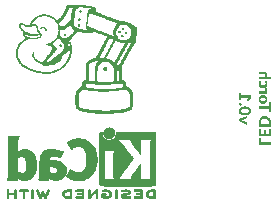
<source format=gbr>
%TF.GenerationSoftware,KiCad,Pcbnew,9.0.2-9.0.2-0~ubuntu24.04.1*%
%TF.CreationDate,2025-07-05T20:41:48+02:00*%
%TF.ProjectId,LED_torch,4c45445f-746f-4726-9368-2e6b69636164,0.1*%
%TF.SameCoordinates,Original*%
%TF.FileFunction,Legend,Bot*%
%TF.FilePolarity,Positive*%
%FSLAX46Y46*%
G04 Gerber Fmt 4.6, Leading zero omitted, Abs format (unit mm)*
G04 Created by KiCad (PCBNEW 9.0.2-9.0.2-0~ubuntu24.04.1) date 2025-07-05 20:41:48*
%MOMM*%
%LPD*%
G01*
G04 APERTURE LIST*
%ADD10C,0.200000*%
%ADD11C,0.000000*%
%ADD12C,0.010000*%
%ADD13R,1.800000X1.800000*%
%ADD14C,1.800000*%
%ADD15R,1.700000X1.700000*%
%ADD16C,1.700000*%
%ADD17C,1.400000*%
G04 APERTURE END LIST*
D10*
G36*
X112138860Y-139376988D02*
G01*
X111950000Y-139376988D01*
X111950000Y-139991197D01*
X112969164Y-139991197D01*
X112969164Y-139754770D01*
X112138860Y-139754770D01*
X112138860Y-139376988D01*
G37*
G36*
X112787325Y-139018683D02*
G01*
X112549494Y-139018683D01*
X112549494Y-138698298D01*
X112374616Y-138698298D01*
X112374616Y-139018683D01*
X112131899Y-139018683D01*
X112131899Y-138600357D01*
X111950000Y-138600357D01*
X111950000Y-139256515D01*
X112969164Y-139256515D01*
X112969164Y-138600357D01*
X112787325Y-138600357D01*
X112787325Y-139018683D01*
G37*
G36*
X112532380Y-137534028D02*
G01*
X112599880Y-137546832D01*
X112663128Y-137567820D01*
X112723018Y-137596939D01*
X112776574Y-137632659D01*
X112824389Y-137675165D01*
X112865910Y-137723878D01*
X112901327Y-137779243D01*
X112930696Y-137841983D01*
X112951734Y-137908054D01*
X112964699Y-137979941D01*
X112969164Y-138058504D01*
X112969164Y-138454421D01*
X111950000Y-138454421D01*
X111950000Y-138058504D01*
X112131899Y-138058504D01*
X112131899Y-138216590D01*
X112787325Y-138216590D01*
X112787325Y-138058504D01*
X112781400Y-137993084D01*
X112764549Y-137937481D01*
X112736808Y-137888244D01*
X112699520Y-137847600D01*
X112653403Y-137815606D01*
X112596327Y-137791302D01*
X112533259Y-137776811D01*
X112459918Y-137771702D01*
X112386030Y-137776821D01*
X112322836Y-137791302D01*
X112265760Y-137815606D01*
X112219644Y-137847600D01*
X112182356Y-137888244D01*
X112154614Y-137937481D01*
X112137809Y-137993081D01*
X112131899Y-138058504D01*
X111950000Y-138058504D01*
X111954423Y-137979927D01*
X111967268Y-137908038D01*
X111988101Y-137841983D01*
X112017322Y-137779276D01*
X112052754Y-137723912D01*
X112094469Y-137675165D01*
X112142505Y-137632639D01*
X112196169Y-137596922D01*
X112256036Y-137567820D01*
X112319289Y-137546849D01*
X112387007Y-137534037D01*
X112459918Y-137529657D01*
X112532380Y-137534028D01*
G37*
G36*
X112781707Y-136376709D02*
G01*
X112781707Y-136663511D01*
X111950000Y-136663511D01*
X111950000Y-136899938D01*
X112781707Y-136899938D01*
X112781707Y-137186740D01*
X112969164Y-137186740D01*
X112969164Y-136376709D01*
X112781707Y-136376709D01*
G37*
G36*
X112397670Y-135751733D02*
G01*
X112469382Y-135771719D01*
X112533649Y-135804422D01*
X112586496Y-135847251D01*
X112628931Y-135900253D01*
X112660685Y-135963694D01*
X112679895Y-136034019D01*
X112686575Y-136114086D01*
X112679890Y-136194790D01*
X112660685Y-136265517D01*
X112628944Y-136329399D01*
X112586496Y-136383059D01*
X112533594Y-136426470D01*
X112469382Y-136459324D01*
X112397673Y-136479264D01*
X112314471Y-136486252D01*
X112230529Y-136479265D01*
X112158094Y-136459324D01*
X112093196Y-136426444D01*
X112039881Y-136383059D01*
X111997109Y-136329390D01*
X111965020Y-136265517D01*
X111945587Y-136194776D01*
X111938825Y-136114086D01*
X112099720Y-136114086D01*
X112106099Y-136162607D01*
X112123751Y-136199163D01*
X112152477Y-136226744D01*
X112189594Y-136245102D01*
X112241615Y-136257638D01*
X112313066Y-136262403D01*
X112384480Y-136257630D01*
X112436340Y-136245090D01*
X112473229Y-136226744D01*
X112501771Y-136199187D01*
X112519330Y-136162634D01*
X112525680Y-136114086D01*
X112519381Y-136066952D01*
X112501873Y-136031177D01*
X112473229Y-136003933D01*
X112436365Y-135985752D01*
X112384506Y-135973314D01*
X112313066Y-135968579D01*
X112241589Y-135973307D01*
X112189570Y-135985740D01*
X112152477Y-136003933D01*
X112123648Y-136031201D01*
X112106048Y-136066979D01*
X112099720Y-136114086D01*
X111938825Y-136114086D01*
X111945581Y-136034034D01*
X111965020Y-135963694D01*
X111997122Y-135900262D01*
X112039881Y-135847251D01*
X112093141Y-135804447D01*
X112158094Y-135771719D01*
X112230532Y-135751732D01*
X112314471Y-135744730D01*
X112397670Y-135751733D01*
G37*
G36*
X112563476Y-135432771D02*
G01*
X112617119Y-135395651D01*
X112655800Y-135355468D01*
X112674448Y-135324905D01*
X112685588Y-135291720D01*
X112689384Y-135255084D01*
X112683250Y-135209431D01*
X112666303Y-135175339D01*
X112506812Y-135189322D01*
X112493212Y-135194317D01*
X112485807Y-135200862D01*
X112480251Y-135222905D01*
X112480922Y-135237621D01*
X112482693Y-135256489D01*
X112484769Y-135276456D01*
X112485807Y-135294957D01*
X112479128Y-135338823D01*
X112460589Y-135370856D01*
X112431665Y-135396222D01*
X112390675Y-135418788D01*
X111950000Y-135418788D01*
X111950000Y-135635615D01*
X112675401Y-135635615D01*
X112675401Y-135506899D01*
X112672592Y-135480032D01*
X112663799Y-135461836D01*
X112648107Y-135450601D01*
X112624354Y-135443945D01*
X112563476Y-135432771D01*
G37*
G36*
X112503332Y-134581890D02*
G01*
X112484403Y-134600758D01*
X112479361Y-134611134D01*
X112477442Y-134626648D01*
X112479396Y-134642043D01*
X112485136Y-134655651D01*
X112502233Y-134684716D01*
X112519391Y-134722452D01*
X112524987Y-134745570D01*
X112527084Y-134776307D01*
X112523215Y-134814355D01*
X112512369Y-134845245D01*
X112494611Y-134871666D01*
X112470420Y-134893178D01*
X112440917Y-134909247D01*
X112403620Y-134921143D01*
X112362752Y-134927845D01*
X112314471Y-134930241D01*
X112245893Y-134925062D01*
X112193667Y-134911110D01*
X112154248Y-134890002D01*
X112123072Y-134859659D01*
X112104694Y-134823361D01*
X112098316Y-134779116D01*
X112100959Y-134743518D01*
X112107719Y-134719338D01*
X112128724Y-134681907D01*
X112150034Y-134653575D01*
X112157289Y-134639354D01*
X112159865Y-134621030D01*
X112154987Y-134598001D01*
X112140936Y-134581890D01*
X112063328Y-134518936D01*
X112027871Y-134554024D01*
X112000680Y-134589584D01*
X111979022Y-134627422D01*
X111962944Y-134665482D01*
X111951376Y-134704542D01*
X111944077Y-134743457D01*
X111938825Y-134819722D01*
X111945135Y-134884780D01*
X111963982Y-134946667D01*
X111994814Y-135003442D01*
X112037072Y-135053035D01*
X112089612Y-135093563D01*
X112154919Y-135125758D01*
X112228015Y-135145649D01*
X112314471Y-135152686D01*
X112391016Y-135146705D01*
X112461017Y-135129238D01*
X112525116Y-135099943D01*
X112579230Y-135059995D01*
X112623524Y-135009270D01*
X112657876Y-134946667D01*
X112673429Y-134900794D01*
X112683169Y-134849001D01*
X112686575Y-134790351D01*
X112683325Y-134733944D01*
X112674052Y-134684348D01*
X112659281Y-134640630D01*
X112625988Y-134579797D01*
X112579535Y-134524493D01*
X112503332Y-134581890D01*
G37*
G36*
X112611714Y-134217113D02*
G01*
X112642150Y-134176125D01*
X112665936Y-134132117D01*
X112681101Y-134083455D01*
X112686575Y-134022635D01*
X112681195Y-133965472D01*
X112665936Y-133917366D01*
X112641139Y-133874969D01*
X112608539Y-133840063D01*
X112568843Y-133812698D01*
X112521100Y-133792497D01*
X112468980Y-133780519D01*
X112410947Y-133776377D01*
X111950000Y-133776377D01*
X111950000Y-133993265D01*
X112410947Y-133993265D01*
X112460005Y-133999913D01*
X112493867Y-134017750D01*
X112509991Y-134036001D01*
X112519998Y-134059473D01*
X112523604Y-134089802D01*
X112519806Y-134124454D01*
X112508522Y-134156602D01*
X112491099Y-134186833D01*
X112467611Y-134217113D01*
X111950000Y-134217113D01*
X111950000Y-134433940D01*
X112997191Y-134433940D01*
X112997191Y-134217113D01*
X112611714Y-134217113D01*
G37*
G36*
X110995401Y-137499188D02*
G01*
X110270000Y-137780373D01*
X110270000Y-137977660D01*
X110995401Y-138258844D01*
X110995401Y-138078349D01*
X110992551Y-138056649D01*
X110984532Y-138039575D01*
X110972205Y-138026205D01*
X110957604Y-138018204D01*
X110632334Y-137917454D01*
X110554665Y-137894068D01*
X110479132Y-137876177D01*
X110554623Y-137857997D01*
X110632334Y-137833556D01*
X110957604Y-137728593D01*
X110972230Y-137720707D01*
X110984532Y-137707649D01*
X110992613Y-137691063D01*
X110995401Y-137671257D01*
X110995401Y-137499188D01*
G37*
G36*
X110868937Y-136721846D02*
G01*
X110945613Y-136731696D01*
X111011460Y-136747042D01*
X111075249Y-136769555D01*
X111128918Y-136796141D01*
X111173759Y-136826482D01*
X111213465Y-136862898D01*
X111245077Y-136902875D01*
X111269258Y-136946772D01*
X111286442Y-136994043D01*
X111296858Y-137044090D01*
X111300399Y-137097470D01*
X111296848Y-137150883D01*
X111286422Y-137200719D01*
X111269258Y-137247557D01*
X111245107Y-137290972D01*
X111213502Y-137330607D01*
X111173759Y-137366808D01*
X111128933Y-137396905D01*
X111075268Y-137423249D01*
X111011460Y-137445516D01*
X110945630Y-137460663D01*
X110868953Y-137470389D01*
X110779918Y-137473848D01*
X110690925Y-137470390D01*
X110614245Y-137460665D01*
X110548375Y-137445516D01*
X110484608Y-137423251D01*
X110430961Y-137396908D01*
X110386137Y-137366808D01*
X110346365Y-137330621D01*
X110314633Y-137290984D01*
X110290272Y-137247557D01*
X110272935Y-137200704D01*
X110262410Y-137150871D01*
X110258825Y-137097470D01*
X110432971Y-137097470D01*
X110436486Y-137125623D01*
X110447320Y-137153829D01*
X110466575Y-137178737D01*
X110500504Y-137202799D01*
X110543384Y-137221026D01*
X110606444Y-137237054D01*
X110678471Y-137246383D01*
X110779918Y-137249999D01*
X110880816Y-137246391D01*
X110953025Y-137237054D01*
X111016408Y-137220996D01*
X111059026Y-137202799D01*
X111092645Y-137178762D01*
X111111844Y-137153829D01*
X111122678Y-137125623D01*
X111126193Y-137097470D01*
X111122687Y-137069325D01*
X111111844Y-137040866D01*
X111092626Y-137015465D01*
X111059026Y-136990858D01*
X111016360Y-136972037D01*
X110953025Y-136955503D01*
X110880814Y-136945902D01*
X110779918Y-136942192D01*
X110678472Y-136945911D01*
X110606444Y-136955503D01*
X110543431Y-136972005D01*
X110500504Y-136990858D01*
X110466595Y-137015490D01*
X110447320Y-137040866D01*
X110436476Y-137069325D01*
X110432971Y-137097470D01*
X110258825Y-137097470D01*
X110262399Y-137044102D01*
X110272915Y-136994057D01*
X110290272Y-136946772D01*
X110314663Y-136902862D01*
X110346403Y-136862884D01*
X110386137Y-136826482D01*
X110430977Y-136796138D01*
X110484627Y-136769552D01*
X110548375Y-136747042D01*
X110614262Y-136731694D01*
X110690941Y-136721845D01*
X110779918Y-136718344D01*
X110868937Y-136721846D01*
G37*
G36*
X110379848Y-136645865D02*
G01*
X110404314Y-136643478D01*
X110426681Y-136636461D01*
X110447020Y-136625211D01*
X110464417Y-136610571D01*
X110478787Y-136592781D01*
X110490001Y-136571737D01*
X110497048Y-136548553D01*
X110499466Y-136522766D01*
X110497062Y-136497572D01*
X110490001Y-136474528D01*
X110478805Y-136453419D01*
X110464417Y-136435327D01*
X110446992Y-136420409D01*
X110426681Y-136409132D01*
X110404311Y-136402070D01*
X110379848Y-136399668D01*
X110355280Y-136402063D01*
X110332587Y-136409132D01*
X110311957Y-136420429D01*
X110294424Y-136435327D01*
X110280180Y-136453430D01*
X110269328Y-136474528D01*
X110262544Y-136497555D01*
X110260230Y-136522766D01*
X110262557Y-136548570D01*
X110269328Y-136571737D01*
X110280197Y-136592769D01*
X110294424Y-136610571D01*
X110311929Y-136625191D01*
X110332587Y-136636461D01*
X110355277Y-136643484D01*
X110379848Y-136645865D01*
G37*
G36*
X110426681Y-135620655D02*
G01*
X110270000Y-135620655D01*
X110270000Y-136201220D01*
X110426681Y-136201220D01*
X110426681Y-136005399D01*
X110940812Y-136005399D01*
X110980319Y-136004727D01*
X111020558Y-136002590D01*
X110924021Y-136118666D01*
X110914294Y-136134441D01*
X110909672Y-136149136D01*
X110909672Y-136177468D01*
X110918770Y-136201220D01*
X110932447Y-136216608D01*
X111023367Y-136285179D01*
X111289897Y-135967602D01*
X111289897Y-135788511D01*
X110426681Y-135788511D01*
X110426681Y-135620655D01*
G37*
D11*
%TO.C,G\u002A\u002A\u002A*%
G36*
X95615730Y-130550261D02*
G01*
X95649197Y-130573898D01*
X95670755Y-130609058D01*
X95678426Y-130650015D01*
X95670232Y-130691043D01*
X95644194Y-130726416D01*
X95635952Y-130732956D01*
X95593949Y-130751935D01*
X95552977Y-130750722D01*
X95517807Y-130731623D01*
X95493207Y-130696942D01*
X95483947Y-130648984D01*
X95485991Y-130625406D01*
X95503542Y-130582308D01*
X95536320Y-130553798D01*
X95581001Y-130543492D01*
X95615730Y-130550261D01*
G37*
G36*
X100427018Y-130632039D02*
G01*
X100465153Y-130650933D01*
X100494190Y-130685273D01*
X100509173Y-130734196D01*
X100509271Y-130735083D01*
X100506724Y-130790513D01*
X100486626Y-130833123D01*
X100450153Y-130860400D01*
X100436136Y-130865377D01*
X100388978Y-130868894D01*
X100346221Y-130854440D01*
X100311656Y-130826012D01*
X100289074Y-130787606D01*
X100282265Y-130743220D01*
X100295022Y-130696851D01*
X100307562Y-130676684D01*
X100343267Y-130644051D01*
X100384737Y-130629458D01*
X100427018Y-130632039D01*
G37*
G36*
X96923593Y-128591869D02*
G01*
X96944050Y-128626879D01*
X96950489Y-128668596D01*
X96941293Y-128711741D01*
X96914844Y-128751039D01*
X96893804Y-128768045D01*
X96853283Y-128783095D01*
X96813738Y-128779764D01*
X96779384Y-128760897D01*
X96754435Y-128729336D01*
X96743104Y-128687926D01*
X96749605Y-128639511D01*
X96770539Y-128599009D01*
X96795330Y-128580179D01*
X96843614Y-128580179D01*
X96849475Y-128586040D01*
X96855336Y-128580179D01*
X96849475Y-128574318D01*
X96843614Y-128580179D01*
X96795330Y-128580179D01*
X96806657Y-128571576D01*
X96857093Y-128562597D01*
X96890735Y-128568844D01*
X96906911Y-128580179D01*
X96923593Y-128591869D01*
G37*
G36*
X100253109Y-130492989D02*
G01*
X100213481Y-130520690D01*
X100209414Y-130522278D01*
X100162380Y-130529600D01*
X100120618Y-130518241D01*
X100086946Y-130492496D01*
X100078388Y-130479025D01*
X100231062Y-130479025D01*
X100236923Y-130484886D01*
X100242784Y-130479025D01*
X100236923Y-130473165D01*
X100231062Y-130479025D01*
X100078388Y-130479025D01*
X100064182Y-130456664D01*
X100055142Y-130415040D01*
X100062644Y-130371922D01*
X100089506Y-130331608D01*
X100110799Y-130314539D01*
X100155395Y-130298134D01*
X100200988Y-130301409D01*
X100241750Y-130323360D01*
X100271858Y-130362987D01*
X100283023Y-130404785D01*
X100277060Y-130452273D01*
X100261323Y-130479025D01*
X100253109Y-130492989D01*
G37*
G36*
X100564006Y-130083066D02*
G01*
X100576971Y-130127089D01*
X100574944Y-130173263D01*
X100558096Y-130214726D01*
X100526600Y-130244614D01*
X100504135Y-130254429D01*
X100455992Y-130259585D01*
X100410819Y-130246091D01*
X100374449Y-130216356D01*
X100352716Y-130172790D01*
X100350869Y-130164001D01*
X100352900Y-130117608D01*
X100370840Y-130080502D01*
X100535816Y-130080502D01*
X100541676Y-130086363D01*
X100547537Y-130080502D01*
X100541676Y-130074641D01*
X100535816Y-130080502D01*
X100370840Y-130080502D01*
X100372329Y-130077423D01*
X100404536Y-130046751D01*
X100444897Y-130028898D01*
X100488790Y-130027170D01*
X100531592Y-130044871D01*
X100535878Y-130048059D01*
X100561946Y-130080502D01*
X100564006Y-130083066D01*
G37*
G36*
X95274544Y-131525282D02*
G01*
X95276548Y-131533940D01*
X95284685Y-131569104D01*
X95284617Y-131573775D01*
X95276233Y-131611842D01*
X95250423Y-131646194D01*
X95219604Y-131669996D01*
X95179193Y-131680456D01*
X95147707Y-131674301D01*
X95110430Y-131650017D01*
X95083843Y-131612926D01*
X95073702Y-131569104D01*
X95079533Y-131535868D01*
X95080660Y-131533940D01*
X95249521Y-131533940D01*
X95255382Y-131539801D01*
X95261242Y-131533940D01*
X95255382Y-131528079D01*
X95249521Y-131533940D01*
X95080660Y-131533940D01*
X95101220Y-131498776D01*
X95120587Y-131498776D01*
X95126448Y-131504637D01*
X95132308Y-131498776D01*
X95126448Y-131492916D01*
X95120587Y-131498776D01*
X95101220Y-131498776D01*
X95102539Y-131496520D01*
X95137678Y-131468456D01*
X95179193Y-131457752D01*
X95210680Y-131463906D01*
X95247957Y-131488191D01*
X95255544Y-131498776D01*
X95274544Y-131525282D01*
G37*
G36*
X96812199Y-129783530D02*
G01*
X96834729Y-129818269D01*
X96843614Y-129854288D01*
X96837654Y-129891574D01*
X96823932Y-129916404D01*
X96815370Y-129931896D01*
X96780824Y-129957527D01*
X96758323Y-129964787D01*
X96712646Y-129965623D01*
X96675782Y-129944813D01*
X96657460Y-129916404D01*
X96796729Y-129916404D01*
X96802590Y-129922265D01*
X96808451Y-129916404D01*
X96802590Y-129910544D01*
X96796729Y-129916404D01*
X96657460Y-129916404D01*
X96648644Y-129902734D01*
X96640036Y-129869802D01*
X96644513Y-129823378D01*
X96666539Y-129783991D01*
X96677492Y-129775749D01*
X96714680Y-129775749D01*
X96720541Y-129781610D01*
X96726402Y-129775749D01*
X96720541Y-129769888D01*
X96714680Y-129775749D01*
X96677492Y-129775749D01*
X96702845Y-129756670D01*
X96750164Y-129746446D01*
X96750946Y-129746454D01*
X96782209Y-129757212D01*
X96803332Y-129775749D01*
X96812199Y-129783530D01*
G37*
G36*
X93776521Y-129980158D02*
G01*
X93833470Y-129995517D01*
X93853228Y-130005077D01*
X93912028Y-130046001D01*
X93962220Y-130099144D01*
X94000427Y-130159514D01*
X94023268Y-130222119D01*
X94027364Y-130281965D01*
X94025750Y-130293531D01*
X94017504Y-130327777D01*
X94007071Y-130350085D01*
X93982159Y-130364922D01*
X93949642Y-130365378D01*
X93921412Y-130350672D01*
X93915975Y-130343061D01*
X93904411Y-130314383D01*
X93896013Y-130277414D01*
X93880588Y-130219204D01*
X93847800Y-130162972D01*
X93802723Y-130123457D01*
X93748727Y-130101891D01*
X93689183Y-130099505D01*
X93627461Y-130117530D01*
X93566932Y-130157198D01*
X93558757Y-130164240D01*
X93527744Y-130189188D01*
X93506277Y-130200616D01*
X93488139Y-130200657D01*
X93467117Y-130191442D01*
X93447698Y-130170316D01*
X93445575Y-130139933D01*
X93458867Y-130104195D01*
X93485494Y-130066901D01*
X93523376Y-130031845D01*
X93570434Y-130002825D01*
X93580027Y-129998523D01*
X93640006Y-129981933D01*
X93708768Y-129975720D01*
X93776521Y-129980158D01*
G37*
G36*
X100801257Y-130422711D02*
G01*
X100807840Y-130443862D01*
X100808248Y-130445173D01*
X100809877Y-130490747D01*
X100810001Y-130494214D01*
X100795746Y-130539264D01*
X100767290Y-130572372D01*
X100751333Y-130581471D01*
X100704990Y-130591290D01*
X100657221Y-130582060D01*
X100615502Y-130554654D01*
X100610217Y-130549300D01*
X100590728Y-130525208D01*
X100583859Y-130501059D01*
X100584423Y-130490747D01*
X100781962Y-130490747D01*
X100787823Y-130496607D01*
X100793684Y-130490747D01*
X100787823Y-130484886D01*
X100781962Y-130490747D01*
X100584423Y-130490747D01*
X100585808Y-130465432D01*
X100586519Y-130459737D01*
X100591287Y-130443862D01*
X100606143Y-130443862D01*
X100612004Y-130449722D01*
X100617864Y-130443862D01*
X100612004Y-130438001D01*
X100606143Y-130443862D01*
X100591287Y-130443862D01*
X100601636Y-130409405D01*
X100602282Y-130408698D01*
X100617864Y-130408698D01*
X100623725Y-130414558D01*
X100629586Y-130408698D01*
X100623725Y-130402837D01*
X100617864Y-130408698D01*
X100602282Y-130408698D01*
X100631440Y-130376797D01*
X100677172Y-130360490D01*
X100679743Y-130360097D01*
X100732828Y-130361461D01*
X100773623Y-130382478D01*
X100791632Y-130408698D01*
X100801257Y-130422711D01*
G37*
G36*
X96866512Y-129316967D02*
G01*
X96870345Y-129336201D01*
X96871906Y-129344036D01*
X96864966Y-129390837D01*
X96838974Y-129430300D01*
X96796729Y-129456820D01*
X96789767Y-129459118D01*
X96747277Y-129461708D01*
X96710696Y-129446460D01*
X96682398Y-129418042D01*
X96664762Y-129381121D01*
X96660162Y-129340365D01*
X96662941Y-129330105D01*
X96682021Y-129330105D01*
X96683424Y-129344015D01*
X96686949Y-129345849D01*
X96691238Y-129336201D01*
X96690392Y-129329996D01*
X96683424Y-129328387D01*
X96682021Y-129330105D01*
X96662941Y-129330105D01*
X96670976Y-129300441D01*
X96685088Y-129283456D01*
X96702959Y-129283456D01*
X96708820Y-129289316D01*
X96714680Y-129283456D01*
X96709583Y-129278358D01*
X96823046Y-129278358D01*
X96824435Y-129283456D01*
X96826032Y-129289316D01*
X96828441Y-129292786D01*
X96839137Y-129301037D01*
X96840741Y-129300274D01*
X96837754Y-129289316D01*
X96835346Y-129285846D01*
X96824649Y-129277595D01*
X96823046Y-129278358D01*
X96709583Y-129278358D01*
X96708820Y-129277595D01*
X96702959Y-129283456D01*
X96685088Y-129283456D01*
X96699579Y-129266016D01*
X96716855Y-129254692D01*
X96761517Y-129242077D01*
X96805131Y-129249406D01*
X96842022Y-129274947D01*
X96856783Y-129300274D01*
X96866512Y-129316967D01*
G37*
G36*
X99087228Y-133379804D02*
G01*
X99127370Y-133428003D01*
X99142020Y-133456121D01*
X99152478Y-133510886D01*
X99145982Y-133568900D01*
X99139626Y-133585163D01*
X99130464Y-133608605D01*
X99124332Y-133624296D01*
X99089328Y-133671204D01*
X99042770Y-133703758D01*
X99018988Y-133711513D01*
X98967535Y-133715730D01*
X98915504Y-133707659D01*
X98873710Y-133688289D01*
X98864843Y-133681329D01*
X98821892Y-133633590D01*
X98810485Y-133608605D01*
X99105820Y-133608605D01*
X99111681Y-133614466D01*
X99117541Y-133608605D01*
X99111681Y-133602745D01*
X99105820Y-133608605D01*
X98810485Y-133608605D01*
X98799783Y-133585163D01*
X98812788Y-133585163D01*
X98818649Y-133591024D01*
X98824510Y-133585163D01*
X98818649Y-133579302D01*
X98812788Y-133585163D01*
X98799783Y-133585163D01*
X98797198Y-133579501D01*
X98789670Y-133522957D01*
X98798218Y-133467848D01*
X98821753Y-133418067D01*
X98859183Y-133377507D01*
X98886723Y-133362459D01*
X98930001Y-133362459D01*
X98935862Y-133368319D01*
X98941722Y-133362459D01*
X98935862Y-133356598D01*
X98930001Y-133362459D01*
X98886723Y-133362459D01*
X98909419Y-133350058D01*
X98971371Y-133339613D01*
X98993064Y-133340228D01*
X99044362Y-133351623D01*
X99060845Y-133362459D01*
X99087228Y-133379804D01*
G37*
G36*
X98182639Y-128498130D02*
G01*
X98185061Y-128524689D01*
X98177264Y-128615343D01*
X98177169Y-128616442D01*
X98161584Y-128723032D01*
X98511306Y-128849768D01*
X98753845Y-128937662D01*
X98787982Y-128950035D01*
X98905195Y-128992543D01*
X99019279Y-129033955D01*
X99127532Y-129073286D01*
X99227252Y-129109554D01*
X99315737Y-129141776D01*
X99390285Y-129168968D01*
X99448194Y-129190147D01*
X99486762Y-129204331D01*
X99487472Y-129204594D01*
X99536688Y-129222650D01*
X99603396Y-129246909D01*
X99683085Y-129275743D01*
X99771246Y-129307524D01*
X99863367Y-129340621D01*
X99954940Y-129373407D01*
X100282463Y-129490444D01*
X100435512Y-129501262D01*
X100435543Y-129501264D01*
X100500049Y-129506470D01*
X100562555Y-129512648D01*
X100615926Y-129519023D01*
X100653028Y-129524824D01*
X100707423Y-129537564D01*
X100797841Y-129564681D01*
X100898586Y-129600350D01*
X101004945Y-129642498D01*
X101080491Y-129675288D01*
X101112202Y-129689052D01*
X101215645Y-129737938D01*
X101310557Y-129787085D01*
X101392225Y-129834418D01*
X101455936Y-129877866D01*
X101466726Y-129886284D01*
X101546457Y-129959874D01*
X101603800Y-130037320D01*
X101639650Y-130120622D01*
X101654899Y-130211778D01*
X101650443Y-130312789D01*
X101648600Y-130327229D01*
X101642766Y-130375672D01*
X101635893Y-130435151D01*
X101635278Y-130440470D01*
X101626687Y-130516738D01*
X101617548Y-130599592D01*
X101608412Y-130684148D01*
X101599719Y-130765138D01*
X101586632Y-130884049D01*
X101574955Y-130983512D01*
X101564117Y-131065963D01*
X101553548Y-131133832D01*
X101542674Y-131189553D01*
X101530925Y-131235558D01*
X101517729Y-131274282D01*
X101502515Y-131308155D01*
X101484710Y-131339612D01*
X101467268Y-131365794D01*
X101463743Y-131371085D01*
X101439043Y-131405006D01*
X101432671Y-131413688D01*
X101413801Y-131440755D01*
X101392393Y-131473577D01*
X101367368Y-131514011D01*
X101337643Y-131563910D01*
X101302138Y-131625133D01*
X101259773Y-131699535D01*
X101209467Y-131788971D01*
X101150138Y-131895299D01*
X101109987Y-131967627D01*
X101080707Y-132020373D01*
X100997399Y-132170626D01*
X100882105Y-132378249D01*
X100774271Y-132572047D01*
X100674838Y-132750331D01*
X100584746Y-132911413D01*
X100504938Y-133053603D01*
X100395160Y-133248762D01*
X100395160Y-133853580D01*
X100395160Y-134059083D01*
X100395160Y-134458398D01*
X100423887Y-134458398D01*
X100428916Y-134458434D01*
X100503421Y-134467705D01*
X100568755Y-134491886D01*
X100619071Y-134528865D01*
X100643701Y-134558770D01*
X100662020Y-134592522D01*
X100674765Y-134633918D01*
X100682800Y-134686884D01*
X100686988Y-134755344D01*
X100687103Y-134763737D01*
X100688192Y-134843225D01*
X100688192Y-135006689D01*
X100727061Y-135013981D01*
X100759824Y-135023666D01*
X100810381Y-135044805D01*
X100869124Y-135073703D01*
X100930189Y-135107277D01*
X100987711Y-135142448D01*
X101035825Y-135176137D01*
X101095769Y-135229573D01*
X101113723Y-135249584D01*
X101154777Y-135295343D01*
X101205802Y-135365122D01*
X101242594Y-135431203D01*
X101252584Y-135453746D01*
X101264562Y-135482504D01*
X101274444Y-135510292D01*
X101282456Y-135539552D01*
X101288824Y-135572725D01*
X101293775Y-135612251D01*
X101297533Y-135660573D01*
X101300327Y-135720131D01*
X101302381Y-135793367D01*
X101303922Y-135882721D01*
X101305177Y-135990635D01*
X101306370Y-136119549D01*
X101307047Y-136199578D01*
X101307063Y-136202052D01*
X101307832Y-136320279D01*
X101307967Y-136421302D01*
X101307261Y-136505029D01*
X101305519Y-136573839D01*
X101302550Y-136630113D01*
X101298160Y-136676231D01*
X101292156Y-136714575D01*
X101284345Y-136747525D01*
X101274534Y-136777462D01*
X101262530Y-136806765D01*
X101248140Y-136837816D01*
X101240697Y-136852359D01*
X101190740Y-136922917D01*
X101120980Y-136989883D01*
X101034427Y-137051066D01*
X100983445Y-137078102D01*
X100961341Y-137089824D01*
X100934093Y-137104274D01*
X100822987Y-137147315D01*
X100822329Y-137147527D01*
X100707785Y-137179880D01*
X100572453Y-137210209D01*
X100418914Y-137238129D01*
X100249748Y-137263259D01*
X100067537Y-137285213D01*
X99874861Y-137303608D01*
X99674302Y-137318061D01*
X99616795Y-137321584D01*
X99547722Y-137325903D01*
X99486978Y-137329798D01*
X99439587Y-137332943D01*
X99410573Y-137335017D01*
X99406913Y-137335287D01*
X99364143Y-137337129D01*
X99301278Y-137338299D01*
X99221295Y-137338845D01*
X99127171Y-137338812D01*
X99021882Y-137338245D01*
X98908406Y-137337192D01*
X98789719Y-137335697D01*
X98668798Y-137333807D01*
X98548622Y-137331569D01*
X98432165Y-137329027D01*
X98322406Y-137326228D01*
X98222321Y-137323217D01*
X98134887Y-137320042D01*
X98063082Y-137316748D01*
X98009881Y-137313380D01*
X97820698Y-137296768D01*
X97632778Y-137276673D01*
X97458006Y-137254186D01*
X97298438Y-137229624D01*
X97156132Y-137203305D01*
X97033141Y-137175548D01*
X96931524Y-137146669D01*
X96926972Y-137145179D01*
X96806811Y-137098301D01*
X96790871Y-137089824D01*
X98648690Y-137089824D01*
X98654551Y-137095684D01*
X98660412Y-137089824D01*
X98654551Y-137083963D01*
X98648690Y-137089824D01*
X96790871Y-137089824D01*
X96768830Y-137078102D01*
X99480901Y-137078102D01*
X99486762Y-137083963D01*
X99492622Y-137078102D01*
X99504343Y-137078102D01*
X99510204Y-137083963D01*
X99516065Y-137078102D01*
X99510204Y-137072242D01*
X99504343Y-137078102D01*
X99492622Y-137078102D01*
X99486762Y-137072242D01*
X99480901Y-137078102D01*
X96768830Y-137078102D01*
X96702712Y-137042939D01*
X97804759Y-137042939D01*
X97810619Y-137048799D01*
X97816480Y-137042939D01*
X97810619Y-137037078D01*
X97804759Y-137042939D01*
X96702712Y-137042939D01*
X96701225Y-137042148D01*
X96612380Y-136978268D01*
X96542443Y-136908211D01*
X96493578Y-136833524D01*
X96488120Y-136822335D01*
X96475086Y-136794085D01*
X96464311Y-136766669D01*
X96455582Y-136737661D01*
X96448683Y-136704632D01*
X96443398Y-136665155D01*
X96439511Y-136616802D01*
X96436807Y-136557145D01*
X96435070Y-136483757D01*
X96434085Y-136394210D01*
X96434073Y-136391426D01*
X96704351Y-136391426D01*
X96704600Y-136478074D01*
X96705167Y-136551973D01*
X96706035Y-136610450D01*
X96707188Y-136650831D01*
X96708607Y-136670443D01*
X96711621Y-136683231D01*
X96735089Y-136729964D01*
X96778045Y-136772763D01*
X96841468Y-136812272D01*
X96926337Y-136849135D01*
X97033630Y-136883994D01*
X97102407Y-136902584D01*
X97272074Y-136940619D01*
X97464383Y-136974003D01*
X97679096Y-137002705D01*
X97915976Y-137026697D01*
X98134333Y-137042939D01*
X98174786Y-137045948D01*
X98455289Y-137060429D01*
X98571100Y-137064614D01*
X98790847Y-137069217D01*
X99008745Y-137069578D01*
X99223256Y-137065875D01*
X99432843Y-137058284D01*
X99635966Y-137046985D01*
X99831090Y-137032154D01*
X100016676Y-137013970D01*
X100191186Y-136992611D01*
X100353084Y-136968255D01*
X100500830Y-136941078D01*
X100632888Y-136911261D01*
X100747719Y-136878979D01*
X100843787Y-136844411D01*
X100919553Y-136807735D01*
X100973479Y-136769130D01*
X100982691Y-136760559D01*
X100997104Y-136746292D01*
X101008864Y-136731641D01*
X101018241Y-136714300D01*
X101025505Y-136691965D01*
X101030924Y-136662328D01*
X101034770Y-136623084D01*
X101037311Y-136571927D01*
X101038818Y-136506551D01*
X101039560Y-136424651D01*
X101039808Y-136323919D01*
X101039830Y-136202052D01*
X101039706Y-136075912D01*
X101039171Y-135969048D01*
X101037987Y-135880666D01*
X101035914Y-135808270D01*
X101032715Y-135749364D01*
X101028150Y-135701453D01*
X101021982Y-135662043D01*
X101013972Y-135628636D01*
X101003881Y-135598739D01*
X100991470Y-135569855D01*
X100976502Y-135539488D01*
X100939580Y-135479179D01*
X100870155Y-135400449D01*
X100785452Y-135334885D01*
X100689689Y-135286212D01*
X100684043Y-135284020D01*
X100656430Y-135274716D01*
X100633639Y-135272409D01*
X100606693Y-135277366D01*
X100566616Y-135289852D01*
X100503801Y-135308843D01*
X100380737Y-135339075D01*
X100298636Y-135355075D01*
X100238486Y-135366797D01*
X100235500Y-135367379D01*
X100068845Y-135393628D01*
X99881528Y-135417696D01*
X99674302Y-135439456D01*
X99638209Y-135442473D01*
X99554990Y-135447554D01*
X99454296Y-135451878D01*
X99339537Y-135455430D01*
X99214120Y-135458197D01*
X99081453Y-135460166D01*
X98944945Y-135461323D01*
X98808003Y-135461653D01*
X98674037Y-135461144D01*
X98546453Y-135459781D01*
X98428662Y-135457551D01*
X98324070Y-135454440D01*
X98236086Y-135450435D01*
X98168118Y-135445521D01*
X98164643Y-135445192D01*
X97955619Y-135424015D01*
X97769705Y-135402271D01*
X97606583Y-135379912D01*
X97526460Y-135366797D01*
X97664104Y-135366797D01*
X97669964Y-135372657D01*
X97675825Y-135366797D01*
X97669964Y-135360936D01*
X97664104Y-135366797D01*
X97526460Y-135366797D01*
X97465930Y-135356889D01*
X97456872Y-135355075D01*
X97570333Y-135355075D01*
X97576194Y-135360936D01*
X97582055Y-135355075D01*
X97576194Y-135349215D01*
X97570333Y-135355075D01*
X97456872Y-135355075D01*
X97347426Y-135333156D01*
X97250751Y-135308664D01*
X97246226Y-135307358D01*
X97177043Y-135289453D01*
X97122826Y-135281097D01*
X97077418Y-135282433D01*
X97034659Y-135293603D01*
X96988390Y-135314750D01*
X96970294Y-135324718D01*
X96884128Y-135387315D01*
X96809996Y-135467053D01*
X96752120Y-135559557D01*
X96708820Y-135646827D01*
X96705210Y-136139760D01*
X96704877Y-136190571D01*
X96704438Y-136294700D01*
X96704351Y-136391426D01*
X96434073Y-136391426D01*
X96433637Y-136286076D01*
X96433509Y-136156927D01*
X96433504Y-136134573D01*
X96433574Y-136015217D01*
X96433876Y-135916413D01*
X96434505Y-135835687D01*
X96435557Y-135770566D01*
X96437126Y-135718577D01*
X96439306Y-135677248D01*
X96442194Y-135644104D01*
X96445883Y-135616673D01*
X96450469Y-135592482D01*
X96456045Y-135569057D01*
X96487703Y-135472776D01*
X96546812Y-135356650D01*
X96624548Y-135252399D01*
X96627492Y-135249584D01*
X99574671Y-135249584D01*
X99580532Y-135255444D01*
X99586392Y-135249584D01*
X99580532Y-135243723D01*
X99574671Y-135249584D01*
X96627492Y-135249584D01*
X96719047Y-135162049D01*
X96828445Y-135087629D01*
X96950877Y-135031164D01*
X97017115Y-135007002D01*
X97021473Y-134811819D01*
X97022969Y-134755883D01*
X97288390Y-134755883D01*
X97291637Y-134914824D01*
X97294883Y-135073765D01*
X97335908Y-135093830D01*
X97347373Y-135098721D01*
X97392356Y-135112398D01*
X97456760Y-135127041D01*
X97537712Y-135142250D01*
X97632339Y-135157628D01*
X97737767Y-135172777D01*
X97851123Y-135187297D01*
X97969533Y-135200792D01*
X98090124Y-135212862D01*
X98210023Y-135223108D01*
X98326355Y-135231134D01*
X98567448Y-135242388D01*
X98811595Y-135247631D01*
X99053345Y-135246872D01*
X99289766Y-135240268D01*
X99517925Y-135227978D01*
X99734890Y-135210160D01*
X99937726Y-135186972D01*
X100123502Y-135158574D01*
X100289285Y-135125123D01*
X100334983Y-135114267D01*
X100375512Y-135101961D01*
X100402539Y-135086687D01*
X100418798Y-135064348D01*
X100427025Y-135030851D01*
X100429955Y-134982101D01*
X100430324Y-134914004D01*
X100430324Y-134763737D01*
X100398091Y-134769363D01*
X100392836Y-134770235D01*
X100363311Y-134774744D01*
X100317463Y-134781456D01*
X100260483Y-134789617D01*
X100197565Y-134798474D01*
X100168987Y-134802222D01*
X100037117Y-134819517D01*
X99625261Y-134860911D01*
X99214379Y-134883656D01*
X98801453Y-134887742D01*
X98383462Y-134873154D01*
X97957385Y-134839883D01*
X97670209Y-134805747D01*
X99975268Y-134805747D01*
X99984916Y-134810036D01*
X99991121Y-134809190D01*
X99992730Y-134802222D01*
X99991012Y-134800819D01*
X99977102Y-134802222D01*
X99975268Y-134805747D01*
X97670209Y-134805747D01*
X97520202Y-134787916D01*
X97288390Y-134755883D01*
X97022969Y-134755883D01*
X97023408Y-134739488D01*
X97026373Y-134678988D01*
X97031159Y-134633970D01*
X97038730Y-134600274D01*
X97050050Y-134573740D01*
X97066082Y-134550209D01*
X97087790Y-134525520D01*
X97116015Y-134503608D01*
X97164316Y-134480631D01*
X97219796Y-134464491D01*
X97273568Y-134458398D01*
X97312465Y-134458398D01*
X97312697Y-133834240D01*
X97312716Y-133808960D01*
X97313068Y-133683722D01*
X97313825Y-133565218D01*
X97314947Y-133455834D01*
X97315291Y-133432551D01*
X97338412Y-133432551D01*
X97339815Y-133446461D01*
X97343340Y-133448295D01*
X97347629Y-133438647D01*
X97346783Y-133432442D01*
X97339815Y-133430833D01*
X97338412Y-133432551D01*
X97315291Y-133432551D01*
X97315634Y-133409344D01*
X97335908Y-133409344D01*
X97341768Y-133415204D01*
X97347629Y-133409344D01*
X97341768Y-133403483D01*
X97335908Y-133409344D01*
X97315634Y-133409344D01*
X97316393Y-133357958D01*
X97316568Y-133349457D01*
X97337749Y-133349457D01*
X97340548Y-133365145D01*
X97344549Y-133364963D01*
X97346704Y-133349761D01*
X97344827Y-133338239D01*
X97339622Y-133342679D01*
X97337749Y-133349457D01*
X97316568Y-133349457D01*
X97318123Y-133273975D01*
X97318619Y-133256967D01*
X97335908Y-133256967D01*
X97341768Y-133262828D01*
X97347629Y-133256967D01*
X97341768Y-133251107D01*
X97335908Y-133256967D01*
X97318619Y-133256967D01*
X97320096Y-133206275D01*
X97322272Y-133157242D01*
X97323214Y-133145985D01*
X97570333Y-133145985D01*
X97570333Y-133256967D01*
X97570333Y-133349761D01*
X97570333Y-133409344D01*
X97570333Y-133438647D01*
X97570333Y-133825364D01*
X97570333Y-134504743D01*
X97596706Y-134521213D01*
X97602237Y-134523765D01*
X97630891Y-134531493D01*
X97676367Y-134540114D01*
X97733943Y-134548800D01*
X97798898Y-134556721D01*
X97876476Y-134564955D01*
X97936786Y-134570773D01*
X97980156Y-134573914D01*
X98009808Y-134574430D01*
X98028960Y-134572373D01*
X98040834Y-134567795D01*
X98048649Y-134560748D01*
X98051801Y-134546586D01*
X98054881Y-134509023D01*
X98057653Y-134448567D01*
X98060108Y-134365502D01*
X98062239Y-134260109D01*
X98064037Y-134132673D01*
X98064526Y-134082553D01*
X98297052Y-134082553D01*
X98297052Y-134586791D01*
X98323425Y-134603688D01*
X98332506Y-134607801D01*
X98362781Y-134614825D01*
X98411917Y-134621289D01*
X98481441Y-134627374D01*
X98572880Y-134633261D01*
X98743154Y-134640566D01*
X98992806Y-134642739D01*
X99251876Y-134634907D01*
X99526207Y-134616972D01*
X99540236Y-134615955D01*
X99573329Y-134614150D01*
X99600868Y-134612108D01*
X99623342Y-134607897D01*
X99641245Y-134599583D01*
X99655069Y-134585231D01*
X99665304Y-134562909D01*
X99672444Y-134530682D01*
X99676981Y-134486617D01*
X99679405Y-134428781D01*
X99680210Y-134355239D01*
X99679887Y-134264058D01*
X99678928Y-134153304D01*
X99677825Y-134021045D01*
X99677312Y-133948973D01*
X99676423Y-133833989D01*
X99675749Y-133764563D01*
X99914588Y-133764563D01*
X99914588Y-134135694D01*
X99914847Y-134228146D01*
X99915858Y-134327106D01*
X99916461Y-134355239D01*
X99917593Y-134408084D01*
X99920010Y-134469718D01*
X99923067Y-134510643D01*
X99926722Y-134529496D01*
X99929242Y-134533737D01*
X99942265Y-134545043D01*
X99965646Y-134550081D01*
X100005840Y-134550572D01*
X100024953Y-134550027D01*
X100074018Y-134546950D01*
X100106546Y-134540798D01*
X100127802Y-134530152D01*
X100143050Y-134513594D01*
X100146346Y-134507572D01*
X100150437Y-134494003D01*
X100153697Y-134472813D01*
X100156214Y-134441743D01*
X100158076Y-134398533D01*
X100159371Y-134340922D01*
X100160187Y-134266650D01*
X100160613Y-134173457D01*
X100160735Y-134059083D01*
X100160687Y-133950907D01*
X100160462Y-133859454D01*
X100159941Y-133786844D01*
X100159008Y-133730733D01*
X100157543Y-133688778D01*
X100155429Y-133658638D01*
X100152549Y-133637969D01*
X100148784Y-133624429D01*
X100144018Y-133615676D01*
X100138132Y-133609366D01*
X100136461Y-133607885D01*
X100117583Y-133596566D01*
X100096992Y-133596847D01*
X100071440Y-133610389D01*
X100037676Y-133638857D01*
X99992449Y-133683913D01*
X99914588Y-133764563D01*
X99675749Y-133764563D01*
X99675500Y-133738922D01*
X99674430Y-133661492D01*
X99673097Y-133599421D01*
X99671388Y-133550428D01*
X99669187Y-133512235D01*
X99666381Y-133482562D01*
X99662854Y-133459130D01*
X99658493Y-133439659D01*
X99653183Y-133421870D01*
X99646809Y-133403483D01*
X99618915Y-133335254D01*
X99554592Y-133222557D01*
X99539191Y-133204031D01*
X99915027Y-133204031D01*
X99918174Y-133216502D01*
X99924710Y-133227139D01*
X99933880Y-133237766D01*
X99944933Y-133250207D01*
X99956654Y-133262510D01*
X99992892Y-133283639D01*
X100029652Y-133282865D01*
X100063360Y-133259898D01*
X100063523Y-133259713D01*
X100073982Y-133243913D01*
X100094592Y-133209414D01*
X100124341Y-133158051D01*
X100162216Y-133091659D01*
X100207205Y-133012072D01*
X100258296Y-132921126D01*
X100314477Y-132820654D01*
X100374734Y-132712492D01*
X100438057Y-132598475D01*
X100503432Y-132480437D01*
X100569846Y-132360213D01*
X100636289Y-132239638D01*
X100701746Y-132120546D01*
X100765207Y-132004773D01*
X100785507Y-131967627D01*
X100805405Y-131967627D01*
X100811265Y-131973488D01*
X100817126Y-131967627D01*
X100811265Y-131961767D01*
X100805405Y-131967627D01*
X100785507Y-131967627D01*
X100825658Y-131894154D01*
X100882088Y-131790522D01*
X100933483Y-131695713D01*
X100978832Y-131611561D01*
X101017123Y-131539902D01*
X101047342Y-131482570D01*
X101068477Y-131441400D01*
X101079517Y-131418226D01*
X101095821Y-131365794D01*
X101094637Y-131328190D01*
X101075765Y-131305788D01*
X101031583Y-131293661D01*
X100985622Y-131303786D01*
X100940106Y-131336071D01*
X100901055Y-131384088D01*
X100896316Y-131389915D01*
X100894026Y-131393436D01*
X100873880Y-131426319D01*
X100844215Y-131476882D01*
X100806447Y-131542604D01*
X100761994Y-131620964D01*
X100712273Y-131709443D01*
X100658702Y-131805521D01*
X100602697Y-131906677D01*
X100545675Y-132010391D01*
X100489055Y-132114143D01*
X100465866Y-132156694D01*
X100431379Y-132219787D01*
X100389294Y-132296643D01*
X100341552Y-132383724D01*
X100290093Y-132477487D01*
X100236860Y-132574394D01*
X100183792Y-132670904D01*
X100163256Y-132708215D01*
X100102065Y-132819294D01*
X100051032Y-132912120D01*
X100009404Y-132988516D01*
X99976429Y-133050306D01*
X99951356Y-133099315D01*
X99933431Y-133137368D01*
X99921903Y-133166288D01*
X99916019Y-133187901D01*
X99915027Y-133204031D01*
X99539191Y-133204031D01*
X99473849Y-133125433D01*
X99378108Y-133045200D01*
X99268788Y-132983173D01*
X99147312Y-132940669D01*
X99110800Y-132933258D01*
X99035983Y-132925406D01*
X98955013Y-132923959D01*
X98877456Y-132928927D01*
X98812877Y-132940321D01*
X98722631Y-132971961D01*
X98617212Y-133029854D01*
X98522878Y-133105569D01*
X98443027Y-133196284D01*
X98381057Y-133299174D01*
X98368881Y-133324907D01*
X98351996Y-133363115D01*
X98337977Y-133400039D01*
X98326560Y-133438152D01*
X98320082Y-133467950D01*
X98317479Y-133479926D01*
X98313228Y-133508975D01*
X98310469Y-133527833D01*
X98305264Y-133584348D01*
X98301601Y-133651941D01*
X98299213Y-133733085D01*
X98297836Y-133830254D01*
X98297204Y-133945919D01*
X98297052Y-134082553D01*
X98064526Y-134082553D01*
X98065493Y-133983475D01*
X98065999Y-133921166D01*
X98067050Y-133801260D01*
X98068115Y-133701488D01*
X98069300Y-133619581D01*
X98070712Y-133553272D01*
X98072458Y-133500290D01*
X98072492Y-133499629D01*
X98088480Y-133499629D01*
X98090028Y-133523626D01*
X98094098Y-133525615D01*
X98095940Y-133508975D01*
X98094306Y-133492851D01*
X98090028Y-133494323D01*
X98088480Y-133499629D01*
X98072492Y-133499629D01*
X98074144Y-133467950D01*
X98086069Y-133467950D01*
X98091930Y-133473811D01*
X98097791Y-133467950D01*
X98091930Y-133462090D01*
X98086069Y-133467950D01*
X98074144Y-133467950D01*
X98074644Y-133458368D01*
X98077375Y-133425237D01*
X98080759Y-133398628D01*
X98084902Y-133376274D01*
X98089910Y-133355905D01*
X98095890Y-133335254D01*
X98116884Y-133273911D01*
X98161390Y-133172984D01*
X98215318Y-133076832D01*
X98275033Y-132991662D01*
X98336900Y-132923680D01*
X98346030Y-132914766D01*
X98358369Y-132896792D01*
X98352854Y-132885766D01*
X98351439Y-132884958D01*
X98325647Y-132878981D01*
X98282942Y-132876917D01*
X98228941Y-132878607D01*
X98169258Y-132883894D01*
X98109512Y-132892618D01*
X98056276Y-132904505D01*
X97983260Y-132926061D01*
X97905306Y-132953576D01*
X97827018Y-132985067D01*
X97752998Y-133018550D01*
X97687848Y-133052041D01*
X97636170Y-133083557D01*
X97602567Y-133111114D01*
X97570333Y-133145985D01*
X97323214Y-133145985D01*
X97324612Y-133129265D01*
X97324930Y-133127092D01*
X97342498Y-133051614D01*
X97372661Y-132984929D01*
X97417551Y-132924698D01*
X97477560Y-132870165D01*
X98086069Y-132870165D01*
X98091930Y-132876026D01*
X98097791Y-132870165D01*
X98091930Y-132864305D01*
X98086069Y-132870165D01*
X97477560Y-132870165D01*
X97479303Y-132868581D01*
X97560049Y-132814237D01*
X97661923Y-132759327D01*
X97674368Y-132753228D01*
X97758023Y-132714610D01*
X97847486Y-132676780D01*
X97936148Y-132642325D01*
X98007086Y-132617448D01*
X99038328Y-132617448D01*
X99039361Y-132624995D01*
X99042839Y-132630290D01*
X99047863Y-132635229D01*
X99048579Y-132635861D01*
X99067831Y-132645338D01*
X99104489Y-132658332D01*
X99153578Y-132673215D01*
X99210121Y-132688357D01*
X99268171Y-132703693D01*
X99330713Y-132721695D01*
X99385387Y-132738889D01*
X99424711Y-132753018D01*
X99487085Y-132783750D01*
X99557397Y-132827639D01*
X99614492Y-132870165D01*
X99624562Y-132877665D01*
X99645605Y-132896792D01*
X99679532Y-132927631D01*
X99693987Y-132942153D01*
X99716206Y-132962009D01*
X99728773Y-132969796D01*
X99730121Y-132969638D01*
X99733383Y-132967729D01*
X99738179Y-132962270D01*
X99745471Y-132951555D01*
X99756219Y-132933875D01*
X99771382Y-132907522D01*
X99791922Y-132870789D01*
X99818798Y-132821968D01*
X99852970Y-132759350D01*
X99895400Y-132681229D01*
X99947048Y-132585895D01*
X100008873Y-132471642D01*
X100025496Y-132440914D01*
X100077970Y-132343938D01*
X100131766Y-132244539D01*
X100184391Y-132147325D01*
X100233349Y-132056905D01*
X100276145Y-131977887D01*
X100310285Y-131914881D01*
X100370609Y-131803541D01*
X100428615Y-131696343D01*
X100476682Y-131607332D01*
X100515490Y-131535238D01*
X100545718Y-131478792D01*
X100568045Y-131436723D01*
X100583152Y-131407762D01*
X100591718Y-131390640D01*
X100594422Y-131384088D01*
X100587140Y-131382021D01*
X100560737Y-131378922D01*
X100519570Y-131375623D01*
X100468418Y-131372561D01*
X100421845Y-131369143D01*
X100293413Y-131347492D01*
X100172206Y-131307243D01*
X100054411Y-131246906D01*
X99936216Y-131164996D01*
X99912134Y-131146413D01*
X99883477Y-131125897D01*
X99865487Y-131117115D01*
X99853447Y-131118155D01*
X99842638Y-131127107D01*
X99838200Y-131133149D01*
X99822485Y-131158560D01*
X99798012Y-131200516D01*
X99766270Y-131256387D01*
X99728745Y-131323543D01*
X99686925Y-131399355D01*
X99651886Y-131463612D01*
X99642299Y-131481194D01*
X99637685Y-131489703D01*
X99582756Y-131590986D01*
X99520448Y-131705853D01*
X99454242Y-131827882D01*
X99387623Y-131950655D01*
X99324074Y-132067751D01*
X99267078Y-132172749D01*
X99225932Y-132248534D01*
X99175052Y-132342339D01*
X99133807Y-132418727D01*
X99101297Y-132479593D01*
X99076624Y-132526833D01*
X99058889Y-132562343D01*
X99047194Y-132588018D01*
X99040640Y-132605755D01*
X99038328Y-132617448D01*
X98007086Y-132617448D01*
X98017400Y-132613831D01*
X98084632Y-132593885D01*
X98103498Y-132589137D01*
X98120311Y-132583917D01*
X98135145Y-132576354D01*
X98149654Y-132564170D01*
X98165494Y-132545089D01*
X98171028Y-132536783D01*
X98499677Y-132536783D01*
X98500605Y-132561239D01*
X98513914Y-132577257D01*
X98540023Y-132587571D01*
X98579352Y-132594915D01*
X98632317Y-132602022D01*
X98669210Y-132606765D01*
X98731378Y-132613745D01*
X98775872Y-132616673D01*
X98806363Y-132615533D01*
X98826523Y-132610305D01*
X98840023Y-132600970D01*
X98845612Y-132593601D01*
X98862140Y-132567024D01*
X98885764Y-132525976D01*
X98914222Y-132474430D01*
X98945247Y-132416360D01*
X98954795Y-132398206D01*
X98981951Y-132346602D01*
X99017999Y-132278124D01*
X99061567Y-132195378D01*
X99111283Y-132100969D01*
X99165775Y-131997501D01*
X99223672Y-131887579D01*
X99283601Y-131773808D01*
X99344192Y-131658793D01*
X99387380Y-131576579D01*
X99441931Y-131472017D01*
X99446279Y-131463612D01*
X99621556Y-131463612D01*
X99627417Y-131469473D01*
X99633277Y-131463612D01*
X99627417Y-131457752D01*
X99621556Y-131463612D01*
X99446279Y-131463612D01*
X99492178Y-131374896D01*
X99537164Y-131287109D01*
X99575931Y-131210551D01*
X99607522Y-131147114D01*
X99630979Y-131098694D01*
X99645346Y-131067184D01*
X99649664Y-131054479D01*
X99649169Y-131053646D01*
X99633971Y-131043654D01*
X99601548Y-131028291D01*
X99556271Y-131009496D01*
X99502509Y-130989206D01*
X99483592Y-130982440D01*
X99424544Y-130962464D01*
X99383216Y-130950891D01*
X99356609Y-130946990D01*
X99341727Y-130950031D01*
X99327523Y-130964579D01*
X99306338Y-130993957D01*
X99283592Y-131031106D01*
X99275803Y-131045178D01*
X99255429Y-131082767D01*
X99226147Y-131137314D01*
X99189182Y-131206507D01*
X99145758Y-131288035D01*
X99097099Y-131379584D01*
X99044428Y-131478845D01*
X98988970Y-131583503D01*
X98931949Y-131691249D01*
X98874589Y-131799768D01*
X98818113Y-131906750D01*
X98763746Y-132009883D01*
X98712713Y-132106854D01*
X98666236Y-132195352D01*
X98625540Y-132273065D01*
X98591849Y-132337680D01*
X98567002Y-132385458D01*
X98533294Y-132451626D01*
X98510713Y-132501157D01*
X98499677Y-132536783D01*
X98171028Y-132536783D01*
X98184319Y-132516833D01*
X98207785Y-132477126D01*
X98237546Y-132423689D01*
X98275259Y-132354246D01*
X98322578Y-132266520D01*
X98336122Y-132241419D01*
X98426111Y-132074709D01*
X98514514Y-131911057D01*
X98600138Y-131752663D01*
X98681794Y-131601723D01*
X98758293Y-131460437D01*
X98828444Y-131331002D01*
X98891056Y-131215617D01*
X98944941Y-131116478D01*
X98988907Y-131035786D01*
X99030781Y-130957979D01*
X99065679Y-130890237D01*
X99088687Y-130841482D01*
X99100039Y-130811215D01*
X99099969Y-130798937D01*
X99089192Y-130794220D01*
X99058488Y-130781890D01*
X99010693Y-130763145D01*
X98948398Y-130738989D01*
X98874199Y-130710427D01*
X98790686Y-130678465D01*
X98700453Y-130644107D01*
X98643339Y-130622399D01*
X98544677Y-130584840D01*
X98448157Y-130548026D01*
X98357734Y-130513470D01*
X98277365Y-130482685D01*
X98211005Y-130457184D01*
X98162611Y-130438477D01*
X98147017Y-130432466D01*
X98090874Y-130411644D01*
X98042150Y-130394793D01*
X98005618Y-130383510D01*
X97986054Y-130379395D01*
X97979936Y-130380253D01*
X97954262Y-130392828D01*
X97949319Y-130396977D01*
X97927095Y-130415632D01*
X97922011Y-130420419D01*
X97902879Y-130438433D01*
X97855887Y-130469653D01*
X97796683Y-130493711D01*
X97719690Y-130513230D01*
X97640600Y-130526387D01*
X97561183Y-130532434D01*
X97477358Y-130531056D01*
X97384763Y-130521993D01*
X97279033Y-130504985D01*
X97155805Y-130479776D01*
X97083095Y-130463850D01*
X96972939Y-130440222D01*
X96882744Y-130421645D01*
X96876374Y-130420419D01*
X97886808Y-130420419D01*
X97892668Y-130426280D01*
X97898529Y-130420419D01*
X97892668Y-130414558D01*
X97886808Y-130420419D01*
X96876374Y-130420419D01*
X96810723Y-130407783D01*
X96755091Y-130398299D01*
X96745127Y-130396977D01*
X97910250Y-130396977D01*
X97916111Y-130402837D01*
X97921972Y-130396977D01*
X97916111Y-130391116D01*
X97910250Y-130396977D01*
X96745127Y-130396977D01*
X96714060Y-130392855D01*
X96685845Y-130391116D01*
X96683920Y-130391149D01*
X96672315Y-130393021D01*
X96658663Y-130398918D01*
X96641181Y-130410441D01*
X96618086Y-130429191D01*
X96587595Y-130456771D01*
X96547926Y-130494782D01*
X96497294Y-130544826D01*
X96433918Y-130608504D01*
X96356013Y-130687419D01*
X96338071Y-130705657D01*
X96246008Y-130800190D01*
X96169042Y-130881104D01*
X96105395Y-130950371D01*
X96053287Y-131009965D01*
X96010939Y-131061857D01*
X95976572Y-131108019D01*
X95956752Y-131135417D01*
X95942668Y-131154885D01*
X95908909Y-131197409D01*
X95885303Y-131221064D01*
X95871080Y-131226716D01*
X95867363Y-131225575D01*
X95859232Y-131224493D01*
X95870749Y-131233762D01*
X95886543Y-131241262D01*
X95916250Y-131246589D01*
X95917646Y-131246769D01*
X95933076Y-131248759D01*
X95974231Y-131266117D01*
X96014614Y-131296360D01*
X96046201Y-131334084D01*
X96065387Y-131369693D01*
X96096488Y-131452854D01*
X96120196Y-131553264D01*
X96136231Y-131667556D01*
X96144312Y-131792362D01*
X96144248Y-131847240D01*
X96144158Y-131924315D01*
X96135489Y-132060047D01*
X96118024Y-132196192D01*
X96110554Y-132236577D01*
X96098192Y-132293203D01*
X96083446Y-132353860D01*
X96067754Y-132413154D01*
X96052552Y-132465688D01*
X96039278Y-132506068D01*
X96029371Y-132528899D01*
X96028963Y-132529554D01*
X96015645Y-132559023D01*
X96005340Y-132594715D01*
X96004543Y-132598492D01*
X95996285Y-132628710D01*
X95988042Y-132647461D01*
X95981321Y-132659203D01*
X95971242Y-132684869D01*
X95969807Y-132689144D01*
X95955505Y-132721668D01*
X95931554Y-132768405D01*
X95900567Y-132824796D01*
X95865161Y-132886280D01*
X95827951Y-132948298D01*
X95791551Y-133006290D01*
X95758577Y-133055696D01*
X95652873Y-133194699D01*
X95505575Y-133354320D01*
X95342992Y-133496270D01*
X95165649Y-133620099D01*
X94974071Y-133725362D01*
X94970487Y-133727090D01*
X94794351Y-133804324D01*
X94622210Y-133863673D01*
X94446354Y-133907428D01*
X94259074Y-133937880D01*
X94251108Y-133938851D01*
X94166173Y-133946488D01*
X94068691Y-133951325D01*
X93965819Y-133953312D01*
X93864716Y-133952400D01*
X93772541Y-133948541D01*
X93696452Y-133941688D01*
X93666284Y-133937842D01*
X93597090Y-133928977D01*
X93545185Y-133922182D01*
X93506190Y-133916808D01*
X93475723Y-133912205D01*
X93449406Y-133907724D01*
X93422858Y-133902716D01*
X93391699Y-133896533D01*
X93377488Y-133893723D01*
X93324424Y-133883588D01*
X93274487Y-133874470D01*
X93270112Y-133873669D01*
X93231459Y-133865466D01*
X93177380Y-133852781D01*
X93113339Y-133837021D01*
X93044800Y-133819591D01*
X92977227Y-133801900D01*
X92916083Y-133785352D01*
X92866832Y-133771356D01*
X92834939Y-133761317D01*
X92830543Y-133759766D01*
X92789218Y-133745713D01*
X92747029Y-133732009D01*
X92674476Y-133706275D01*
X92571210Y-133660588D01*
X92558679Y-133654732D01*
X92528991Y-133642664D01*
X92510766Y-133637876D01*
X92506829Y-133637008D01*
X92484524Y-133627984D01*
X92448103Y-133611056D01*
X92402188Y-133588580D01*
X92351402Y-133562912D01*
X92300368Y-133536406D01*
X92253708Y-133511421D01*
X92216047Y-133490310D01*
X92192006Y-133475431D01*
X92191685Y-133475206D01*
X92166492Y-133458650D01*
X92149233Y-133449109D01*
X92141135Y-133444518D01*
X92116457Y-133428536D01*
X92080501Y-133404239D01*
X92037881Y-133374709D01*
X91999662Y-133346164D01*
X91934063Y-133291475D01*
X91863189Y-133227018D01*
X91791861Y-133157540D01*
X91724898Y-133087790D01*
X91667122Y-133022513D01*
X91623351Y-132966457D01*
X91552122Y-132854051D01*
X91477158Y-132698257D01*
X91424137Y-132535153D01*
X91393354Y-132365992D01*
X91385265Y-132195473D01*
X91541001Y-132195473D01*
X91547346Y-132352605D01*
X91576303Y-132505374D01*
X91627571Y-132653192D01*
X91700850Y-132795469D01*
X91795838Y-132931615D01*
X91912234Y-133061041D01*
X92049738Y-133183158D01*
X92208048Y-133297375D01*
X92270661Y-133335991D01*
X92383127Y-133397481D01*
X92507974Y-133457985D01*
X92638657Y-133514565D01*
X92768633Y-133564282D01*
X92891355Y-133604197D01*
X92956586Y-133622561D01*
X93036537Y-133643957D01*
X93123810Y-133666442D01*
X93214126Y-133688980D01*
X93303210Y-133710537D01*
X93386782Y-133730079D01*
X93460566Y-133746572D01*
X93520283Y-133758982D01*
X93561658Y-133766274D01*
X93602736Y-133771493D01*
X93687424Y-133779725D01*
X93781988Y-133786507D01*
X93878157Y-133791368D01*
X93967661Y-133793843D01*
X94042230Y-133793462D01*
X94105289Y-133790634D01*
X94319608Y-133767021D01*
X94530667Y-133721546D01*
X94740372Y-133653724D01*
X94950629Y-133563071D01*
X95013733Y-133531172D01*
X95115278Y-133472472D01*
X95209890Y-133406731D01*
X95303732Y-133329499D01*
X95402969Y-133236322D01*
X95489493Y-133145480D01*
X95622744Y-132979874D01*
X95736970Y-132802591D01*
X95831319Y-132615414D01*
X95904941Y-132420129D01*
X95956984Y-132218519D01*
X95986599Y-132012370D01*
X95991219Y-131943740D01*
X95993431Y-131847240D01*
X95991006Y-131753449D01*
X95984360Y-131665322D01*
X95973907Y-131585811D01*
X95960064Y-131517868D01*
X95943244Y-131464445D01*
X95923863Y-131428497D01*
X95902336Y-131412974D01*
X95889043Y-131414494D01*
X95862017Y-131426726D01*
X95833017Y-131445982D01*
X95809875Y-131466821D01*
X95800421Y-131483802D01*
X95804299Y-131499991D01*
X95814898Y-131531289D01*
X95829862Y-131570529D01*
X95846495Y-131617613D01*
X95849956Y-131629340D01*
X95864202Y-131677610D01*
X95877982Y-131734439D01*
X95880538Y-131746937D01*
X95888495Y-131791855D01*
X95890756Y-131825812D01*
X95887337Y-131858434D01*
X95878254Y-131899345D01*
X95867007Y-131938817D01*
X95851902Y-131976288D01*
X95831240Y-132012101D01*
X95802779Y-132048817D01*
X95779491Y-132073119D01*
X95764275Y-132088998D01*
X95713485Y-132135205D01*
X95661747Y-132178610D01*
X95648168Y-132190002D01*
X95566080Y-132255950D01*
X95562409Y-132258863D01*
X95493868Y-132313428D01*
X95441331Y-132355935D01*
X95432170Y-132363650D01*
X95402456Y-132388675D01*
X95374905Y-132413940D01*
X95356337Y-132434022D01*
X95344414Y-132451213D01*
X95336796Y-132467805D01*
X95331143Y-132486089D01*
X95330501Y-132488387D01*
X95317256Y-132528389D01*
X95298062Y-132578471D01*
X95277624Y-132626519D01*
X95276844Y-132628353D01*
X95270348Y-132642424D01*
X95198446Y-132767841D01*
X95107768Y-132880431D01*
X94999528Y-132979470D01*
X94874942Y-133064237D01*
X94735225Y-133134009D01*
X94721671Y-133138778D01*
X94581592Y-133188064D01*
X94415259Y-133225680D01*
X94237441Y-133246134D01*
X94218055Y-133247647D01*
X94151084Y-133255599D01*
X94110960Y-133262065D01*
X94078500Y-133267296D01*
X94012927Y-133280790D01*
X94010074Y-133281467D01*
X93962816Y-133292131D01*
X93928574Y-133299858D01*
X93865321Y-133311573D01*
X93816278Y-133316814D01*
X93777407Y-133315781D01*
X93744672Y-133308677D01*
X93714034Y-133295702D01*
X93707349Y-133292131D01*
X93749198Y-133292131D01*
X93755059Y-133297992D01*
X93760919Y-133292131D01*
X93755059Y-133286270D01*
X93749198Y-133292131D01*
X93707349Y-133292131D01*
X93705073Y-133290915D01*
X93665193Y-133260764D01*
X93651816Y-133240149D01*
X93670023Y-133240149D01*
X93673010Y-133251107D01*
X93675418Y-133254576D01*
X93686115Y-133262828D01*
X93687718Y-133262065D01*
X93684731Y-133251107D01*
X93682323Y-133247637D01*
X93671626Y-133239385D01*
X93670023Y-133240149D01*
X93651816Y-133240149D01*
X93638456Y-133219561D01*
X93614458Y-133181338D01*
X93585710Y-133162981D01*
X93567471Y-133157720D01*
X93540954Y-133147971D01*
X93518718Y-133138474D01*
X93610384Y-133138474D01*
X93613182Y-133154162D01*
X93617184Y-133153980D01*
X93619339Y-133138778D01*
X93617462Y-133127256D01*
X93612257Y-133131696D01*
X93610384Y-133138474D01*
X93518718Y-133138474D01*
X93505480Y-133132820D01*
X93457059Y-133110547D01*
X93391699Y-133079433D01*
X93314809Y-133040924D01*
X93233193Y-132994484D01*
X93161373Y-132945469D01*
X93092241Y-132888933D01*
X93018688Y-132819931D01*
X92959600Y-132757282D01*
X92883401Y-132657762D01*
X92827082Y-132557393D01*
X92791148Y-132457730D01*
X92776102Y-132360326D01*
X92782447Y-132266733D01*
X92810688Y-132178504D01*
X92813969Y-132171583D01*
X92845434Y-132115964D01*
X92882920Y-132063848D01*
X92921579Y-132021345D01*
X92956563Y-131994569D01*
X92971283Y-131987320D01*
X92973983Y-131990593D01*
X92962282Y-132009836D01*
X92939915Y-132059208D01*
X92924288Y-132125420D01*
X92916180Y-132201433D01*
X92915929Y-132280882D01*
X92923871Y-132357407D01*
X92940342Y-132424644D01*
X92977537Y-132512228D01*
X93045801Y-132621831D01*
X93134718Y-132723142D01*
X93243226Y-132815159D01*
X93370264Y-132896881D01*
X93514773Y-132967305D01*
X93562193Y-132987187D01*
X93601766Y-133003075D01*
X93627282Y-133011656D01*
X93642812Y-133013953D01*
X93652425Y-133010984D01*
X93660192Y-133003771D01*
X93660212Y-133003749D01*
X93668129Y-132992862D01*
X93943712Y-132992862D01*
X93945510Y-133009824D01*
X93953163Y-133014470D01*
X93968752Y-133014664D01*
X93985386Y-133010460D01*
X94619489Y-133010460D01*
X94621585Y-133015405D01*
X94640997Y-133009820D01*
X94678758Y-132993373D01*
X94735902Y-132965736D01*
X94748121Y-132959601D01*
X94855880Y-132897805D01*
X94944360Y-132831104D01*
X95017273Y-132756741D01*
X95038344Y-132731254D01*
X95074392Y-132685430D01*
X95099914Y-132649697D01*
X95113214Y-132626519D01*
X95112594Y-132618361D01*
X95104122Y-132623646D01*
X95079822Y-132641470D01*
X95042810Y-132669613D01*
X94996061Y-132705729D01*
X94942551Y-132747470D01*
X94885258Y-132792489D01*
X94827158Y-132838438D01*
X94771226Y-132882971D01*
X94720439Y-132923739D01*
X94677774Y-132958396D01*
X94646206Y-132984594D01*
X94628712Y-132999986D01*
X94619489Y-133010460D01*
X93985386Y-133010460D01*
X93995840Y-133007818D01*
X94039528Y-132993018D01*
X94084355Y-132976346D01*
X94130797Y-132956822D01*
X94176075Y-132934657D01*
X94222536Y-132908248D01*
X94272526Y-132875990D01*
X94328395Y-132836282D01*
X94392489Y-132787520D01*
X94467155Y-132728099D01*
X94554742Y-132656418D01*
X94657597Y-132570872D01*
X94727346Y-132512674D01*
X94811087Y-132443032D01*
X94888842Y-132378564D01*
X95378455Y-132378564D01*
X95378569Y-132380202D01*
X95385354Y-132382783D01*
X95397156Y-132370200D01*
X95400008Y-132363650D01*
X95391987Y-132365031D01*
X95386781Y-132368649D01*
X95378455Y-132378564D01*
X94888842Y-132378564D01*
X94895342Y-132373175D01*
X94975493Y-132306926D01*
X95046923Y-132248105D01*
X95105016Y-132200536D01*
X95131752Y-132178610D01*
X95624602Y-132178610D01*
X95630463Y-132184471D01*
X95636323Y-132178610D01*
X95630463Y-132172749D01*
X95624602Y-132178610D01*
X95131752Y-132178610D01*
X95156406Y-132158391D01*
X95219896Y-132104925D01*
X95255340Y-132073119D01*
X95753536Y-132073119D01*
X95759397Y-132078979D01*
X95765257Y-132073119D01*
X95759397Y-132067258D01*
X95753536Y-132073119D01*
X95255340Y-132073119D01*
X95269716Y-132060218D01*
X95308831Y-132020971D01*
X95340203Y-131983884D01*
X95366796Y-131945657D01*
X95391572Y-131902991D01*
X95417495Y-131852586D01*
X95451196Y-131779104D01*
X95479272Y-131698790D01*
X95492013Y-131629340D01*
X95490205Y-131567669D01*
X95488543Y-131556659D01*
X95484426Y-131532407D01*
X95479095Y-131510268D01*
X95471148Y-131488249D01*
X95459181Y-131464356D01*
X95441794Y-131436597D01*
X95417583Y-131402979D01*
X95385146Y-131361510D01*
X95343081Y-131310197D01*
X95289986Y-131247047D01*
X95284560Y-131240673D01*
X95826368Y-131240673D01*
X95827771Y-131254583D01*
X95831296Y-131256417D01*
X95835585Y-131246769D01*
X95834739Y-131240564D01*
X95827771Y-131238955D01*
X95826368Y-131240673D01*
X95284560Y-131240673D01*
X95224458Y-131170067D01*
X95194826Y-131135417D01*
X95214357Y-131135417D01*
X95220218Y-131141277D01*
X95226079Y-131135417D01*
X95220218Y-131129556D01*
X95214357Y-131135417D01*
X95194826Y-131135417D01*
X95145095Y-131077265D01*
X95111735Y-131037773D01*
X95073233Y-130990750D01*
X95042613Y-130951662D01*
X95022395Y-130923746D01*
X95015096Y-130910237D01*
X95010930Y-130896421D01*
X94997672Y-130897240D01*
X94978690Y-130914147D01*
X94957472Y-130945036D01*
X94946511Y-130963525D01*
X94887951Y-131046962D01*
X94814353Y-131133434D01*
X94730876Y-131217647D01*
X94642678Y-131294307D01*
X94554918Y-131358121D01*
X94521427Y-131380473D01*
X94485295Y-131407075D01*
X94466485Y-131424791D01*
X94465966Y-131432633D01*
X94484708Y-131429615D01*
X94493649Y-131430624D01*
X94515923Y-131443064D01*
X94530321Y-131454041D01*
X94550456Y-131469391D01*
X94577896Y-131492916D01*
X94598558Y-131510630D01*
X94661537Y-131567804D01*
X94701856Y-131605301D01*
X94759091Y-131659948D01*
X94801542Y-131703082D01*
X94831165Y-131737030D01*
X94849919Y-131764121D01*
X94859759Y-131786682D01*
X94862642Y-131807042D01*
X94854398Y-131845538D01*
X94828987Y-131896664D01*
X94787942Y-131955906D01*
X94785701Y-131958769D01*
X94778492Y-131967627D01*
X94760951Y-131989180D01*
X94723322Y-132034101D01*
X94675144Y-132090843D01*
X94618745Y-132156715D01*
X94556454Y-132229027D01*
X94490600Y-132305087D01*
X94423511Y-132382206D01*
X94357515Y-132457694D01*
X94294942Y-132528859D01*
X94238120Y-132593012D01*
X94189379Y-132647461D01*
X94146047Y-132696139D01*
X94137442Y-132706067D01*
X94098253Y-132751280D01*
X94056139Y-132801371D01*
X94023110Y-132842353D01*
X94002572Y-132870165D01*
X93998733Y-132876038D01*
X93988427Y-132893608D01*
X93972339Y-132921035D01*
X93953327Y-132961621D01*
X93943712Y-132992862D01*
X93668129Y-132992862D01*
X93671930Y-132987635D01*
X93692732Y-132955980D01*
X93719682Y-132913348D01*
X93731824Y-132893608D01*
X93749198Y-132893608D01*
X93755059Y-132899468D01*
X93760919Y-132893608D01*
X93755059Y-132887747D01*
X93749198Y-132893608D01*
X93731824Y-132893608D01*
X93749847Y-132864305D01*
X93750154Y-132863799D01*
X93831801Y-132731622D01*
X93848265Y-132706067D01*
X93866411Y-132706067D01*
X93872271Y-132711928D01*
X93878132Y-132706067D01*
X93872271Y-132700207D01*
X93866411Y-132706067D01*
X93848265Y-132706067D01*
X93904271Y-132619137D01*
X93967391Y-132526577D01*
X94020988Y-132454178D01*
X94064888Y-132402174D01*
X94098917Y-132370800D01*
X94122902Y-132360290D01*
X94124870Y-132359939D01*
X94143055Y-132350024D01*
X94171961Y-132329700D01*
X94206086Y-132303338D01*
X94239926Y-132275309D01*
X94267979Y-132249984D01*
X94284744Y-132231732D01*
X94288236Y-132226213D01*
X94298537Y-132199549D01*
X94305688Y-132159056D01*
X94310630Y-132099944D01*
X94313006Y-132091841D01*
X94326168Y-132065467D01*
X94348181Y-132028290D01*
X94376008Y-131985617D01*
X94388083Y-131967627D01*
X94405589Y-131967627D01*
X94411450Y-131973488D01*
X94417311Y-131967627D01*
X94411450Y-131961767D01*
X94405589Y-131967627D01*
X94388083Y-131967627D01*
X94408065Y-131937858D01*
X94442447Y-131882892D01*
X94464263Y-131840143D01*
X94474486Y-131805830D01*
X94474083Y-131776174D01*
X94464026Y-131747395D01*
X94445284Y-131715713D01*
X94437138Y-131703954D01*
X94423267Y-131687644D01*
X94405742Y-131673322D01*
X94381427Y-131659539D01*
X94347188Y-131644844D01*
X94299890Y-131627788D01*
X94236400Y-131606921D01*
X94153582Y-131580793D01*
X94137231Y-131575621D01*
X94069737Y-131552285D01*
X94022546Y-131531531D01*
X93993380Y-131511912D01*
X93980596Y-131492916D01*
X94429032Y-131492916D01*
X94429373Y-131495717D01*
X94440753Y-131504637D01*
X94443555Y-131504296D01*
X94452475Y-131492916D01*
X94452134Y-131490114D01*
X94440753Y-131481194D01*
X94437952Y-131481535D01*
X94429032Y-131492916D01*
X93980596Y-131492916D01*
X93979963Y-131491976D01*
X93979990Y-131481194D01*
X94358704Y-131481194D01*
X94361725Y-131489196D01*
X94376959Y-131492865D01*
X94397459Y-131485687D01*
X94414591Y-131469473D01*
X94421631Y-131454041D01*
X94417410Y-131446031D01*
X94414523Y-131446387D01*
X94405589Y-131457752D01*
X94401194Y-131464564D01*
X94382147Y-131469473D01*
X94368521Y-131471671D01*
X94358704Y-131481194D01*
X93979990Y-131481194D01*
X93980018Y-131470275D01*
X93984655Y-131457313D01*
X93999297Y-131437763D01*
X94025494Y-131420323D01*
X94067055Y-131402737D01*
X94127784Y-131382751D01*
X94239400Y-131343867D01*
X94396045Y-131270981D01*
X94536045Y-131182196D01*
X94658837Y-131078182D01*
X94763860Y-130959605D01*
X94836733Y-130848246D01*
X95020956Y-130848246D01*
X95023362Y-130851753D01*
X95033369Y-130859967D01*
X95034539Y-130859662D01*
X95038538Y-130848246D01*
X95038061Y-130845033D01*
X95026125Y-130836524D01*
X95021886Y-130837445D01*
X95020956Y-130848246D01*
X94836733Y-130848246D01*
X94850550Y-130827132D01*
X94859815Y-130807221D01*
X95050259Y-130807221D01*
X95056120Y-130813082D01*
X95061981Y-130807221D01*
X95056120Y-130801360D01*
X95050259Y-130807221D01*
X94859815Y-130807221D01*
X94879226Y-130765505D01*
X95050259Y-130765505D01*
X95051470Y-130771997D01*
X95063317Y-130783877D01*
X95077928Y-130781506D01*
X95081110Y-130777857D01*
X95084007Y-130761674D01*
X95067841Y-130754475D01*
X95059764Y-130755716D01*
X95050259Y-130765505D01*
X94879226Y-130765505D01*
X94908902Y-130701730D01*
X95085423Y-130701730D01*
X95086746Y-130709818D01*
X95097145Y-130719312D01*
X95102537Y-130717328D01*
X95108866Y-130701730D01*
X95107543Y-130693641D01*
X95097145Y-130684148D01*
X95091752Y-130686131D01*
X95085423Y-130701730D01*
X94908902Y-130701730D01*
X94918347Y-130681432D01*
X94935228Y-130626166D01*
X95096486Y-130626166D01*
X95147701Y-130701730D01*
X95188329Y-130761674D01*
X95191073Y-130765723D01*
X95200374Y-130779332D01*
X95220175Y-130807221D01*
X95238124Y-130832501D01*
X95249986Y-130848246D01*
X95274215Y-130880405D01*
X95304944Y-130918247D01*
X95326605Y-130941230D01*
X95339177Y-130951705D01*
X95365037Y-130969810D01*
X95381793Y-130976802D01*
X95389601Y-130975121D01*
X95417448Y-130966450D01*
X95460664Y-130951712D01*
X95515252Y-130932385D01*
X95577212Y-130909947D01*
X95642544Y-130885875D01*
X95707249Y-130861648D01*
X95767328Y-130838744D01*
X95818781Y-130818641D01*
X95857610Y-130802817D01*
X95879813Y-130792750D01*
X95883242Y-130790650D01*
X95905002Y-130773428D01*
X95938658Y-130743516D01*
X95981582Y-130703534D01*
X96031147Y-130656101D01*
X96084724Y-130603836D01*
X96139684Y-130549360D01*
X96193400Y-130495293D01*
X96243243Y-130444254D01*
X96286584Y-130398862D01*
X96320797Y-130361738D01*
X96343252Y-130335501D01*
X96351321Y-130322772D01*
X96348247Y-130315912D01*
X96331695Y-130294285D01*
X96304029Y-130263392D01*
X96268915Y-130227469D01*
X96230166Y-130187477D01*
X96195029Y-130144268D01*
X96165619Y-130097011D01*
X96135544Y-130036552D01*
X96116637Y-129997720D01*
X96080526Y-129936045D01*
X96045296Y-129894486D01*
X96009013Y-129871030D01*
X95969746Y-129863659D01*
X95961075Y-129864141D01*
X95944624Y-129868299D01*
X95924919Y-129878412D01*
X95899202Y-129896508D01*
X95864715Y-129924614D01*
X95818698Y-129964757D01*
X95758393Y-130018965D01*
X95758388Y-130018970D01*
X95728199Y-130046030D01*
X95701630Y-130069846D01*
X95682837Y-130086363D01*
X95647053Y-130117812D01*
X95615471Y-130144969D01*
X95598425Y-130159627D01*
X95559514Y-130192053D01*
X95534089Y-130211848D01*
X95483728Y-130241524D01*
X95431152Y-130257169D01*
X95374689Y-130256801D01*
X95309982Y-130240362D01*
X95232676Y-130207792D01*
X95209148Y-130196852D01*
X95181138Y-130184813D01*
X95167035Y-130180133D01*
X95164047Y-130187448D01*
X95159976Y-130213889D01*
X95155981Y-130255091D01*
X95152608Y-130306277D01*
X95150566Y-130336054D01*
X95143151Y-130405247D01*
X95132844Y-130473393D01*
X95121220Y-130529293D01*
X95096486Y-130626166D01*
X94935228Y-130626166D01*
X94966688Y-130523170D01*
X94995012Y-130353015D01*
X95000273Y-130278037D01*
X94995706Y-130144969D01*
X95155751Y-130144969D01*
X95156092Y-130147771D01*
X95167472Y-130156690D01*
X95170274Y-130156350D01*
X95179193Y-130144969D01*
X95178853Y-130142167D01*
X95167472Y-130133248D01*
X95164671Y-130133588D01*
X95155751Y-130144969D01*
X94995706Y-130144969D01*
X94994784Y-130118112D01*
X94989039Y-130086363D01*
X95149890Y-130086363D01*
X95152296Y-130089871D01*
X95162303Y-130098084D01*
X95163473Y-130097779D01*
X95167472Y-130086363D01*
X95166995Y-130083150D01*
X95155059Y-130074641D01*
X95150820Y-130075562D01*
X95149890Y-130086363D01*
X94989039Y-130086363D01*
X94980429Y-130038786D01*
X95144030Y-130038786D01*
X95144477Y-130042074D01*
X95155751Y-130057060D01*
X95161790Y-130058162D01*
X95167472Y-130046030D01*
X95166038Y-130037297D01*
X95155751Y-130027756D01*
X95152970Y-130028072D01*
X95144030Y-130038786D01*
X94980429Y-130038786D01*
X94966611Y-129962431D01*
X94943460Y-129893571D01*
X95110677Y-129893571D01*
X95114937Y-129904919D01*
X95130497Y-129919713D01*
X95139676Y-129919543D01*
X95142219Y-129904074D01*
X95137959Y-129892725D01*
X95122398Y-129877932D01*
X95113219Y-129878102D01*
X95110677Y-129893571D01*
X94943460Y-129893571D01*
X94916217Y-129812537D01*
X94844062Y-129669970D01*
X94817649Y-129632183D01*
X95006103Y-129632183D01*
X95007738Y-129644393D01*
X95018377Y-129670103D01*
X95038529Y-129713160D01*
X95038918Y-129713983D01*
X95056447Y-129753143D01*
X95068932Y-129784913D01*
X95073693Y-129802484D01*
X95081567Y-129811687D01*
X95106816Y-129829041D01*
X95145316Y-129851266D01*
X95192806Y-129875742D01*
X95254781Y-129904074D01*
X95256997Y-129905087D01*
X95316217Y-129925884D01*
X95364604Y-129933794D01*
X95406379Y-129929448D01*
X95445760Y-129913474D01*
X95462850Y-129902226D01*
X95499976Y-129873342D01*
X95552336Y-129829487D01*
X95619025Y-129771453D01*
X95699140Y-129700029D01*
X95757207Y-129647360D01*
X96308298Y-129647360D01*
X96308355Y-129680287D01*
X96313906Y-129718485D01*
X96341517Y-129802912D01*
X96388058Y-129883952D01*
X96450729Y-129956181D01*
X96455927Y-129961061D01*
X96484445Y-129986194D01*
X96513900Y-130008431D01*
X96546722Y-130028694D01*
X96585343Y-130047904D01*
X96632193Y-130066981D01*
X96689703Y-130086845D01*
X96760304Y-130108418D01*
X96846426Y-130132620D01*
X96950502Y-130160372D01*
X97074960Y-130192594D01*
X97083970Y-130194901D01*
X97153872Y-130212494D01*
X97216568Y-130227750D01*
X97268188Y-130239765D01*
X97304868Y-130247636D01*
X97322739Y-130250461D01*
X97345129Y-130244568D01*
X97372334Y-130228353D01*
X97374227Y-130226819D01*
X97388506Y-130213715D01*
X97393768Y-130200349D01*
X97390667Y-130179356D01*
X97379852Y-130143373D01*
X97375113Y-130126917D01*
X97363606Y-130079137D01*
X97351753Y-130021462D01*
X97341482Y-129962959D01*
X97322896Y-129845416D01*
X97324075Y-129836027D01*
X97441878Y-129836027D01*
X97444817Y-129860288D01*
X97456600Y-129879708D01*
X97480213Y-129903357D01*
X97481630Y-129904700D01*
X97488735Y-129911520D01*
X97495641Y-129917876D01*
X97503401Y-129924188D01*
X97513068Y-129930872D01*
X97525695Y-129938346D01*
X97542337Y-129947030D01*
X97564045Y-129957340D01*
X97591873Y-129969695D01*
X97626875Y-129984512D01*
X97670103Y-130002211D01*
X97722611Y-130023208D01*
X97785452Y-130047923D01*
X97859679Y-130076772D01*
X97946345Y-130110174D01*
X98046504Y-130148547D01*
X98161209Y-130192309D01*
X98291513Y-130241879D01*
X98438469Y-130297673D01*
X98504661Y-130322772D01*
X98603130Y-130360110D01*
X98786550Y-130429609D01*
X98989782Y-130506586D01*
X99213879Y-130591461D01*
X99238441Y-130600753D01*
X99332536Y-130636152D01*
X99419520Y-130668566D01*
X99496930Y-130697100D01*
X99562300Y-130720856D01*
X99613166Y-130738935D01*
X99647062Y-130750441D01*
X99661526Y-130754475D01*
X99670219Y-130753809D01*
X99681262Y-130747069D01*
X99684245Y-130729859D01*
X99679361Y-130698261D01*
X99666807Y-130648361D01*
X99665235Y-130642439D01*
X99652404Y-130580231D01*
X99645269Y-130510829D01*
X99644378Y-130477994D01*
X99887019Y-130477994D01*
X99904076Y-130591973D01*
X99940035Y-130701103D01*
X99993609Y-130802784D01*
X100063510Y-130894421D01*
X100148450Y-130973417D01*
X100247143Y-131037175D01*
X100289029Y-131054479D01*
X100358301Y-131083097D01*
X100371128Y-131086766D01*
X100444537Y-131100034D01*
X100526873Y-131104989D01*
X100607930Y-131101436D01*
X100677504Y-131089182D01*
X100701766Y-131081687D01*
X100790835Y-131041896D01*
X100879109Y-130985274D01*
X100961049Y-130916317D01*
X101031118Y-130839521D01*
X101083776Y-130759381D01*
X101122982Y-130668565D01*
X101151327Y-130552699D01*
X101158040Y-130435151D01*
X101143536Y-130318838D01*
X101108227Y-130206677D01*
X101052530Y-130101588D01*
X100976858Y-130006487D01*
X100887978Y-129927173D01*
X100785517Y-129862612D01*
X100677004Y-129818849D01*
X100564625Y-129796310D01*
X100450569Y-129795420D01*
X100337021Y-129816607D01*
X100226171Y-129860296D01*
X100162137Y-129900703D01*
X100090078Y-129964114D01*
X100023710Y-130040699D01*
X99967624Y-130125075D01*
X99926409Y-130211859D01*
X99914759Y-130245871D01*
X99890151Y-130361761D01*
X99887019Y-130477994D01*
X99644378Y-130477994D01*
X99642975Y-130426280D01*
X99644127Y-130366612D01*
X99653174Y-130269683D01*
X99672771Y-130178567D01*
X99704772Y-130085651D01*
X99751036Y-129983325D01*
X99776095Y-129934618D01*
X99810615Y-129876975D01*
X99848916Y-129826058D01*
X99897412Y-129772633D01*
X99925670Y-129742440D01*
X99953995Y-129709724D01*
X99971716Y-129686098D01*
X99975830Y-129675288D01*
X99974939Y-129674837D01*
X99958116Y-129668214D01*
X99921507Y-129654434D01*
X99866933Y-129634159D01*
X99796213Y-129608051D01*
X99711169Y-129576775D01*
X99613619Y-129540991D01*
X99505384Y-129501363D01*
X99388284Y-129458553D01*
X99264139Y-129413225D01*
X99134770Y-129366040D01*
X99001995Y-129317661D01*
X98867636Y-129268751D01*
X98733512Y-129219972D01*
X98601444Y-129171988D01*
X98473251Y-129125460D01*
X98350754Y-129081051D01*
X98235772Y-129039425D01*
X98130126Y-129001243D01*
X98035636Y-128967168D01*
X97954122Y-128937864D01*
X97887404Y-128913991D01*
X97837302Y-128896214D01*
X97805636Y-128885195D01*
X97754038Y-128869460D01*
X97688054Y-128857492D01*
X97637356Y-128861182D01*
X97600067Y-128881194D01*
X97574317Y-128918193D01*
X97558229Y-128972842D01*
X97557585Y-128976399D01*
X97552240Y-129009446D01*
X97544447Y-129061351D01*
X97534722Y-129128381D01*
X97523578Y-129206803D01*
X97511528Y-129292883D01*
X97499086Y-129382887D01*
X97486765Y-129473084D01*
X97475079Y-129559738D01*
X97464542Y-129639118D01*
X97455667Y-129707489D01*
X97448967Y-129761118D01*
X97444957Y-129796271D01*
X97444797Y-129797855D01*
X97441878Y-129836027D01*
X97324075Y-129836027D01*
X97388379Y-129324150D01*
X97392295Y-129292993D01*
X97410870Y-129145687D01*
X97426917Y-129019585D01*
X97440695Y-128912955D01*
X97449061Y-128849768D01*
X97769595Y-128849768D01*
X97775456Y-128855629D01*
X97781316Y-128849768D01*
X97775456Y-128843908D01*
X97769595Y-128849768D01*
X97449061Y-128849768D01*
X97452464Y-128824069D01*
X97462484Y-128751193D01*
X97471013Y-128692599D01*
X97478313Y-128646554D01*
X97483921Y-128615343D01*
X97500006Y-128615343D01*
X97505866Y-128621204D01*
X97511727Y-128615343D01*
X97505866Y-128609482D01*
X97500006Y-128615343D01*
X97483921Y-128615343D01*
X97484642Y-128611329D01*
X97490260Y-128585192D01*
X97495428Y-128566413D01*
X97500405Y-128553261D01*
X97505450Y-128544006D01*
X97515232Y-128532041D01*
X97538842Y-128515693D01*
X97574954Y-128502485D01*
X97595172Y-128498130D01*
X97746152Y-128498130D01*
X97752013Y-128503991D01*
X97757874Y-128498130D01*
X97752013Y-128492270D01*
X97746152Y-128498130D01*
X97595172Y-128498130D01*
X97627214Y-128491228D01*
X97699267Y-128480731D01*
X97712029Y-128479106D01*
X97781712Y-128469592D01*
X97829099Y-128461774D01*
X97855120Y-128455480D01*
X97860703Y-128450536D01*
X97858847Y-128449530D01*
X97838463Y-128444368D01*
X97798681Y-128436895D01*
X97742499Y-128427536D01*
X97672918Y-128416713D01*
X97592935Y-128404850D01*
X97505549Y-128392369D01*
X97413761Y-128379694D01*
X97320567Y-128367248D01*
X97228968Y-128355453D01*
X97141962Y-128344734D01*
X97062548Y-128335512D01*
X96993726Y-128328213D01*
X96979563Y-128326877D01*
X96866922Y-128322334D01*
X96770537Y-128331054D01*
X96687086Y-128353909D01*
X96662071Y-128366734D01*
X96613247Y-128391766D01*
X96545700Y-128445497D01*
X96526228Y-128464222D01*
X96503686Y-128487787D01*
X96484525Y-128511811D01*
X96468130Y-128538576D01*
X96453887Y-128570364D01*
X96441184Y-128609456D01*
X96429406Y-128658136D01*
X96417939Y-128718686D01*
X96408367Y-128779441D01*
X96406170Y-128793387D01*
X96404848Y-128802883D01*
X96393485Y-128884521D01*
X96393432Y-128884932D01*
X96379270Y-128994371D01*
X96362913Y-129125218D01*
X96358621Y-129159969D01*
X96342041Y-129298113D01*
X96328649Y-129416634D01*
X96318515Y-129514823D01*
X96311708Y-129591968D01*
X96308298Y-129647360D01*
X95757207Y-129647360D01*
X95791774Y-129616006D01*
X95896024Y-129520173D01*
X95933251Y-129485492D01*
X95976112Y-129444170D01*
X96005592Y-129413062D01*
X96024299Y-129389088D01*
X96034838Y-129369165D01*
X96039816Y-129350215D01*
X96040434Y-129345921D01*
X96043934Y-129317275D01*
X96049295Y-129269603D01*
X96056159Y-129206235D01*
X96064171Y-129130502D01*
X96072971Y-129045734D01*
X96082204Y-128955260D01*
X96089439Y-128884932D01*
X96105174Y-128884932D01*
X96111035Y-128890793D01*
X96116895Y-128884932D01*
X96111035Y-128879072D01*
X96105174Y-128884932D01*
X96089439Y-128884932D01*
X96091686Y-128863094D01*
X96098298Y-128802883D01*
X96374763Y-128802883D01*
X96380624Y-128808744D01*
X96386485Y-128802883D01*
X96380624Y-128797023D01*
X96374763Y-128802883D01*
X96098298Y-128802883D01*
X96100872Y-128779441D01*
X96116895Y-128779441D01*
X96122756Y-128785301D01*
X96128617Y-128779441D01*
X96122756Y-128773580D01*
X96116895Y-128779441D01*
X96100872Y-128779441D01*
X96102875Y-128761199D01*
X96113285Y-128678005D01*
X96123562Y-128610869D01*
X96134352Y-128557147D01*
X96146301Y-128514198D01*
X96160055Y-128479378D01*
X96176260Y-128450045D01*
X96195563Y-128423556D01*
X96218608Y-128397268D01*
X96246959Y-128366734D01*
X96156963Y-128352216D01*
X96134801Y-128348945D01*
X96065448Y-128344623D01*
X96010001Y-128353272D01*
X95963213Y-128376284D01*
X95919837Y-128415049D01*
X95903879Y-128436060D01*
X95876167Y-128480013D01*
X95839403Y-128543806D01*
X95794022Y-128626658D01*
X95740459Y-128727791D01*
X95679147Y-128846426D01*
X95657572Y-128888621D01*
X95609124Y-128983210D01*
X95568639Y-129061060D01*
X95534030Y-129125068D01*
X95503210Y-129178134D01*
X95474095Y-129223156D01*
X95444598Y-129263033D01*
X95412632Y-129300665D01*
X95376112Y-129338948D01*
X95332951Y-129380783D01*
X95281063Y-129429068D01*
X95267328Y-129441693D01*
X95229825Y-129476165D01*
X95218362Y-129486702D01*
X95175243Y-129526072D01*
X95158754Y-129540714D01*
X95124390Y-129571228D01*
X95086458Y-129602778D01*
X95059218Y-129622434D01*
X95040440Y-129631907D01*
X95027891Y-129632910D01*
X95027805Y-129632888D01*
X95012962Y-129629630D01*
X95006103Y-129632183D01*
X94817649Y-129632183D01*
X94750608Y-129536273D01*
X94745159Y-129530211D01*
X94946579Y-129530211D01*
X94950839Y-129541560D01*
X94966400Y-129556354D01*
X94975579Y-129556183D01*
X94978121Y-129540714D01*
X94973861Y-129529366D01*
X94958300Y-129514572D01*
X94949121Y-129514743D01*
X94946579Y-129530211D01*
X94745159Y-129530211D01*
X94703086Y-129483409D01*
X94909604Y-129483409D01*
X94909909Y-129484579D01*
X94921325Y-129488578D01*
X94924538Y-129488101D01*
X94933047Y-129476165D01*
X94932126Y-129471925D01*
X94921325Y-129470996D01*
X94917818Y-129473402D01*
X94909604Y-129483409D01*
X94703086Y-129483409D01*
X94671015Y-129447732D01*
X94879198Y-129447732D01*
X94891331Y-129453414D01*
X94900064Y-129451979D01*
X94909604Y-129441693D01*
X94909288Y-129438912D01*
X94898575Y-129429971D01*
X94895286Y-129430419D01*
X94880301Y-129441693D01*
X94879198Y-129447732D01*
X94671015Y-129447732D01*
X94667844Y-129444204D01*
X94543250Y-129335778D01*
X94403626Y-129244461D01*
X94250437Y-129171175D01*
X94085148Y-129116846D01*
X94071964Y-129113446D01*
X94020925Y-129101459D01*
X93974935Y-129093483D01*
X93926877Y-129088759D01*
X93869632Y-129086530D01*
X93796083Y-129086036D01*
X93758291Y-129086395D01*
X93628863Y-129093549D01*
X93513707Y-129111039D01*
X93406806Y-129140412D01*
X93302145Y-129183218D01*
X93193708Y-129241002D01*
X93149336Y-129269715D01*
X93077521Y-129324593D01*
X93002470Y-129390056D01*
X92929888Y-129460750D01*
X92865480Y-129531322D01*
X92814952Y-129596417D01*
X92783445Y-129643121D01*
X92749105Y-129698204D01*
X92729625Y-129737014D01*
X92724893Y-129760568D01*
X92734798Y-129769884D01*
X92759228Y-129765981D01*
X92798071Y-129749874D01*
X92839911Y-129732880D01*
X92918625Y-129715109D01*
X92994392Y-129715320D01*
X93061593Y-129733854D01*
X93063986Y-129734954D01*
X93130044Y-129774896D01*
X93184589Y-129829093D01*
X93228946Y-129899633D01*
X93264435Y-129988601D01*
X93292379Y-130098084D01*
X93303017Y-130146919D01*
X93327619Y-130236260D01*
X93356576Y-130308230D01*
X93392158Y-130366954D01*
X93436634Y-130416555D01*
X93492277Y-130461158D01*
X93506604Y-130471449D01*
X93553359Y-130511257D01*
X93581458Y-130550089D01*
X93592658Y-130589301D01*
X93593771Y-130593198D01*
X93593168Y-130645834D01*
X93582438Y-130689733D01*
X93576090Y-130715704D01*
X93536996Y-130787193D01*
X93478349Y-130853125D01*
X93402083Y-130912022D01*
X93310136Y-130962408D01*
X93204445Y-131002808D01*
X93086946Y-131031744D01*
X93041056Y-131038615D01*
X92957038Y-131045684D01*
X92865433Y-131048195D01*
X92773896Y-131046195D01*
X92690081Y-131039732D01*
X92621644Y-131028853D01*
X92580197Y-131019551D01*
X92531347Y-131009677D01*
X92494085Y-131005777D01*
X92461876Y-131008705D01*
X92428187Y-131019317D01*
X92386483Y-131038470D01*
X92330232Y-131067019D01*
X92279429Y-131093742D01*
X92215103Y-131129371D01*
X92155265Y-131164252D01*
X92108220Y-131193648D01*
X92106570Y-131194746D01*
X92062984Y-131227127D01*
X92011114Y-131270645D01*
X91954738Y-131321589D01*
X91897632Y-131376251D01*
X91843572Y-131430920D01*
X91796336Y-131481886D01*
X91759700Y-131525439D01*
X91737441Y-131557869D01*
X91724624Y-131581384D01*
X91700449Y-131625042D01*
X91675910Y-131668735D01*
X91670845Y-131678061D01*
X91646099Y-131732542D01*
X91620257Y-131801602D01*
X91595608Y-131878237D01*
X91574440Y-131955448D01*
X91559041Y-132026234D01*
X91557570Y-132034569D01*
X91541001Y-132195473D01*
X91385265Y-132195473D01*
X91385102Y-132192027D01*
X91399677Y-132014512D01*
X91400142Y-132011433D01*
X91407222Y-131973844D01*
X91417930Y-131925879D01*
X91430577Y-131874202D01*
X91443475Y-131825476D01*
X91454936Y-131786365D01*
X91463271Y-131763533D01*
X91471688Y-131745279D01*
X91484128Y-131715620D01*
X91530827Y-131610212D01*
X91600658Y-131487784D01*
X91686097Y-131372027D01*
X91790853Y-131257402D01*
X91821339Y-131227766D01*
X91867570Y-131185356D01*
X91915359Y-131143838D01*
X91960988Y-131106254D01*
X92000734Y-131075644D01*
X92030877Y-131055048D01*
X92047697Y-131047507D01*
X92063033Y-131041203D01*
X92086157Y-131025495D01*
X92108953Y-131009987D01*
X92145800Y-130987935D01*
X92187369Y-130965098D01*
X92190099Y-130963661D01*
X92225720Y-130943719D01*
X92250991Y-130927416D01*
X92260596Y-130918159D01*
X92260348Y-130917291D01*
X92248547Y-130905547D01*
X92222584Y-130885660D01*
X92187338Y-130861411D01*
X92147295Y-130832841D01*
X92073628Y-130763225D01*
X92020235Y-130684148D01*
X92013263Y-130668037D01*
X92001790Y-130624773D01*
X91995226Y-130575270D01*
X91994157Y-130534810D01*
X92143387Y-130534810D01*
X92145684Y-130567034D01*
X92153601Y-130603224D01*
X92166486Y-130636596D01*
X92172971Y-130647965D01*
X92201151Y-130685685D01*
X92233883Y-130718528D01*
X92245871Y-130727789D01*
X92291372Y-130757256D01*
X92346477Y-130787543D01*
X92401845Y-130813750D01*
X92448137Y-130830976D01*
X92469436Y-130838440D01*
X92489161Y-130848632D01*
X92493098Y-130851115D01*
X92519475Y-130861258D01*
X92560883Y-130872747D01*
X92610980Y-130884103D01*
X92663421Y-130893849D01*
X92711865Y-130900508D01*
X92844990Y-130909052D01*
X92984970Y-130904734D01*
X93110859Y-130885685D01*
X93221399Y-130852193D01*
X93315335Y-130804552D01*
X93391410Y-130743051D01*
X93398253Y-130735922D01*
X93422261Y-130706777D01*
X93427497Y-130689733D01*
X93413496Y-130684545D01*
X93379791Y-130690971D01*
X93325918Y-130708765D01*
X93317055Y-130711966D01*
X93219301Y-130742133D01*
X93122700Y-130761276D01*
X93019475Y-130770537D01*
X92901850Y-130771059D01*
X92894363Y-130770848D01*
X92837855Y-130768773D01*
X92790447Y-130766217D01*
X92756917Y-130763484D01*
X92742046Y-130760879D01*
X92741481Y-130760574D01*
X92723945Y-130755823D01*
X92690474Y-130749472D01*
X92647779Y-130742808D01*
X92610875Y-130736635D01*
X92528114Y-130715107D01*
X92444656Y-130681701D01*
X92355771Y-130634338D01*
X92256731Y-130570940D01*
X92233880Y-130555576D01*
X92196166Y-130531295D01*
X92167985Y-130514562D01*
X92154170Y-130508329D01*
X92147361Y-130513334D01*
X92143387Y-130534810D01*
X91994157Y-130534810D01*
X91993944Y-130526726D01*
X91998316Y-130486339D01*
X92008713Y-130461306D01*
X92012780Y-130455824D01*
X92019543Y-130433135D01*
X92015979Y-130412099D01*
X92003065Y-130402837D01*
X92002943Y-130402834D01*
X91989285Y-130394524D01*
X91964088Y-130372980D01*
X91931452Y-130342277D01*
X91895478Y-130306494D01*
X91860268Y-130269708D01*
X91829922Y-130235996D01*
X91808542Y-130209436D01*
X91797397Y-130193982D01*
X91777548Y-130166789D01*
X91765561Y-130150830D01*
X91733329Y-130104919D01*
X91699270Y-130045268D01*
X91674662Y-129989626D01*
X91667418Y-129970043D01*
X91655295Y-129940943D01*
X91647147Y-129926136D01*
X91643638Y-129914885D01*
X91640555Y-129885879D01*
X91639393Y-129847639D01*
X91792377Y-129847639D01*
X91798900Y-129893310D01*
X91819835Y-129948613D01*
X91853909Y-130011071D01*
X91899851Y-130078210D01*
X91956387Y-130147553D01*
X92022244Y-130216624D01*
X92099387Y-130285600D01*
X92226767Y-130378753D01*
X92362537Y-130455898D01*
X92500882Y-130513430D01*
X92533422Y-130523970D01*
X92643117Y-130554265D01*
X92759540Y-130579710D01*
X92873447Y-130598452D01*
X92975594Y-130608635D01*
X93000812Y-130610088D01*
X93050992Y-130613108D01*
X93091813Y-130615731D01*
X93116249Y-130617513D01*
X93159342Y-130619362D01*
X93210866Y-130618478D01*
X93264466Y-130615261D01*
X93315039Y-130610223D01*
X93357482Y-130603876D01*
X93386690Y-130596731D01*
X93397560Y-130589301D01*
X93395133Y-130583426D01*
X93379602Y-130564365D01*
X93354461Y-130540204D01*
X93350858Y-130536938D01*
X93322098Y-130506101D01*
X93288794Y-130464433D01*
X93257442Y-130419986D01*
X93236367Y-130386122D01*
X93214984Y-130345929D01*
X93196402Y-130301990D01*
X93178849Y-130249478D01*
X93160553Y-130183569D01*
X93139742Y-130099437D01*
X93137103Y-130088740D01*
X93122026Y-130036105D01*
X93105230Y-129987889D01*
X93089885Y-129953375D01*
X93068640Y-129922389D01*
X93032747Y-129886643D01*
X92994046Y-129861500D01*
X92959209Y-129852129D01*
X92944577Y-129855036D01*
X92911177Y-129865845D01*
X92866344Y-129882764D01*
X92815627Y-129903794D01*
X92780203Y-129918526D01*
X92721972Y-129940619D01*
X92668521Y-129958588D01*
X92628086Y-129969546D01*
X92531266Y-129981748D01*
X92409087Y-129978989D01*
X92278967Y-129958725D01*
X92144326Y-129921517D01*
X92008589Y-129867928D01*
X91996360Y-129862354D01*
X91934349Y-129834183D01*
X91889758Y-129814438D01*
X91859221Y-129802037D01*
X91839371Y-129795901D01*
X91826840Y-129794949D01*
X91818261Y-129798100D01*
X91810267Y-129804272D01*
X91801540Y-129814076D01*
X91792377Y-129847639D01*
X91639393Y-129847639D01*
X91639369Y-129846844D01*
X91644507Y-129792921D01*
X91667097Y-129733190D01*
X91706687Y-129689182D01*
X91762198Y-129661983D01*
X91832552Y-129652676D01*
X91850426Y-129653014D01*
X91882698Y-129657112D01*
X91914509Y-129668258D01*
X91955843Y-129689429D01*
X91979198Y-129701487D01*
X92019064Y-129720992D01*
X92066081Y-129743348D01*
X92112717Y-129764979D01*
X92151441Y-129782308D01*
X92194450Y-129798042D01*
X92254261Y-129815543D01*
X92320731Y-129831823D01*
X92385375Y-129844622D01*
X92426555Y-129847422D01*
X92467271Y-129843038D01*
X92499120Y-129832739D01*
X92514909Y-129818005D01*
X92523829Y-129793327D01*
X92555949Y-129722950D01*
X92599790Y-129643188D01*
X92652002Y-129559257D01*
X92709234Y-129476375D01*
X92768134Y-129399760D01*
X92825353Y-129334629D01*
X92858245Y-129301712D01*
X92901509Y-129261177D01*
X92946977Y-129220803D01*
X92990826Y-129183806D01*
X93029233Y-129153400D01*
X93058374Y-129132800D01*
X93074426Y-129125218D01*
X93084748Y-129120961D01*
X93109894Y-129107063D01*
X93143185Y-129086858D01*
X93156581Y-129078652D01*
X93251466Y-129029906D01*
X93359967Y-128987694D01*
X93473748Y-128955331D01*
X93496741Y-128950836D01*
X93544244Y-128943663D01*
X93602100Y-128936436D01*
X93663602Y-128929855D01*
X93722041Y-128924619D01*
X93770708Y-128921430D01*
X93802896Y-128920986D01*
X93850310Y-128923729D01*
X93942619Y-128930735D01*
X94015834Y-128939126D01*
X94072969Y-128949293D01*
X94117032Y-128961623D01*
X94145782Y-128970965D01*
X94182698Y-128980762D01*
X94207194Y-128984563D01*
X94207655Y-128984566D01*
X94235998Y-128989535D01*
X94269023Y-129001147D01*
X94332613Y-129030168D01*
X94429228Y-129077015D01*
X94510710Y-129121220D01*
X94581615Y-129165741D01*
X94646495Y-129213535D01*
X94709904Y-129267563D01*
X94776395Y-129330781D01*
X94871750Y-129425107D01*
X94975657Y-129339045D01*
X95015287Y-129306390D01*
X95064001Y-129266398D01*
X95104470Y-129232466D01*
X95138429Y-129202153D01*
X95167615Y-129173020D01*
X95193761Y-129142625D01*
X95218603Y-129108529D01*
X95243877Y-129068290D01*
X95271316Y-129019469D01*
X95302657Y-128959624D01*
X95339634Y-128886317D01*
X95383983Y-128797105D01*
X95437439Y-128689549D01*
X95461678Y-128641023D01*
X95508582Y-128547728D01*
X95552446Y-128461252D01*
X95592048Y-128383961D01*
X95626162Y-128318221D01*
X95653567Y-128266399D01*
X95673037Y-128230863D01*
X95683349Y-128213978D01*
X95736227Y-128164213D01*
X95806591Y-128126072D01*
X95889619Y-128102169D01*
X95981258Y-128094133D01*
X95994483Y-128094510D01*
X96043010Y-128098417D01*
X96105397Y-128105873D01*
X96175018Y-128116027D01*
X96245246Y-128128029D01*
X96281304Y-128134517D01*
X96341150Y-128144431D01*
X96391244Y-128151651D01*
X96427168Y-128155566D01*
X96444508Y-128155566D01*
X96463852Y-128148607D01*
X96497825Y-128135838D01*
X96538861Y-128120097D01*
X96569264Y-128109143D01*
X96612801Y-128097856D01*
X96659946Y-128092383D01*
X96720541Y-128091155D01*
X96763608Y-128093092D01*
X96828370Y-128098735D01*
X96908734Y-128107572D01*
X97000842Y-128119095D01*
X97100838Y-128132797D01*
X97204866Y-128148169D01*
X97309070Y-128164704D01*
X97409592Y-128181895D01*
X97425865Y-128184756D01*
X97479699Y-128193949D01*
X97546894Y-128205162D01*
X97620460Y-128217232D01*
X97693407Y-128229001D01*
X97726080Y-128234294D01*
X97796398Y-128246141D01*
X97862001Y-128257756D01*
X97916738Y-128268035D01*
X97954455Y-128275873D01*
X97976428Y-128281246D01*
X98055855Y-128308292D01*
X98115045Y-128344039D01*
X98155385Y-128390608D01*
X98178262Y-128450118D01*
X98178300Y-128450536D01*
X98182639Y-128498130D01*
G37*
D12*
%TO.C,REF\u002A\u002A*%
X92756406Y-143752949D02*
X92782127Y-143768647D01*
X92808778Y-143790227D01*
X92808778Y-144437684D01*
X92782127Y-144459264D01*
X92750767Y-144476739D01*
X92714966Y-144477575D01*
X92683528Y-144457082D01*
X92679652Y-144452416D01*
X92674186Y-144442949D01*
X92669979Y-144429267D01*
X92666867Y-144408748D01*
X92664687Y-144378768D01*
X92663276Y-144336704D01*
X92662471Y-144279932D01*
X92662107Y-144205830D01*
X92662022Y-144111773D01*
X92662022Y-143790227D01*
X92688673Y-143768647D01*
X92712386Y-143753877D01*
X92735400Y-143747067D01*
X92756406Y-143752949D01*
G36*
X92756406Y-143752949D02*
G01*
X92782127Y-143768647D01*
X92808778Y-143790227D01*
X92808778Y-144437684D01*
X92782127Y-144459264D01*
X92750767Y-144476739D01*
X92714966Y-144477575D01*
X92683528Y-144457082D01*
X92679652Y-144452416D01*
X92674186Y-144442949D01*
X92669979Y-144429267D01*
X92666867Y-144408748D01*
X92664687Y-144378768D01*
X92663276Y-144336704D01*
X92662471Y-144279932D01*
X92662107Y-144205830D01*
X92662022Y-144111773D01*
X92662022Y-143790227D01*
X92688673Y-143768647D01*
X92712386Y-143753877D01*
X92735400Y-143747067D01*
X92756406Y-143752949D01*
G37*
X99887137Y-143751463D02*
X99921291Y-143774776D01*
X99949000Y-143802485D01*
X99949000Y-144115537D01*
X99948959Y-144199567D01*
X99948701Y-144273789D01*
X99948030Y-144330541D01*
X99946752Y-144372512D01*
X99944673Y-144402389D01*
X99941599Y-144422861D01*
X99937334Y-144436614D01*
X99931684Y-144446337D01*
X99924455Y-144454717D01*
X99892991Y-144476181D01*
X99857826Y-144477947D01*
X99824822Y-144458267D01*
X99819516Y-144452398D01*
X99814066Y-144443314D01*
X99809900Y-144429973D01*
X99806846Y-144409757D01*
X99804732Y-144380049D01*
X99803386Y-144338232D01*
X99802638Y-144281689D01*
X99802314Y-144207802D01*
X99802245Y-144113956D01*
X99802284Y-144038294D01*
X99802539Y-143960385D01*
X99803183Y-143900375D01*
X99804387Y-143855648D01*
X99806324Y-143823585D01*
X99809164Y-143801571D01*
X99813079Y-143786987D01*
X99818242Y-143777218D01*
X99824822Y-143769645D01*
X99854006Y-143750623D01*
X99887137Y-143751463D01*
G36*
X99887137Y-143751463D02*
G01*
X99921291Y-143774776D01*
X99949000Y-143802485D01*
X99949000Y-144115537D01*
X99948959Y-144199567D01*
X99948701Y-144273789D01*
X99948030Y-144330541D01*
X99946752Y-144372512D01*
X99944673Y-144402389D01*
X99941599Y-144422861D01*
X99937334Y-144436614D01*
X99931684Y-144446337D01*
X99924455Y-144454717D01*
X99892991Y-144476181D01*
X99857826Y-144477947D01*
X99824822Y-144458267D01*
X99819516Y-144452398D01*
X99814066Y-144443314D01*
X99809900Y-144429973D01*
X99806846Y-144409757D01*
X99804732Y-144380049D01*
X99803386Y-144338232D01*
X99802638Y-144281689D01*
X99802314Y-144207802D01*
X99802245Y-144113956D01*
X99802284Y-144038294D01*
X99802539Y-143960385D01*
X99803183Y-143900375D01*
X99804387Y-143855648D01*
X99806324Y-143823585D01*
X99809164Y-143801571D01*
X99813079Y-143786987D01*
X99818242Y-143777218D01*
X99824822Y-143769645D01*
X99854006Y-143750623D01*
X99887137Y-143751463D01*
G37*
X99355562Y-138510850D02*
X99438313Y-138538053D01*
X99513406Y-138583484D01*
X99585298Y-138649302D01*
X99623846Y-138693567D01*
X99663256Y-138751961D01*
X99688446Y-138812586D01*
X99701861Y-138881865D01*
X99705948Y-138966222D01*
X99705669Y-139012307D01*
X99703460Y-139053450D01*
X99697894Y-139085582D01*
X99687586Y-139116122D01*
X99671148Y-139152489D01*
X99657200Y-139179728D01*
X99598665Y-139265429D01*
X99526619Y-139334617D01*
X99442947Y-139385741D01*
X99349531Y-139417250D01*
X99316434Y-139424225D01*
X99275960Y-139431094D01*
X99242999Y-139432919D01*
X99208698Y-139429947D01*
X99164200Y-139422426D01*
X99112934Y-139410002D01*
X99022434Y-139372112D01*
X98943345Y-139317836D01*
X98877528Y-139249770D01*
X98826840Y-139170511D01*
X98793140Y-139082654D01*
X98778286Y-138988795D01*
X98784136Y-138891530D01*
X98810399Y-138795220D01*
X98855418Y-138706494D01*
X98916373Y-138631419D01*
X98991184Y-138571641D01*
X99077768Y-138528809D01*
X99174043Y-138504571D01*
X99277928Y-138500576D01*
X99355562Y-138510850D01*
G36*
X99355562Y-138510850D02*
G01*
X99438313Y-138538053D01*
X99513406Y-138583484D01*
X99585298Y-138649302D01*
X99623846Y-138693567D01*
X99663256Y-138751961D01*
X99688446Y-138812586D01*
X99701861Y-138881865D01*
X99705948Y-138966222D01*
X99705669Y-139012307D01*
X99703460Y-139053450D01*
X99697894Y-139085582D01*
X99687586Y-139116122D01*
X99671148Y-139152489D01*
X99657200Y-139179728D01*
X99598665Y-139265429D01*
X99526619Y-139334617D01*
X99442947Y-139385741D01*
X99349531Y-139417250D01*
X99316434Y-139424225D01*
X99275960Y-139431094D01*
X99242999Y-139432919D01*
X99208698Y-139429947D01*
X99164200Y-139422426D01*
X99112934Y-139410002D01*
X99022434Y-139372112D01*
X98943345Y-139317836D01*
X98877528Y-139249770D01*
X98826840Y-139170511D01*
X98793140Y-139082654D01*
X98778286Y-138988795D01*
X98784136Y-138891530D01*
X98810399Y-138795220D01*
X98855418Y-138706494D01*
X98916373Y-138631419D01*
X98991184Y-138571641D01*
X99077768Y-138528809D01*
X99174043Y-138504571D01*
X99277928Y-138500576D01*
X99355562Y-138510850D01*
G37*
X92056767Y-143747068D02*
X92150890Y-143747158D01*
X92225405Y-143747498D01*
X92282811Y-143748239D01*
X92325611Y-143749535D01*
X92356304Y-143751537D01*
X92377391Y-143754396D01*
X92391373Y-143758266D01*
X92400750Y-143763298D01*
X92408022Y-143769645D01*
X92426828Y-143802362D01*
X92428275Y-143839939D01*
X92411917Y-143873178D01*
X92410557Y-143874631D01*
X92399354Y-143882992D01*
X92382252Y-143888547D01*
X92355082Y-143891840D01*
X92313678Y-143893418D01*
X92253873Y-143893822D01*
X92114511Y-143893822D01*
X92114511Y-144157589D01*
X92114436Y-144233417D01*
X92114028Y-144300083D01*
X92113046Y-144349867D01*
X92111250Y-144385784D01*
X92108399Y-144410850D01*
X92104253Y-144428081D01*
X92098571Y-144440492D01*
X92091114Y-144451100D01*
X92088824Y-144453906D01*
X92057646Y-144476548D01*
X92023266Y-144478112D01*
X91990334Y-144458267D01*
X91983355Y-144450191D01*
X91977883Y-144439593D01*
X91973863Y-144423749D01*
X91971072Y-144399773D01*
X91969288Y-144364774D01*
X91968289Y-144315864D01*
X91967852Y-144250154D01*
X91967756Y-144164756D01*
X91967756Y-143893822D01*
X91821820Y-143893822D01*
X91810720Y-143893821D01*
X91754202Y-143893596D01*
X91715358Y-143892457D01*
X91689965Y-143889657D01*
X91673804Y-143884450D01*
X91662652Y-143876089D01*
X91652289Y-143863826D01*
X91636441Y-143833138D01*
X91639543Y-143799358D01*
X91665187Y-143766822D01*
X91670129Y-143763105D01*
X91680338Y-143758269D01*
X91695764Y-143754506D01*
X91718886Y-143751683D01*
X91752183Y-143749670D01*
X91798137Y-143748333D01*
X91859228Y-143747542D01*
X91937935Y-143747163D01*
X92036740Y-143747067D01*
X92056767Y-143747068D01*
G36*
X92056767Y-143747068D02*
G01*
X92150890Y-143747158D01*
X92225405Y-143747498D01*
X92282811Y-143748239D01*
X92325611Y-143749535D01*
X92356304Y-143751537D01*
X92377391Y-143754396D01*
X92391373Y-143758266D01*
X92400750Y-143763298D01*
X92408022Y-143769645D01*
X92426828Y-143802362D01*
X92428275Y-143839939D01*
X92411917Y-143873178D01*
X92410557Y-143874631D01*
X92399354Y-143882992D01*
X92382252Y-143888547D01*
X92355082Y-143891840D01*
X92313678Y-143893418D01*
X92253873Y-143893822D01*
X92114511Y-143893822D01*
X92114511Y-144157589D01*
X92114436Y-144233417D01*
X92114028Y-144300083D01*
X92113046Y-144349867D01*
X92111250Y-144385784D01*
X92108399Y-144410850D01*
X92104253Y-144428081D01*
X92098571Y-144440492D01*
X92091114Y-144451100D01*
X92088824Y-144453906D01*
X92057646Y-144476548D01*
X92023266Y-144478112D01*
X91990334Y-144458267D01*
X91983355Y-144450191D01*
X91977883Y-144439593D01*
X91973863Y-144423749D01*
X91971072Y-144399773D01*
X91969288Y-144364774D01*
X91968289Y-144315864D01*
X91967852Y-144250154D01*
X91967756Y-144164756D01*
X91967756Y-143893822D01*
X91821820Y-143893822D01*
X91810720Y-143893821D01*
X91754202Y-143893596D01*
X91715358Y-143892457D01*
X91689965Y-143889657D01*
X91673804Y-143884450D01*
X91662652Y-143876089D01*
X91652289Y-143863826D01*
X91636441Y-143833138D01*
X91639543Y-143799358D01*
X91665187Y-143766822D01*
X91670129Y-143763105D01*
X91680338Y-143758269D01*
X91695764Y-143754506D01*
X91718886Y-143751683D01*
X91752183Y-143749670D01*
X91798137Y-143748333D01*
X91859228Y-143747542D01*
X91937935Y-143747163D01*
X92036740Y-143747067D01*
X92056767Y-143747068D01*
G37*
X91380734Y-143769645D02*
X91386366Y-143775835D01*
X91391456Y-143784041D01*
X91395543Y-143795817D01*
X91398721Y-143813276D01*
X91401087Y-143838530D01*
X91402738Y-143873690D01*
X91403769Y-143920869D01*
X91404277Y-143982177D01*
X91404359Y-144059727D01*
X91404109Y-144155631D01*
X91403625Y-144272000D01*
X91403557Y-144286175D01*
X91402971Y-144347937D01*
X91401648Y-144391620D01*
X91399103Y-144421001D01*
X91394848Y-144439855D01*
X91388396Y-144451959D01*
X91379262Y-144461089D01*
X91345804Y-144478506D01*
X91310856Y-144475604D01*
X91279953Y-144451100D01*
X91270944Y-144437897D01*
X91263492Y-144419361D01*
X91259124Y-144393333D01*
X91257069Y-144354787D01*
X91256556Y-144298700D01*
X91256556Y-144176045D01*
X90759845Y-144176045D01*
X90759845Y-144310871D01*
X90759772Y-144346662D01*
X90759009Y-144392992D01*
X90756833Y-144423526D01*
X90752536Y-144442557D01*
X90745412Y-144454374D01*
X90734755Y-144463271D01*
X90702504Y-144478341D01*
X90667217Y-144475673D01*
X90636486Y-144451100D01*
X90631831Y-144444845D01*
X90625895Y-144434321D01*
X90621364Y-144420391D01*
X90618048Y-144400317D01*
X90615759Y-144371360D01*
X90614308Y-144330780D01*
X90613505Y-144275840D01*
X90613162Y-144203799D01*
X90613089Y-144111920D01*
X90613089Y-143802485D01*
X90640798Y-143774776D01*
X90672177Y-143752533D01*
X90705406Y-143749844D01*
X90737267Y-143769645D01*
X90745553Y-143779415D01*
X90752965Y-143795307D01*
X90757302Y-143819275D01*
X90759338Y-143856148D01*
X90759845Y-143910756D01*
X90759845Y-144029289D01*
X91256556Y-144029289D01*
X91256556Y-143913776D01*
X91256994Y-143862078D01*
X91258958Y-143827554D01*
X91263474Y-143804978D01*
X91271567Y-143789126D01*
X91284265Y-143774776D01*
X91315643Y-143752533D01*
X91348872Y-143749844D01*
X91380734Y-143769645D01*
G36*
X91380734Y-143769645D02*
G01*
X91386366Y-143775835D01*
X91391456Y-143784041D01*
X91395543Y-143795817D01*
X91398721Y-143813276D01*
X91401087Y-143838530D01*
X91402738Y-143873690D01*
X91403769Y-143920869D01*
X91404277Y-143982177D01*
X91404359Y-144059727D01*
X91404109Y-144155631D01*
X91403625Y-144272000D01*
X91403557Y-144286175D01*
X91402971Y-144347937D01*
X91401648Y-144391620D01*
X91399103Y-144421001D01*
X91394848Y-144439855D01*
X91388396Y-144451959D01*
X91379262Y-144461089D01*
X91345804Y-144478506D01*
X91310856Y-144475604D01*
X91279953Y-144451100D01*
X91270944Y-144437897D01*
X91263492Y-144419361D01*
X91259124Y-144393333D01*
X91257069Y-144354787D01*
X91256556Y-144298700D01*
X91256556Y-144176045D01*
X90759845Y-144176045D01*
X90759845Y-144310871D01*
X90759772Y-144346662D01*
X90759009Y-144392992D01*
X90756833Y-144423526D01*
X90752536Y-144442557D01*
X90745412Y-144454374D01*
X90734755Y-144463271D01*
X90702504Y-144478341D01*
X90667217Y-144475673D01*
X90636486Y-144451100D01*
X90631831Y-144444845D01*
X90625895Y-144434321D01*
X90621364Y-144420391D01*
X90618048Y-144400317D01*
X90615759Y-144371360D01*
X90614308Y-144330780D01*
X90613505Y-144275840D01*
X90613162Y-144203799D01*
X90613089Y-144111920D01*
X90613089Y-143802485D01*
X90640798Y-143774776D01*
X90672177Y-143752533D01*
X90705406Y-143749844D01*
X90737267Y-143769645D01*
X90745553Y-143779415D01*
X90752965Y-143795307D01*
X90757302Y-143819275D01*
X90759338Y-143856148D01*
X90759845Y-143910756D01*
X90759845Y-144029289D01*
X91256556Y-144029289D01*
X91256556Y-143913776D01*
X91256994Y-143862078D01*
X91258958Y-143827554D01*
X91263474Y-143804978D01*
X91271567Y-143789126D01*
X91284265Y-143774776D01*
X91315643Y-143752533D01*
X91348872Y-143749844D01*
X91380734Y-143769645D01*
G37*
X96086133Y-144358396D02*
X96084163Y-144391175D01*
X96081235Y-144414095D01*
X96077158Y-144429897D01*
X96071743Y-144441319D01*
X96064803Y-144451100D01*
X96041406Y-144480845D01*
X95875714Y-144480251D01*
X95840918Y-144479953D01*
X95742435Y-144476522D01*
X95661473Y-144468839D01*
X95594379Y-144456282D01*
X95537496Y-144438227D01*
X95487169Y-144414052D01*
X95483810Y-144412135D01*
X95425998Y-144375417D01*
X95383644Y-144338451D01*
X95350828Y-144294966D01*
X95321628Y-144238689D01*
X95317346Y-144229073D01*
X95294769Y-144165887D01*
X95289034Y-144120333D01*
X95438279Y-144120333D01*
X95443892Y-144145061D01*
X95449618Y-144160939D01*
X95482548Y-144220847D01*
X95529886Y-144266600D01*
X95593652Y-144299736D01*
X95675861Y-144321790D01*
X95678655Y-144322292D01*
X95724940Y-144328255D01*
X95781336Y-144332483D01*
X95836274Y-144334089D01*
X95930156Y-144334089D01*
X95930156Y-143893822D01*
X95842667Y-143894270D01*
X95775747Y-143896746D01*
X95683349Y-143907998D01*
X95604034Y-143927537D01*
X95542060Y-143954511D01*
X95511120Y-143975240D01*
X95483000Y-144005006D01*
X95459660Y-144047434D01*
X95452533Y-144063400D01*
X95440709Y-144095902D01*
X95438279Y-144120333D01*
X95289034Y-144120333D01*
X95287797Y-144110509D01*
X95296399Y-144055483D01*
X95320541Y-143993351D01*
X95321337Y-143991658D01*
X95361788Y-143922236D01*
X95412473Y-143865638D01*
X95475198Y-143821070D01*
X95551774Y-143787741D01*
X95644009Y-143764861D01*
X95753712Y-143751636D01*
X95882691Y-143747275D01*
X95886263Y-143747270D01*
X95946283Y-143747410D01*
X95988214Y-143748446D01*
X96016328Y-143751040D01*
X96034897Y-143755853D01*
X96048194Y-143763544D01*
X96060491Y-143774776D01*
X96088200Y-143802485D01*
X96088200Y-144111920D01*
X96088175Y-144173526D01*
X96087950Y-144252311D01*
X96087332Y-144313021D01*
X96086775Y-144334089D01*
X96086133Y-144358396D01*
G36*
X96086133Y-144358396D02*
G01*
X96084163Y-144391175D01*
X96081235Y-144414095D01*
X96077158Y-144429897D01*
X96071743Y-144441319D01*
X96064803Y-144451100D01*
X96041406Y-144480845D01*
X95875714Y-144480251D01*
X95840918Y-144479953D01*
X95742435Y-144476522D01*
X95661473Y-144468839D01*
X95594379Y-144456282D01*
X95537496Y-144438227D01*
X95487169Y-144414052D01*
X95483810Y-144412135D01*
X95425998Y-144375417D01*
X95383644Y-144338451D01*
X95350828Y-144294966D01*
X95321628Y-144238689D01*
X95317346Y-144229073D01*
X95294769Y-144165887D01*
X95289034Y-144120333D01*
X95438279Y-144120333D01*
X95443892Y-144145061D01*
X95449618Y-144160939D01*
X95482548Y-144220847D01*
X95529886Y-144266600D01*
X95593652Y-144299736D01*
X95675861Y-144321790D01*
X95678655Y-144322292D01*
X95724940Y-144328255D01*
X95781336Y-144332483D01*
X95836274Y-144334089D01*
X95930156Y-144334089D01*
X95930156Y-143893822D01*
X95842667Y-143894270D01*
X95775747Y-143896746D01*
X95683349Y-143907998D01*
X95604034Y-143927537D01*
X95542060Y-143954511D01*
X95511120Y-143975240D01*
X95483000Y-144005006D01*
X95459660Y-144047434D01*
X95452533Y-144063400D01*
X95440709Y-144095902D01*
X95438279Y-144120333D01*
X95289034Y-144120333D01*
X95287797Y-144110509D01*
X95296399Y-144055483D01*
X95320541Y-143993351D01*
X95321337Y-143991658D01*
X95361788Y-143922236D01*
X95412473Y-143865638D01*
X95475198Y-143821070D01*
X95551774Y-143787741D01*
X95644009Y-143764861D01*
X95753712Y-143751636D01*
X95882691Y-143747275D01*
X95886263Y-143747270D01*
X95946283Y-143747410D01*
X95988214Y-143748446D01*
X96016328Y-143751040D01*
X96034897Y-143755853D01*
X96048194Y-143763544D01*
X96060491Y-143774776D01*
X96088200Y-143802485D01*
X96088200Y-144111920D01*
X96088175Y-144173526D01*
X96087950Y-144252311D01*
X96087332Y-144313021D01*
X96086775Y-144334089D01*
X96086133Y-144358396D01*
G37*
X103177817Y-143932427D02*
X103177870Y-144013041D01*
X103177622Y-144113956D01*
X103177583Y-144189617D01*
X103177328Y-144267526D01*
X103176684Y-144327536D01*
X103175480Y-144372264D01*
X103173543Y-144404326D01*
X103170703Y-144426340D01*
X103166788Y-144440924D01*
X103161626Y-144450694D01*
X103155045Y-144458267D01*
X103148077Y-144464501D01*
X103135079Y-144471801D01*
X103115931Y-144476554D01*
X103086528Y-144479292D01*
X103042762Y-144480545D01*
X102980528Y-144480845D01*
X102931582Y-144480469D01*
X102824722Y-144476041D01*
X102735494Y-144465953D01*
X102660696Y-144449365D01*
X102597125Y-144425435D01*
X102541579Y-144393321D01*
X102490854Y-144352182D01*
X102484866Y-144346330D01*
X102447999Y-144297821D01*
X102416899Y-144237013D01*
X102395417Y-144172769D01*
X102390136Y-144134026D01*
X102537353Y-144134026D01*
X102555635Y-144184961D01*
X102585305Y-144230878D01*
X102632002Y-144273287D01*
X102693392Y-144303090D01*
X102772538Y-144322226D01*
X102774028Y-144322464D01*
X102822999Y-144328256D01*
X102881693Y-144332396D01*
X102937734Y-144334004D01*
X103030867Y-144334089D01*
X103030867Y-143893822D01*
X102954667Y-143893808D01*
X102951639Y-143893817D01*
X102900519Y-143895782D01*
X102840416Y-143900507D01*
X102783708Y-143907035D01*
X102733750Y-143916331D01*
X102658998Y-143942600D01*
X102601489Y-143981899D01*
X102559988Y-144034933D01*
X102538771Y-144086200D01*
X102537353Y-144134026D01*
X102390136Y-144134026D01*
X102387400Y-144113956D01*
X102388679Y-144092739D01*
X102400991Y-144035323D01*
X102423520Y-143975413D01*
X102452750Y-143921363D01*
X102485167Y-143881532D01*
X102504708Y-143864510D01*
X102559420Y-143825322D01*
X102619723Y-143795193D01*
X102688919Y-143773232D01*
X102770311Y-143758550D01*
X102867200Y-143750259D01*
X102982889Y-143747467D01*
X103022371Y-143747066D01*
X103068082Y-143746653D01*
X103103883Y-143748457D01*
X103130974Y-143754739D01*
X103150556Y-143767759D01*
X103163830Y-143789778D01*
X103171998Y-143823055D01*
X103176260Y-143869851D01*
X103176857Y-143893822D01*
X103177817Y-143932427D01*
G36*
X103177817Y-143932427D02*
G01*
X103177870Y-144013041D01*
X103177622Y-144113956D01*
X103177583Y-144189617D01*
X103177328Y-144267526D01*
X103176684Y-144327536D01*
X103175480Y-144372264D01*
X103173543Y-144404326D01*
X103170703Y-144426340D01*
X103166788Y-144440924D01*
X103161626Y-144450694D01*
X103155045Y-144458267D01*
X103148077Y-144464501D01*
X103135079Y-144471801D01*
X103115931Y-144476554D01*
X103086528Y-144479292D01*
X103042762Y-144480545D01*
X102980528Y-144480845D01*
X102931582Y-144480469D01*
X102824722Y-144476041D01*
X102735494Y-144465953D01*
X102660696Y-144449365D01*
X102597125Y-144425435D01*
X102541579Y-144393321D01*
X102490854Y-144352182D01*
X102484866Y-144346330D01*
X102447999Y-144297821D01*
X102416899Y-144237013D01*
X102395417Y-144172769D01*
X102390136Y-144134026D01*
X102537353Y-144134026D01*
X102555635Y-144184961D01*
X102585305Y-144230878D01*
X102632002Y-144273287D01*
X102693392Y-144303090D01*
X102772538Y-144322226D01*
X102774028Y-144322464D01*
X102822999Y-144328256D01*
X102881693Y-144332396D01*
X102937734Y-144334004D01*
X103030867Y-144334089D01*
X103030867Y-143893822D01*
X102954667Y-143893808D01*
X102951639Y-143893817D01*
X102900519Y-143895782D01*
X102840416Y-143900507D01*
X102783708Y-143907035D01*
X102733750Y-143916331D01*
X102658998Y-143942600D01*
X102601489Y-143981899D01*
X102559988Y-144034933D01*
X102538771Y-144086200D01*
X102537353Y-144134026D01*
X102390136Y-144134026D01*
X102387400Y-144113956D01*
X102388679Y-144092739D01*
X102400991Y-144035323D01*
X102423520Y-143975413D01*
X102452750Y-143921363D01*
X102485167Y-143881532D01*
X102504708Y-143864510D01*
X102559420Y-143825322D01*
X102619723Y-143795193D01*
X102688919Y-143773232D01*
X102770311Y-143758550D01*
X102867200Y-143750259D01*
X102982889Y-143747467D01*
X103022371Y-143747066D01*
X103068082Y-143746653D01*
X103103883Y-143748457D01*
X103130974Y-143754739D01*
X103150556Y-143767759D01*
X103163830Y-143789778D01*
X103171998Y-143823055D01*
X103176260Y-143869851D01*
X103176857Y-143893822D01*
X103177817Y-143932427D01*
G37*
X98232893Y-143745892D02*
X98244301Y-143752029D01*
X98254850Y-143762691D01*
X98266136Y-143776811D01*
X98270589Y-143782772D01*
X98276588Y-143793268D01*
X98281167Y-143807093D01*
X98284519Y-143826998D01*
X98286833Y-143855732D01*
X98288301Y-143896045D01*
X98289113Y-143950687D01*
X98289460Y-144022407D01*
X98289534Y-144113956D01*
X98289511Y-144172486D01*
X98289292Y-144251573D01*
X98288683Y-144312516D01*
X98287492Y-144358062D01*
X98285529Y-144390963D01*
X98282603Y-144413968D01*
X98278523Y-144429826D01*
X98273097Y-144441286D01*
X98266136Y-144451100D01*
X98235708Y-144475493D01*
X98200765Y-144478372D01*
X98163784Y-144459282D01*
X98159600Y-144455807D01*
X98151424Y-144447279D01*
X98145364Y-144435728D01*
X98140981Y-144417896D01*
X98137839Y-144390524D01*
X98135502Y-144350354D01*
X98133531Y-144294128D01*
X98131489Y-144218589D01*
X98125845Y-143999458D01*
X97860556Y-144240099D01*
X97786722Y-144306875D01*
X97721542Y-144364991D01*
X97669348Y-144409949D01*
X97628273Y-144442871D01*
X97596455Y-144464879D01*
X97572026Y-144477094D01*
X97553124Y-144480639D01*
X97537883Y-144476636D01*
X97524439Y-144466207D01*
X97510927Y-144450474D01*
X97504682Y-144441991D01*
X97499050Y-144431413D01*
X97494839Y-144417255D01*
X97491887Y-144396803D01*
X97490032Y-144367342D01*
X97489113Y-144326161D01*
X97488968Y-144270544D01*
X97489435Y-144197779D01*
X97490352Y-144105151D01*
X97493667Y-143790199D01*
X97520318Y-143768633D01*
X97546383Y-143752441D01*
X97579241Y-143749670D01*
X97613772Y-143768623D01*
X97618084Y-143772208D01*
X97626216Y-143780737D01*
X97632245Y-143792329D01*
X97636606Y-143810235D01*
X97639734Y-143837706D01*
X97642063Y-143877994D01*
X97644029Y-143934351D01*
X97646067Y-144010029D01*
X97651711Y-144229878D01*
X97832334Y-144066084D01*
X97919072Y-143987451D01*
X97994843Y-143919058D01*
X98056980Y-143863708D01*
X98107078Y-143820338D01*
X98146735Y-143787881D01*
X98177548Y-143765273D01*
X98201114Y-143751448D01*
X98219030Y-143745343D01*
X98232893Y-143745892D01*
G36*
X98232893Y-143745892D02*
G01*
X98244301Y-143752029D01*
X98254850Y-143762691D01*
X98266136Y-143776811D01*
X98270589Y-143782772D01*
X98276588Y-143793268D01*
X98281167Y-143807093D01*
X98284519Y-143826998D01*
X98286833Y-143855732D01*
X98288301Y-143896045D01*
X98289113Y-143950687D01*
X98289460Y-144022407D01*
X98289534Y-144113956D01*
X98289511Y-144172486D01*
X98289292Y-144251573D01*
X98288683Y-144312516D01*
X98287492Y-144358062D01*
X98285529Y-144390963D01*
X98282603Y-144413968D01*
X98278523Y-144429826D01*
X98273097Y-144441286D01*
X98266136Y-144451100D01*
X98235708Y-144475493D01*
X98200765Y-144478372D01*
X98163784Y-144459282D01*
X98159600Y-144455807D01*
X98151424Y-144447279D01*
X98145364Y-144435728D01*
X98140981Y-144417896D01*
X98137839Y-144390524D01*
X98135502Y-144350354D01*
X98133531Y-144294128D01*
X98131489Y-144218589D01*
X98125845Y-143999458D01*
X97860556Y-144240099D01*
X97786722Y-144306875D01*
X97721542Y-144364991D01*
X97669348Y-144409949D01*
X97628273Y-144442871D01*
X97596455Y-144464879D01*
X97572026Y-144477094D01*
X97553124Y-144480639D01*
X97537883Y-144476636D01*
X97524439Y-144466207D01*
X97510927Y-144450474D01*
X97504682Y-144441991D01*
X97499050Y-144431413D01*
X97494839Y-144417255D01*
X97491887Y-144396803D01*
X97490032Y-144367342D01*
X97489113Y-144326161D01*
X97488968Y-144270544D01*
X97489435Y-144197779D01*
X97490352Y-144105151D01*
X97493667Y-143790199D01*
X97520318Y-143768633D01*
X97546383Y-143752441D01*
X97579241Y-143749670D01*
X97613772Y-143768623D01*
X97618084Y-143772208D01*
X97626216Y-143780737D01*
X97632245Y-143792329D01*
X97636606Y-143810235D01*
X97639734Y-143837706D01*
X97642063Y-143877994D01*
X97644029Y-143934351D01*
X97646067Y-144010029D01*
X97651711Y-144229878D01*
X97832334Y-144066084D01*
X97919072Y-143987451D01*
X97994843Y-143919058D01*
X98056980Y-143863708D01*
X98107078Y-143820338D01*
X98146735Y-143787881D01*
X98177548Y-143765273D01*
X98201114Y-143751448D01*
X98219030Y-143745343D01*
X98232893Y-143745892D01*
G37*
X99030150Y-143752179D02*
X99136157Y-143768494D01*
X99229969Y-143796545D01*
X99308765Y-143835452D01*
X99369719Y-143884334D01*
X99395789Y-143917195D01*
X99425297Y-143966394D01*
X99450568Y-144020252D01*
X99468218Y-144071419D01*
X99474858Y-144112544D01*
X99473298Y-144132259D01*
X99460357Y-144183592D01*
X99437194Y-144240118D01*
X99407302Y-144294035D01*
X99374173Y-144337539D01*
X99363977Y-144347887D01*
X99296892Y-144399662D01*
X99216766Y-144439554D01*
X99130556Y-144463956D01*
X99075592Y-144472068D01*
X98982139Y-144478673D01*
X98892358Y-144476586D01*
X98809869Y-144466340D01*
X98738286Y-144448470D01*
X98681228Y-144423508D01*
X98642311Y-144391988D01*
X98640936Y-144390012D01*
X98633848Y-144364786D01*
X98629609Y-144317535D01*
X98628200Y-144248071D01*
X98629060Y-144185838D01*
X98633780Y-144138456D01*
X98645470Y-144106353D01*
X98667239Y-144086800D01*
X98702198Y-144077070D01*
X98753456Y-144074433D01*
X98824123Y-144076161D01*
X98872743Y-144079173D01*
X98922939Y-144087366D01*
X98955433Y-144101419D01*
X98972892Y-144122654D01*
X98977983Y-144152394D01*
X98977877Y-144156936D01*
X98969175Y-144191730D01*
X98945165Y-144215147D01*
X98903900Y-144228347D01*
X98843431Y-144232489D01*
X98774956Y-144232489D01*
X98774956Y-144270841D01*
X98775006Y-144279976D01*
X98777227Y-144297227D01*
X98786494Y-144307521D01*
X98807875Y-144314459D01*
X98846436Y-144321641D01*
X98851910Y-144322575D01*
X98948860Y-144332478D01*
X99038852Y-144329559D01*
X99119760Y-144314829D01*
X99189459Y-144289299D01*
X99245824Y-144253978D01*
X99286729Y-144209879D01*
X99310051Y-144158012D01*
X99313663Y-144099388D01*
X99308145Y-144070494D01*
X99281461Y-144014604D01*
X99235273Y-143968945D01*
X99170291Y-143934108D01*
X99087229Y-143910690D01*
X99062555Y-143906241D01*
X98973226Y-143895742D01*
X98893419Y-143896971D01*
X98815326Y-143909906D01*
X98780183Y-143916696D01*
X98734745Y-143917713D01*
X98703430Y-143905182D01*
X98683277Y-143878395D01*
X98676893Y-143850148D01*
X98686379Y-143818924D01*
X98695708Y-143805499D01*
X98729943Y-143781967D01*
X98782565Y-143764095D01*
X98851081Y-143752599D01*
X98933000Y-143748192D01*
X99030150Y-143752179D01*
G36*
X99030150Y-143752179D02*
G01*
X99136157Y-143768494D01*
X99229969Y-143796545D01*
X99308765Y-143835452D01*
X99369719Y-143884334D01*
X99395789Y-143917195D01*
X99425297Y-143966394D01*
X99450568Y-144020252D01*
X99468218Y-144071419D01*
X99474858Y-144112544D01*
X99473298Y-144132259D01*
X99460357Y-144183592D01*
X99437194Y-144240118D01*
X99407302Y-144294035D01*
X99374173Y-144337539D01*
X99363977Y-144347887D01*
X99296892Y-144399662D01*
X99216766Y-144439554D01*
X99130556Y-144463956D01*
X99075592Y-144472068D01*
X98982139Y-144478673D01*
X98892358Y-144476586D01*
X98809869Y-144466340D01*
X98738286Y-144448470D01*
X98681228Y-144423508D01*
X98642311Y-144391988D01*
X98640936Y-144390012D01*
X98633848Y-144364786D01*
X98629609Y-144317535D01*
X98628200Y-144248071D01*
X98629060Y-144185838D01*
X98633780Y-144138456D01*
X98645470Y-144106353D01*
X98667239Y-144086800D01*
X98702198Y-144077070D01*
X98753456Y-144074433D01*
X98824123Y-144076161D01*
X98872743Y-144079173D01*
X98922939Y-144087366D01*
X98955433Y-144101419D01*
X98972892Y-144122654D01*
X98977983Y-144152394D01*
X98977877Y-144156936D01*
X98969175Y-144191730D01*
X98945165Y-144215147D01*
X98903900Y-144228347D01*
X98843431Y-144232489D01*
X98774956Y-144232489D01*
X98774956Y-144270841D01*
X98775006Y-144279976D01*
X98777227Y-144297227D01*
X98786494Y-144307521D01*
X98807875Y-144314459D01*
X98846436Y-144321641D01*
X98851910Y-144322575D01*
X98948860Y-144332478D01*
X99038852Y-144329559D01*
X99119760Y-144314829D01*
X99189459Y-144289299D01*
X99245824Y-144253978D01*
X99286729Y-144209879D01*
X99310051Y-144158012D01*
X99313663Y-144099388D01*
X99308145Y-144070494D01*
X99281461Y-144014604D01*
X99235273Y-143968945D01*
X99170291Y-143934108D01*
X99087229Y-143910690D01*
X99062555Y-143906241D01*
X98973226Y-143895742D01*
X98893419Y-143896971D01*
X98815326Y-143909906D01*
X98780183Y-143916696D01*
X98734745Y-143917713D01*
X98703430Y-143905182D01*
X98683277Y-143878395D01*
X98676893Y-143850148D01*
X98686379Y-143818924D01*
X98695708Y-143805499D01*
X98729943Y-143781967D01*
X98782565Y-143764095D01*
X98851081Y-143752599D01*
X98933000Y-143748192D01*
X99030150Y-143752179D01*
G37*
X97080803Y-143776811D02*
X97085752Y-143783495D01*
X97091596Y-143794066D01*
X97096057Y-143808153D01*
X97099321Y-143828478D01*
X97101574Y-143857765D01*
X97103002Y-143898737D01*
X97103792Y-143954117D01*
X97104129Y-144026628D01*
X97104200Y-144118994D01*
X97104171Y-144184911D01*
X97103939Y-144263228D01*
X97103319Y-144323496D01*
X97102126Y-144368393D01*
X97100179Y-144400602D01*
X97097294Y-144422800D01*
X97093288Y-144437669D01*
X97087979Y-144447889D01*
X97081183Y-144456138D01*
X97076668Y-144460795D01*
X97068438Y-144467282D01*
X97057078Y-144472194D01*
X97039810Y-144475749D01*
X97013855Y-144478167D01*
X96976436Y-144479667D01*
X96924773Y-144480467D01*
X96856089Y-144480787D01*
X96767606Y-144480845D01*
X96747931Y-144480838D01*
X96660906Y-144480572D01*
X96593254Y-144479806D01*
X96542299Y-144478392D01*
X96505367Y-144476180D01*
X96479783Y-144473022D01*
X96462871Y-144468769D01*
X96451957Y-144463271D01*
X96441464Y-144453285D01*
X96428203Y-144422168D01*
X96429386Y-144386280D01*
X96445550Y-144354733D01*
X96447739Y-144352457D01*
X96456427Y-144346189D01*
X96469769Y-144341523D01*
X96490752Y-144338227D01*
X96522363Y-144336068D01*
X96567590Y-144334814D01*
X96629420Y-144334231D01*
X96710839Y-144334089D01*
X96957445Y-144334089D01*
X96957445Y-144176045D01*
X96795006Y-144176045D01*
X96759338Y-144175964D01*
X96703568Y-144175167D01*
X96664430Y-144173162D01*
X96637976Y-144169521D01*
X96620259Y-144163812D01*
X96607329Y-144155607D01*
X96603686Y-144152423D01*
X96585278Y-144121448D01*
X96584644Y-144085112D01*
X96602183Y-144051493D01*
X96602245Y-144051424D01*
X96611916Y-144042798D01*
X96625209Y-144036742D01*
X96645917Y-144032811D01*
X96677828Y-144030556D01*
X96724734Y-144029531D01*
X96790424Y-144029289D01*
X96958571Y-144029289D01*
X96955186Y-143964378D01*
X96951800Y-143899467D01*
X96709723Y-143896414D01*
X96684707Y-143896086D01*
X96603087Y-143894606D01*
X96540768Y-143892222D01*
X96495154Y-143888227D01*
X96463652Y-143881913D01*
X96443667Y-143872574D01*
X96432604Y-143859503D01*
X96427869Y-143841992D01*
X96426867Y-143819335D01*
X96426873Y-143816970D01*
X96428027Y-143796939D01*
X96432824Y-143781146D01*
X96443632Y-143769090D01*
X96462817Y-143760267D01*
X96492745Y-143754175D01*
X96535783Y-143750311D01*
X96594299Y-143748174D01*
X96670657Y-143747260D01*
X96767226Y-143747067D01*
X97057406Y-143747067D01*
X97080803Y-143776811D01*
G36*
X97080803Y-143776811D02*
G01*
X97085752Y-143783495D01*
X97091596Y-143794066D01*
X97096057Y-143808153D01*
X97099321Y-143828478D01*
X97101574Y-143857765D01*
X97103002Y-143898737D01*
X97103792Y-143954117D01*
X97104129Y-144026628D01*
X97104200Y-144118994D01*
X97104171Y-144184911D01*
X97103939Y-144263228D01*
X97103319Y-144323496D01*
X97102126Y-144368393D01*
X97100179Y-144400602D01*
X97097294Y-144422800D01*
X97093288Y-144437669D01*
X97087979Y-144447889D01*
X97081183Y-144456138D01*
X97076668Y-144460795D01*
X97068438Y-144467282D01*
X97057078Y-144472194D01*
X97039810Y-144475749D01*
X97013855Y-144478167D01*
X96976436Y-144479667D01*
X96924773Y-144480467D01*
X96856089Y-144480787D01*
X96767606Y-144480845D01*
X96747931Y-144480838D01*
X96660906Y-144480572D01*
X96593254Y-144479806D01*
X96542299Y-144478392D01*
X96505367Y-144476180D01*
X96479783Y-144473022D01*
X96462871Y-144468769D01*
X96451957Y-144463271D01*
X96441464Y-144453285D01*
X96428203Y-144422168D01*
X96429386Y-144386280D01*
X96445550Y-144354733D01*
X96447739Y-144352457D01*
X96456427Y-144346189D01*
X96469769Y-144341523D01*
X96490752Y-144338227D01*
X96522363Y-144336068D01*
X96567590Y-144334814D01*
X96629420Y-144334231D01*
X96710839Y-144334089D01*
X96957445Y-144334089D01*
X96957445Y-144176045D01*
X96795006Y-144176045D01*
X96759338Y-144175964D01*
X96703568Y-144175167D01*
X96664430Y-144173162D01*
X96637976Y-144169521D01*
X96620259Y-144163812D01*
X96607329Y-144155607D01*
X96603686Y-144152423D01*
X96585278Y-144121448D01*
X96584644Y-144085112D01*
X96602183Y-144051493D01*
X96602245Y-144051424D01*
X96611916Y-144042798D01*
X96625209Y-144036742D01*
X96645917Y-144032811D01*
X96677828Y-144030556D01*
X96724734Y-144029531D01*
X96790424Y-144029289D01*
X96958571Y-144029289D01*
X96955186Y-143964378D01*
X96951800Y-143899467D01*
X96709723Y-143896414D01*
X96684707Y-143896086D01*
X96603087Y-143894606D01*
X96540768Y-143892222D01*
X96495154Y-143888227D01*
X96463652Y-143881913D01*
X96443667Y-143872574D01*
X96432604Y-143859503D01*
X96427869Y-143841992D01*
X96426867Y-143819335D01*
X96426873Y-143816970D01*
X96428027Y-143796939D01*
X96432824Y-143781146D01*
X96443632Y-143769090D01*
X96462817Y-143760267D01*
X96492745Y-143754175D01*
X96535783Y-143750311D01*
X96594299Y-143748174D01*
X96670657Y-143747260D01*
X96767226Y-143747067D01*
X97057406Y-143747067D01*
X97080803Y-143776811D01*
G37*
X101757734Y-143747083D02*
X101834831Y-143747275D01*
X101893777Y-143747860D01*
X101937364Y-143749051D01*
X101968383Y-143751064D01*
X101989625Y-143754112D01*
X102003882Y-143758409D01*
X102013945Y-143764172D01*
X102022606Y-143771612D01*
X102024391Y-143773293D01*
X102031635Y-143780832D01*
X102037277Y-143789850D01*
X102041517Y-143802984D01*
X102044556Y-143822872D01*
X102046594Y-143852151D01*
X102047830Y-143893458D01*
X102048465Y-143949431D01*
X102048700Y-144022707D01*
X102048734Y-144115923D01*
X102048697Y-144188713D01*
X102048448Y-144266889D01*
X102047812Y-144327103D01*
X102046615Y-144371982D01*
X102044684Y-144404152D01*
X102041846Y-144426239D01*
X102037927Y-144440870D01*
X102032755Y-144450670D01*
X102026156Y-144458267D01*
X102022822Y-144461444D01*
X102014300Y-144467554D01*
X102002298Y-144472229D01*
X101984087Y-144475659D01*
X101956940Y-144478036D01*
X101918129Y-144479552D01*
X101864924Y-144480398D01*
X101794598Y-144480765D01*
X101704422Y-144480845D01*
X101662314Y-144480833D01*
X101581167Y-144480651D01*
X101518675Y-144480098D01*
X101472109Y-144478982D01*
X101438741Y-144477113D01*
X101415844Y-144474298D01*
X101400688Y-144470346D01*
X101390546Y-144465066D01*
X101382689Y-144458267D01*
X101367963Y-144436667D01*
X101360111Y-144407467D01*
X101365610Y-144383560D01*
X101382689Y-144356667D01*
X101387668Y-144352059D01*
X101397443Y-144345772D01*
X101411559Y-144341146D01*
X101433054Y-144337930D01*
X101464968Y-144335870D01*
X101510342Y-144334712D01*
X101572213Y-144334202D01*
X101653622Y-144334089D01*
X101901978Y-144334089D01*
X101901978Y-144176045D01*
X101740801Y-144176045D01*
X101704983Y-144175899D01*
X101639359Y-144174176D01*
X101592118Y-144169741D01*
X101560383Y-144161637D01*
X101541277Y-144148906D01*
X101531923Y-144130592D01*
X101529445Y-144105738D01*
X101530242Y-144085482D01*
X101535494Y-144063656D01*
X101548288Y-144048304D01*
X101571628Y-144038309D01*
X101608517Y-144032553D01*
X101661959Y-144029919D01*
X101734958Y-144029289D01*
X101903105Y-144029289D01*
X101899719Y-143964378D01*
X101896334Y-143899467D01*
X101648617Y-143896418D01*
X101586026Y-143895539D01*
X101517565Y-143894095D01*
X101466661Y-143892164D01*
X101430408Y-143889514D01*
X101405901Y-143885910D01*
X101390235Y-143881121D01*
X101380506Y-143874913D01*
X101374491Y-143868510D01*
X101361482Y-143836828D01*
X101365043Y-143801142D01*
X101384818Y-143770084D01*
X101388069Y-143767161D01*
X101397049Y-143760810D01*
X101409153Y-143755957D01*
X101427159Y-143752403D01*
X101453847Y-143749946D01*
X101491997Y-143748385D01*
X101544386Y-143747518D01*
X101613794Y-143747146D01*
X101703001Y-143747067D01*
X101757734Y-143747083D01*
G36*
X101757734Y-143747083D02*
G01*
X101834831Y-143747275D01*
X101893777Y-143747860D01*
X101937364Y-143749051D01*
X101968383Y-143751064D01*
X101989625Y-143754112D01*
X102003882Y-143758409D01*
X102013945Y-143764172D01*
X102022606Y-143771612D01*
X102024391Y-143773293D01*
X102031635Y-143780832D01*
X102037277Y-143789850D01*
X102041517Y-143802984D01*
X102044556Y-143822872D01*
X102046594Y-143852151D01*
X102047830Y-143893458D01*
X102048465Y-143949431D01*
X102048700Y-144022707D01*
X102048734Y-144115923D01*
X102048697Y-144188713D01*
X102048448Y-144266889D01*
X102047812Y-144327103D01*
X102046615Y-144371982D01*
X102044684Y-144404152D01*
X102041846Y-144426239D01*
X102037927Y-144440870D01*
X102032755Y-144450670D01*
X102026156Y-144458267D01*
X102022822Y-144461444D01*
X102014300Y-144467554D01*
X102002298Y-144472229D01*
X101984087Y-144475659D01*
X101956940Y-144478036D01*
X101918129Y-144479552D01*
X101864924Y-144480398D01*
X101794598Y-144480765D01*
X101704422Y-144480845D01*
X101662314Y-144480833D01*
X101581167Y-144480651D01*
X101518675Y-144480098D01*
X101472109Y-144478982D01*
X101438741Y-144477113D01*
X101415844Y-144474298D01*
X101400688Y-144470346D01*
X101390546Y-144465066D01*
X101382689Y-144458267D01*
X101367963Y-144436667D01*
X101360111Y-144407467D01*
X101365610Y-144383560D01*
X101382689Y-144356667D01*
X101387668Y-144352059D01*
X101397443Y-144345772D01*
X101411559Y-144341146D01*
X101433054Y-144337930D01*
X101464968Y-144335870D01*
X101510342Y-144334712D01*
X101572213Y-144334202D01*
X101653622Y-144334089D01*
X101901978Y-144334089D01*
X101901978Y-144176045D01*
X101740801Y-144176045D01*
X101704983Y-144175899D01*
X101639359Y-144174176D01*
X101592118Y-144169741D01*
X101560383Y-144161637D01*
X101541277Y-144148906D01*
X101531923Y-144130592D01*
X101529445Y-144105738D01*
X101530242Y-144085482D01*
X101535494Y-144063656D01*
X101548288Y-144048304D01*
X101571628Y-144038309D01*
X101608517Y-144032553D01*
X101661959Y-144029919D01*
X101734958Y-144029289D01*
X101903105Y-144029289D01*
X101899719Y-143964378D01*
X101896334Y-143899467D01*
X101648617Y-143896418D01*
X101586026Y-143895539D01*
X101517565Y-143894095D01*
X101466661Y-143892164D01*
X101430408Y-143889514D01*
X101405901Y-143885910D01*
X101390235Y-143881121D01*
X101380506Y-143874913D01*
X101374491Y-143868510D01*
X101361482Y-143836828D01*
X101365043Y-143801142D01*
X101384818Y-143770084D01*
X101388069Y-143767161D01*
X101397049Y-143760810D01*
X101409153Y-143755957D01*
X101427159Y-143752403D01*
X101453847Y-143749946D01*
X101491997Y-143748385D01*
X101544386Y-143747518D01*
X101613794Y-143747146D01*
X101703001Y-143747067D01*
X101757734Y-143747083D01*
G37*
X93190702Y-143756478D02*
X93208663Y-143774989D01*
X93229263Y-143806071D01*
X93254095Y-143851756D01*
X93284750Y-143914078D01*
X93322820Y-143995071D01*
X93337454Y-144026454D01*
X93367203Y-144089638D01*
X93393297Y-144144244D01*
X93414292Y-144187290D01*
X93428739Y-144215793D01*
X93435191Y-144226770D01*
X93436550Y-144226189D01*
X93446542Y-144212242D01*
X93463833Y-144182704D01*
X93486430Y-144141087D01*
X93512338Y-144090903D01*
X93528311Y-144059414D01*
X93557261Y-144004061D01*
X93579749Y-143965044D01*
X93597965Y-143939566D01*
X93614096Y-143924831D01*
X93630330Y-143918042D01*
X93648857Y-143916400D01*
X93659360Y-143916875D01*
X93675476Y-143921082D01*
X93690790Y-143931946D01*
X93707388Y-143952219D01*
X93727357Y-143984654D01*
X93752783Y-144032004D01*
X93785752Y-144097022D01*
X93795485Y-144116277D01*
X93819943Y-144162946D01*
X93840178Y-144199109D01*
X93854311Y-144221497D01*
X93860460Y-144226845D01*
X93861827Y-144223573D01*
X93871202Y-144202664D01*
X93888062Y-144165725D01*
X93910979Y-144115874D01*
X93938520Y-144056226D01*
X93969255Y-143989898D01*
X93995970Y-143932677D01*
X94025593Y-143870688D01*
X94048664Y-143824949D01*
X94066643Y-143792908D01*
X94080990Y-143772014D01*
X94093166Y-143759718D01*
X94104632Y-143753466D01*
X94114042Y-143750574D01*
X94139147Y-143750425D01*
X94166290Y-143765768D01*
X94167590Y-143766753D01*
X94189674Y-143789388D01*
X94200723Y-143811613D01*
X94200769Y-143812253D01*
X94196228Y-143829915D01*
X94183364Y-143864481D01*
X94163605Y-143912826D01*
X94138381Y-143971825D01*
X94109119Y-144038355D01*
X94077250Y-144109291D01*
X94044201Y-144181507D01*
X94011401Y-144251880D01*
X93980280Y-144317285D01*
X93952265Y-144374597D01*
X93928786Y-144420692D01*
X93911272Y-144452446D01*
X93901151Y-144466733D01*
X93866743Y-144480102D01*
X93825046Y-144473741D01*
X93819681Y-144469044D01*
X93803852Y-144446893D01*
X93781650Y-144410132D01*
X93755233Y-144362415D01*
X93726760Y-144307393D01*
X93646986Y-144148150D01*
X93573799Y-144294742D01*
X93564103Y-144314032D01*
X93537125Y-144366380D01*
X93513096Y-144411170D01*
X93494332Y-144444154D01*
X93483146Y-144461089D01*
X93482000Y-144462332D01*
X93453879Y-144477619D01*
X93418817Y-144479302D01*
X93387776Y-144466733D01*
X93385350Y-144463884D01*
X93373090Y-144443259D01*
X93353352Y-144405708D01*
X93327448Y-144353880D01*
X93296685Y-144290423D01*
X93262375Y-144217985D01*
X93225825Y-144139216D01*
X93205585Y-144095093D01*
X93168812Y-144014365D01*
X93140355Y-143950687D01*
X93119331Y-143901752D01*
X93104854Y-143865257D01*
X93096039Y-143838895D01*
X93092004Y-143820361D01*
X93091862Y-143807352D01*
X93094730Y-143797561D01*
X93109387Y-143776678D01*
X93135990Y-143756377D01*
X93136745Y-143756035D01*
X93156335Y-143749034D01*
X93173790Y-143748504D01*
X93190702Y-143756478D01*
G36*
X93190702Y-143756478D02*
G01*
X93208663Y-143774989D01*
X93229263Y-143806071D01*
X93254095Y-143851756D01*
X93284750Y-143914078D01*
X93322820Y-143995071D01*
X93337454Y-144026454D01*
X93367203Y-144089638D01*
X93393297Y-144144244D01*
X93414292Y-144187290D01*
X93428739Y-144215793D01*
X93435191Y-144226770D01*
X93436550Y-144226189D01*
X93446542Y-144212242D01*
X93463833Y-144182704D01*
X93486430Y-144141087D01*
X93512338Y-144090903D01*
X93528311Y-144059414D01*
X93557261Y-144004061D01*
X93579749Y-143965044D01*
X93597965Y-143939566D01*
X93614096Y-143924831D01*
X93630330Y-143918042D01*
X93648857Y-143916400D01*
X93659360Y-143916875D01*
X93675476Y-143921082D01*
X93690790Y-143931946D01*
X93707388Y-143952219D01*
X93727357Y-143984654D01*
X93752783Y-144032004D01*
X93785752Y-144097022D01*
X93795485Y-144116277D01*
X93819943Y-144162946D01*
X93840178Y-144199109D01*
X93854311Y-144221497D01*
X93860460Y-144226845D01*
X93861827Y-144223573D01*
X93871202Y-144202664D01*
X93888062Y-144165725D01*
X93910979Y-144115874D01*
X93938520Y-144056226D01*
X93969255Y-143989898D01*
X93995970Y-143932677D01*
X94025593Y-143870688D01*
X94048664Y-143824949D01*
X94066643Y-143792908D01*
X94080990Y-143772014D01*
X94093166Y-143759718D01*
X94104632Y-143753466D01*
X94114042Y-143750574D01*
X94139147Y-143750425D01*
X94166290Y-143765768D01*
X94167590Y-143766753D01*
X94189674Y-143789388D01*
X94200723Y-143811613D01*
X94200769Y-143812253D01*
X94196228Y-143829915D01*
X94183364Y-143864481D01*
X94163605Y-143912826D01*
X94138381Y-143971825D01*
X94109119Y-144038355D01*
X94077250Y-144109291D01*
X94044201Y-144181507D01*
X94011401Y-144251880D01*
X93980280Y-144317285D01*
X93952265Y-144374597D01*
X93928786Y-144420692D01*
X93911272Y-144452446D01*
X93901151Y-144466733D01*
X93866743Y-144480102D01*
X93825046Y-144473741D01*
X93819681Y-144469044D01*
X93803852Y-144446893D01*
X93781650Y-144410132D01*
X93755233Y-144362415D01*
X93726760Y-144307393D01*
X93646986Y-144148150D01*
X93573799Y-144294742D01*
X93564103Y-144314032D01*
X93537125Y-144366380D01*
X93513096Y-144411170D01*
X93494332Y-144444154D01*
X93483146Y-144461089D01*
X93482000Y-144462332D01*
X93453879Y-144477619D01*
X93418817Y-144479302D01*
X93387776Y-144466733D01*
X93385350Y-144463884D01*
X93373090Y-144443259D01*
X93353352Y-144405708D01*
X93327448Y-144353880D01*
X93296685Y-144290423D01*
X93262375Y-144217985D01*
X93225825Y-144139216D01*
X93205585Y-144095093D01*
X93168812Y-144014365D01*
X93140355Y-143950687D01*
X93119331Y-143901752D01*
X93104854Y-143865257D01*
X93096039Y-143838895D01*
X93092004Y-143820361D01*
X93091862Y-143807352D01*
X93094730Y-143797561D01*
X93109387Y-143776678D01*
X93135990Y-143756377D01*
X93136745Y-143756035D01*
X93156335Y-143749034D01*
X93173790Y-143748504D01*
X93190702Y-143756478D01*
G37*
X100741853Y-143747936D02*
X100808100Y-143753366D01*
X100863400Y-143762964D01*
X100914283Y-143777825D01*
X100985595Y-143810958D01*
X101036752Y-143853640D01*
X101067575Y-143905705D01*
X101077889Y-143966983D01*
X101076952Y-143998232D01*
X101071160Y-144023029D01*
X101056353Y-144044699D01*
X101028380Y-144072049D01*
X101020402Y-144079378D01*
X100996692Y-144100281D01*
X100974298Y-144117251D01*
X100950265Y-144131205D01*
X100921637Y-144143056D01*
X100885460Y-144153720D01*
X100838780Y-144164111D01*
X100778641Y-144175146D01*
X100702090Y-144187738D01*
X100606171Y-144202804D01*
X100587808Y-144205838D01*
X100525478Y-144219458D01*
X100480260Y-144235192D01*
X100453976Y-144252263D01*
X100448447Y-144269897D01*
X100451068Y-144274168D01*
X100469000Y-144289233D01*
X100497126Y-144305867D01*
X100509926Y-144311857D01*
X100531224Y-144319050D01*
X100557610Y-144323827D01*
X100593454Y-144326646D01*
X100643128Y-144327964D01*
X100711000Y-144328237D01*
X100728785Y-144328164D01*
X100796406Y-144327053D01*
X100861345Y-144324828D01*
X100916970Y-144321762D01*
X100956651Y-144318127D01*
X100992162Y-144314059D01*
X101021415Y-144313276D01*
X101040315Y-144317876D01*
X101055429Y-144328551D01*
X101059085Y-144332144D01*
X101075427Y-144363918D01*
X101074107Y-144399572D01*
X101055150Y-144430190D01*
X101034780Y-144441796D01*
X100998796Y-144454491D01*
X100956372Y-144464541D01*
X100952922Y-144465140D01*
X100910252Y-144470356D01*
X100852866Y-144474730D01*
X100787849Y-144477818D01*
X100722289Y-144479177D01*
X100706057Y-144479218D01*
X100607744Y-144476741D01*
X100527692Y-144468735D01*
X100462513Y-144454203D01*
X100408817Y-144432149D01*
X100363216Y-144401576D01*
X100322323Y-144361486D01*
X100302202Y-144335259D01*
X100290576Y-144305712D01*
X100287667Y-144265995D01*
X100287808Y-144254026D01*
X100291681Y-144221345D01*
X100304065Y-144194819D01*
X100329230Y-144163971D01*
X100350442Y-144141831D01*
X100376838Y-144119285D01*
X100406555Y-144100917D01*
X100442785Y-144085661D01*
X100488717Y-144072449D01*
X100547544Y-144060214D01*
X100622456Y-144047889D01*
X100716645Y-144034406D01*
X100761957Y-144027396D01*
X100829911Y-144012837D01*
X100879047Y-143996337D01*
X100908614Y-143978439D01*
X100917864Y-143959685D01*
X100906048Y-143940615D01*
X100872416Y-143921771D01*
X100869370Y-143920557D01*
X100823011Y-143908479D01*
X100760361Y-143900279D01*
X100686927Y-143896119D01*
X100608217Y-143896161D01*
X100529739Y-143900569D01*
X100457000Y-143909505D01*
X100453073Y-143910154D01*
X100404257Y-143917861D01*
X100372005Y-143921473D01*
X100351008Y-143920876D01*
X100335954Y-143915954D01*
X100321534Y-143906596D01*
X100320364Y-143905725D01*
X100295847Y-143875351D01*
X100291054Y-143839850D01*
X100306860Y-143805269D01*
X100311406Y-143800813D01*
X100341020Y-143785673D01*
X100388002Y-143772550D01*
X100448306Y-143761750D01*
X100517888Y-143753581D01*
X100592703Y-143748351D01*
X100668706Y-143746367D01*
X100741853Y-143747936D01*
G36*
X100741853Y-143747936D02*
G01*
X100808100Y-143753366D01*
X100863400Y-143762964D01*
X100914283Y-143777825D01*
X100985595Y-143810958D01*
X101036752Y-143853640D01*
X101067575Y-143905705D01*
X101077889Y-143966983D01*
X101076952Y-143998232D01*
X101071160Y-144023029D01*
X101056353Y-144044699D01*
X101028380Y-144072049D01*
X101020402Y-144079378D01*
X100996692Y-144100281D01*
X100974298Y-144117251D01*
X100950265Y-144131205D01*
X100921637Y-144143056D01*
X100885460Y-144153720D01*
X100838780Y-144164111D01*
X100778641Y-144175146D01*
X100702090Y-144187738D01*
X100606171Y-144202804D01*
X100587808Y-144205838D01*
X100525478Y-144219458D01*
X100480260Y-144235192D01*
X100453976Y-144252263D01*
X100448447Y-144269897D01*
X100451068Y-144274168D01*
X100469000Y-144289233D01*
X100497126Y-144305867D01*
X100509926Y-144311857D01*
X100531224Y-144319050D01*
X100557610Y-144323827D01*
X100593454Y-144326646D01*
X100643128Y-144327964D01*
X100711000Y-144328237D01*
X100728785Y-144328164D01*
X100796406Y-144327053D01*
X100861345Y-144324828D01*
X100916970Y-144321762D01*
X100956651Y-144318127D01*
X100992162Y-144314059D01*
X101021415Y-144313276D01*
X101040315Y-144317876D01*
X101055429Y-144328551D01*
X101059085Y-144332144D01*
X101075427Y-144363918D01*
X101074107Y-144399572D01*
X101055150Y-144430190D01*
X101034780Y-144441796D01*
X100998796Y-144454491D01*
X100956372Y-144464541D01*
X100952922Y-144465140D01*
X100910252Y-144470356D01*
X100852866Y-144474730D01*
X100787849Y-144477818D01*
X100722289Y-144479177D01*
X100706057Y-144479218D01*
X100607744Y-144476741D01*
X100527692Y-144468735D01*
X100462513Y-144454203D01*
X100408817Y-144432149D01*
X100363216Y-144401576D01*
X100322323Y-144361486D01*
X100302202Y-144335259D01*
X100290576Y-144305712D01*
X100287667Y-144265995D01*
X100287808Y-144254026D01*
X100291681Y-144221345D01*
X100304065Y-144194819D01*
X100329230Y-144163971D01*
X100350442Y-144141831D01*
X100376838Y-144119285D01*
X100406555Y-144100917D01*
X100442785Y-144085661D01*
X100488717Y-144072449D01*
X100547544Y-144060214D01*
X100622456Y-144047889D01*
X100716645Y-144034406D01*
X100761957Y-144027396D01*
X100829911Y-144012837D01*
X100879047Y-143996337D01*
X100908614Y-143978439D01*
X100917864Y-143959685D01*
X100906048Y-143940615D01*
X100872416Y-143921771D01*
X100869370Y-143920557D01*
X100823011Y-143908479D01*
X100760361Y-143900279D01*
X100686927Y-143896119D01*
X100608217Y-143896161D01*
X100529739Y-143900569D01*
X100457000Y-143909505D01*
X100453073Y-143910154D01*
X100404257Y-143917861D01*
X100372005Y-143921473D01*
X100351008Y-143920876D01*
X100335954Y-143915954D01*
X100321534Y-143906596D01*
X100320364Y-143905725D01*
X100295847Y-143875351D01*
X100291054Y-143839850D01*
X100306860Y-143805269D01*
X100311406Y-143800813D01*
X100341020Y-143785673D01*
X100388002Y-143772550D01*
X100448306Y-143761750D01*
X100517888Y-143753581D01*
X100592703Y-143748351D01*
X100668706Y-143746367D01*
X100741853Y-143747936D01*
G37*
X96889711Y-139440033D02*
X96985268Y-139457523D01*
X97149558Y-139502564D01*
X97303589Y-139565656D01*
X97449509Y-139647915D01*
X97589466Y-139750457D01*
X97725608Y-139874399D01*
X97769473Y-139919661D01*
X97881758Y-140051865D01*
X97974972Y-140189832D01*
X98051719Y-140337750D01*
X98114603Y-140499803D01*
X98118420Y-140511391D01*
X98168507Y-140697392D01*
X98201899Y-140893521D01*
X98218584Y-141095568D01*
X98218551Y-141299325D01*
X98201791Y-141500581D01*
X98168292Y-141695128D01*
X98118044Y-141878756D01*
X98074190Y-141996053D01*
X97996348Y-142158951D01*
X97902828Y-142312866D01*
X97795822Y-142454671D01*
X97677519Y-142581239D01*
X97550111Y-142689441D01*
X97472606Y-142742120D01*
X97345725Y-142811750D01*
X97208243Y-142870468D01*
X97066716Y-142915587D01*
X96927702Y-142944422D01*
X96913597Y-142946106D01*
X96870153Y-142949434D01*
X96812723Y-142952275D01*
X96747122Y-142954373D01*
X96679167Y-142955468D01*
X96552378Y-142953140D01*
X96404673Y-142940136D01*
X96266779Y-142915133D01*
X96133014Y-142877318D01*
X96109562Y-142868889D01*
X96061612Y-142849408D01*
X96005140Y-142824473D01*
X95943379Y-142795722D01*
X95879563Y-142764790D01*
X95816926Y-142733315D01*
X95758703Y-142702934D01*
X95708127Y-142675283D01*
X95668433Y-142651999D01*
X95642854Y-142634718D01*
X95634625Y-142625079D01*
X95636076Y-142621984D01*
X95647250Y-142602079D01*
X95668134Y-142566420D01*
X95697265Y-142517459D01*
X95733181Y-142457646D01*
X95774420Y-142389433D01*
X95819517Y-142315271D01*
X96000785Y-142018008D01*
X96047315Y-142062539D01*
X96138723Y-142140865D01*
X96252334Y-142215439D01*
X96370122Y-142269474D01*
X96490559Y-142302290D01*
X96612117Y-142313211D01*
X96653585Y-142311868D01*
X96771080Y-142293612D01*
X96881089Y-142254617D01*
X96982430Y-142195670D01*
X97073921Y-142117557D01*
X97154380Y-142021064D01*
X97222627Y-141906978D01*
X97238908Y-141872724D01*
X97284982Y-141749240D01*
X97320106Y-141610918D01*
X97344197Y-141461561D01*
X97357173Y-141304973D01*
X97358949Y-141144956D01*
X97349443Y-140985314D01*
X97328572Y-140829850D01*
X97296252Y-140682366D01*
X97252399Y-140546667D01*
X97214982Y-140460076D01*
X97150185Y-140346688D01*
X97074772Y-140253070D01*
X96988418Y-140178959D01*
X96890795Y-140124094D01*
X96781577Y-140088212D01*
X96660439Y-140071051D01*
X96591038Y-140069880D01*
X96468168Y-140084141D01*
X96352664Y-140119241D01*
X96245953Y-140174682D01*
X96149464Y-140249964D01*
X96133720Y-140264440D01*
X96103150Y-140290962D01*
X96080809Y-140308138D01*
X96070691Y-140312787D01*
X96068706Y-140310597D01*
X96054241Y-140291721D01*
X96030400Y-140258397D01*
X95999029Y-140213380D01*
X95961974Y-140159425D01*
X95921083Y-140099285D01*
X95878202Y-140035718D01*
X95835178Y-139971476D01*
X95793857Y-139909315D01*
X95756086Y-139851991D01*
X95723712Y-139802257D01*
X95698582Y-139762868D01*
X95682542Y-139736580D01*
X95677439Y-139726147D01*
X95682050Y-139721941D01*
X95701267Y-139716933D01*
X95710838Y-139714386D01*
X95738809Y-139703249D01*
X95780448Y-139684802D01*
X95831995Y-139660725D01*
X95889690Y-139632699D01*
X95900957Y-139627154D01*
X96078687Y-139547889D01*
X96248490Y-139488385D01*
X96412430Y-139448245D01*
X96572571Y-139427071D01*
X96730977Y-139424466D01*
X96889711Y-139440033D01*
G36*
X96889711Y-139440033D02*
G01*
X96985268Y-139457523D01*
X97149558Y-139502564D01*
X97303589Y-139565656D01*
X97449509Y-139647915D01*
X97589466Y-139750457D01*
X97725608Y-139874399D01*
X97769473Y-139919661D01*
X97881758Y-140051865D01*
X97974972Y-140189832D01*
X98051719Y-140337750D01*
X98114603Y-140499803D01*
X98118420Y-140511391D01*
X98168507Y-140697392D01*
X98201899Y-140893521D01*
X98218584Y-141095568D01*
X98218551Y-141299325D01*
X98201791Y-141500581D01*
X98168292Y-141695128D01*
X98118044Y-141878756D01*
X98074190Y-141996053D01*
X97996348Y-142158951D01*
X97902828Y-142312866D01*
X97795822Y-142454671D01*
X97677519Y-142581239D01*
X97550111Y-142689441D01*
X97472606Y-142742120D01*
X97345725Y-142811750D01*
X97208243Y-142870468D01*
X97066716Y-142915587D01*
X96927702Y-142944422D01*
X96913597Y-142946106D01*
X96870153Y-142949434D01*
X96812723Y-142952275D01*
X96747122Y-142954373D01*
X96679167Y-142955468D01*
X96552378Y-142953140D01*
X96404673Y-142940136D01*
X96266779Y-142915133D01*
X96133014Y-142877318D01*
X96109562Y-142868889D01*
X96061612Y-142849408D01*
X96005140Y-142824473D01*
X95943379Y-142795722D01*
X95879563Y-142764790D01*
X95816926Y-142733315D01*
X95758703Y-142702934D01*
X95708127Y-142675283D01*
X95668433Y-142651999D01*
X95642854Y-142634718D01*
X95634625Y-142625079D01*
X95636076Y-142621984D01*
X95647250Y-142602079D01*
X95668134Y-142566420D01*
X95697265Y-142517459D01*
X95733181Y-142457646D01*
X95774420Y-142389433D01*
X95819517Y-142315271D01*
X96000785Y-142018008D01*
X96047315Y-142062539D01*
X96138723Y-142140865D01*
X96252334Y-142215439D01*
X96370122Y-142269474D01*
X96490559Y-142302290D01*
X96612117Y-142313211D01*
X96653585Y-142311868D01*
X96771080Y-142293612D01*
X96881089Y-142254617D01*
X96982430Y-142195670D01*
X97073921Y-142117557D01*
X97154380Y-142021064D01*
X97222627Y-141906978D01*
X97238908Y-141872724D01*
X97284982Y-141749240D01*
X97320106Y-141610918D01*
X97344197Y-141461561D01*
X97357173Y-141304973D01*
X97358949Y-141144956D01*
X97349443Y-140985314D01*
X97328572Y-140829850D01*
X97296252Y-140682366D01*
X97252399Y-140546667D01*
X97214982Y-140460076D01*
X97150185Y-140346688D01*
X97074772Y-140253070D01*
X96988418Y-140178959D01*
X96890795Y-140124094D01*
X96781577Y-140088212D01*
X96660439Y-140071051D01*
X96591038Y-140069880D01*
X96468168Y-140084141D01*
X96352664Y-140119241D01*
X96245953Y-140174682D01*
X96149464Y-140249964D01*
X96133720Y-140264440D01*
X96103150Y-140290962D01*
X96080809Y-140308138D01*
X96070691Y-140312787D01*
X96068706Y-140310597D01*
X96054241Y-140291721D01*
X96030400Y-140258397D01*
X95999029Y-140213380D01*
X95961974Y-140159425D01*
X95921083Y-140099285D01*
X95878202Y-140035718D01*
X95835178Y-139971476D01*
X95793857Y-139909315D01*
X95756086Y-139851991D01*
X95723712Y-139802257D01*
X95698582Y-139762868D01*
X95682542Y-139736580D01*
X95677439Y-139726147D01*
X95682050Y-139721941D01*
X95701267Y-139716933D01*
X95710838Y-139714386D01*
X95738809Y-139703249D01*
X95780448Y-139684802D01*
X95831995Y-139660725D01*
X95889690Y-139632699D01*
X95900957Y-139627154D01*
X96078687Y-139547889D01*
X96248490Y-139488385D01*
X96412430Y-139448245D01*
X96572571Y-139427071D01*
X96730977Y-139424466D01*
X96889711Y-139440033D01*
G37*
X93086994Y-141720711D02*
X93086268Y-141798158D01*
X93077689Y-141949594D01*
X93058833Y-142086283D01*
X93028837Y-142212276D01*
X92986836Y-142331625D01*
X92931969Y-142448381D01*
X92865167Y-142559179D01*
X92774363Y-142672739D01*
X92670708Y-142768211D01*
X92554887Y-142845073D01*
X92427586Y-142902797D01*
X92289489Y-142940858D01*
X92251793Y-142946666D01*
X92172752Y-142952396D01*
X92084629Y-142952583D01*
X91995236Y-142947539D01*
X91912384Y-142937578D01*
X91843887Y-142923012D01*
X91813035Y-142913364D01*
X91735730Y-142883123D01*
X91658679Y-142845617D01*
X91589200Y-142804614D01*
X91534615Y-142763879D01*
X91511916Y-142744505D01*
X91489201Y-142726662D01*
X91477779Y-142719778D01*
X91476537Y-142721424D01*
X91473728Y-142739205D01*
X91471776Y-142772370D01*
X91471045Y-142815733D01*
X91471045Y-142911689D01*
X90612896Y-142911689D01*
X90647161Y-142850974D01*
X90652355Y-142841868D01*
X90660715Y-142827249D01*
X90668288Y-142813173D01*
X90675112Y-142798540D01*
X90681227Y-142782249D01*
X90686673Y-142763198D01*
X90691487Y-142740286D01*
X90695708Y-142712413D01*
X90699377Y-142678478D01*
X90702531Y-142637379D01*
X90705211Y-142588015D01*
X90707454Y-142529286D01*
X90709299Y-142460090D01*
X90710787Y-142379326D01*
X90711955Y-142285894D01*
X90712844Y-142178692D01*
X90713491Y-142056620D01*
X90713936Y-141918576D01*
X90714218Y-141763459D01*
X90714375Y-141590168D01*
X90714448Y-141397603D01*
X90714474Y-141184662D01*
X90714485Y-141048530D01*
X91516200Y-141048530D01*
X91516200Y-142198721D01*
X91586756Y-142245089D01*
X91627417Y-142268791D01*
X91681546Y-142294639D01*
X91730689Y-142312829D01*
X91794165Y-142328551D01*
X91890331Y-142339541D01*
X91974900Y-142331365D01*
X92048219Y-142303805D01*
X92110637Y-142256642D01*
X92162502Y-142189658D01*
X92204160Y-142102633D01*
X92235962Y-141995350D01*
X92238545Y-141983009D01*
X92247000Y-141921772D01*
X92252663Y-141844692D01*
X92255576Y-141757002D01*
X92255783Y-141663934D01*
X92253330Y-141570720D01*
X92248261Y-141482594D01*
X92240619Y-141404788D01*
X92230448Y-141342533D01*
X92229167Y-141336666D01*
X92200126Y-141226121D01*
X92165610Y-141135575D01*
X92124456Y-141062953D01*
X92075499Y-141006181D01*
X92017574Y-140963184D01*
X91985620Y-140947615D01*
X91912784Y-140928722D01*
X91831443Y-140925465D01*
X91746319Y-140937389D01*
X91662133Y-140964040D01*
X91583608Y-141004962D01*
X91516200Y-141048530D01*
X90714485Y-141048530D01*
X90714493Y-140950245D01*
X90714689Y-139265378D01*
X91620017Y-139265378D01*
X91595585Y-139302067D01*
X91589318Y-139311647D01*
X91563208Y-139357981D01*
X91545469Y-139405102D01*
X91533908Y-139460251D01*
X91526331Y-139530667D01*
X91525839Y-139537650D01*
X91524062Y-139575641D01*
X91522444Y-139629576D01*
X91520999Y-139696703D01*
X91519740Y-139774271D01*
X91518680Y-139859528D01*
X91517829Y-139949724D01*
X91517203Y-140042107D01*
X91516812Y-140133925D01*
X91516670Y-140222427D01*
X91516790Y-140304862D01*
X91517183Y-140378479D01*
X91517862Y-140440526D01*
X91518841Y-140488251D01*
X91520132Y-140518904D01*
X91521747Y-140529733D01*
X91529957Y-140525333D01*
X91551647Y-140510362D01*
X91581014Y-140488448D01*
X91629879Y-140454236D01*
X91718125Y-140407714D01*
X91816916Y-140374046D01*
X91929510Y-140352231D01*
X92059164Y-140341265D01*
X92151670Y-140340219D01*
X92273011Y-140350014D01*
X92383099Y-140374174D01*
X92486389Y-140413785D01*
X92587338Y-140469932D01*
X92632503Y-140500883D01*
X92737911Y-140592115D01*
X92829538Y-140701106D01*
X92907332Y-140827726D01*
X92971241Y-140971845D01*
X93021214Y-141133332D01*
X93057198Y-141312059D01*
X93079143Y-141507895D01*
X93084900Y-141663934D01*
X93086994Y-141720711D01*
G36*
X93086994Y-141720711D02*
G01*
X93086268Y-141798158D01*
X93077689Y-141949594D01*
X93058833Y-142086283D01*
X93028837Y-142212276D01*
X92986836Y-142331625D01*
X92931969Y-142448381D01*
X92865167Y-142559179D01*
X92774363Y-142672739D01*
X92670708Y-142768211D01*
X92554887Y-142845073D01*
X92427586Y-142902797D01*
X92289489Y-142940858D01*
X92251793Y-142946666D01*
X92172752Y-142952396D01*
X92084629Y-142952583D01*
X91995236Y-142947539D01*
X91912384Y-142937578D01*
X91843887Y-142923012D01*
X91813035Y-142913364D01*
X91735730Y-142883123D01*
X91658679Y-142845617D01*
X91589200Y-142804614D01*
X91534615Y-142763879D01*
X91511916Y-142744505D01*
X91489201Y-142726662D01*
X91477779Y-142719778D01*
X91476537Y-142721424D01*
X91473728Y-142739205D01*
X91471776Y-142772370D01*
X91471045Y-142815733D01*
X91471045Y-142911689D01*
X90612896Y-142911689D01*
X90647161Y-142850974D01*
X90652355Y-142841868D01*
X90660715Y-142827249D01*
X90668288Y-142813173D01*
X90675112Y-142798540D01*
X90681227Y-142782249D01*
X90686673Y-142763198D01*
X90691487Y-142740286D01*
X90695708Y-142712413D01*
X90699377Y-142678478D01*
X90702531Y-142637379D01*
X90705211Y-142588015D01*
X90707454Y-142529286D01*
X90709299Y-142460090D01*
X90710787Y-142379326D01*
X90711955Y-142285894D01*
X90712844Y-142178692D01*
X90713491Y-142056620D01*
X90713936Y-141918576D01*
X90714218Y-141763459D01*
X90714375Y-141590168D01*
X90714448Y-141397603D01*
X90714474Y-141184662D01*
X90714485Y-141048530D01*
X91516200Y-141048530D01*
X91516200Y-142198721D01*
X91586756Y-142245089D01*
X91627417Y-142268791D01*
X91681546Y-142294639D01*
X91730689Y-142312829D01*
X91794165Y-142328551D01*
X91890331Y-142339541D01*
X91974900Y-142331365D01*
X92048219Y-142303805D01*
X92110637Y-142256642D01*
X92162502Y-142189658D01*
X92204160Y-142102633D01*
X92235962Y-141995350D01*
X92238545Y-141983009D01*
X92247000Y-141921772D01*
X92252663Y-141844692D01*
X92255576Y-141757002D01*
X92255783Y-141663934D01*
X92253330Y-141570720D01*
X92248261Y-141482594D01*
X92240619Y-141404788D01*
X92230448Y-141342533D01*
X92229167Y-141336666D01*
X92200126Y-141226121D01*
X92165610Y-141135575D01*
X92124456Y-141062953D01*
X92075499Y-141006181D01*
X92017574Y-140963184D01*
X91985620Y-140947615D01*
X91912784Y-140928722D01*
X91831443Y-140925465D01*
X91746319Y-140937389D01*
X91662133Y-140964040D01*
X91583608Y-141004962D01*
X91516200Y-141048530D01*
X90714485Y-141048530D01*
X90714493Y-140950245D01*
X90714689Y-139265378D01*
X91620017Y-139265378D01*
X91595585Y-139302067D01*
X91589318Y-139311647D01*
X91563208Y-139357981D01*
X91545469Y-139405102D01*
X91533908Y-139460251D01*
X91526331Y-139530667D01*
X91525839Y-139537650D01*
X91524062Y-139575641D01*
X91522444Y-139629576D01*
X91520999Y-139696703D01*
X91519740Y-139774271D01*
X91518680Y-139859528D01*
X91517829Y-139949724D01*
X91517203Y-140042107D01*
X91516812Y-140133925D01*
X91516670Y-140222427D01*
X91516790Y-140304862D01*
X91517183Y-140378479D01*
X91517862Y-140440526D01*
X91518841Y-140488251D01*
X91520132Y-140518904D01*
X91521747Y-140529733D01*
X91529957Y-140525333D01*
X91551647Y-140510362D01*
X91581014Y-140488448D01*
X91629879Y-140454236D01*
X91718125Y-140407714D01*
X91816916Y-140374046D01*
X91929510Y-140352231D01*
X92059164Y-140341265D01*
X92151670Y-140340219D01*
X92273011Y-140350014D01*
X92383099Y-140374174D01*
X92486389Y-140413785D01*
X92587338Y-140469932D01*
X92632503Y-140500883D01*
X92737911Y-140592115D01*
X92829538Y-140701106D01*
X92907332Y-140827726D01*
X92971241Y-140971845D01*
X93021214Y-141133332D01*
X93057198Y-141312059D01*
X93079143Y-141507895D01*
X93084900Y-141663934D01*
X93086994Y-141720711D01*
G37*
X95628755Y-142121467D02*
X95628261Y-142155363D01*
X95624632Y-142230202D01*
X95617022Y-142292401D01*
X95604688Y-142348984D01*
X95560313Y-142475076D01*
X95497400Y-142589679D01*
X95417238Y-142690568D01*
X95320740Y-142776924D01*
X95208822Y-142847932D01*
X95082397Y-142902776D01*
X94942378Y-142940638D01*
X94906149Y-142946351D01*
X94827155Y-142952313D01*
X94738841Y-142952646D01*
X94649075Y-142947659D01*
X94565722Y-142937666D01*
X94496651Y-142922978D01*
X94410187Y-142892749D01*
X94300286Y-142838057D01*
X94202956Y-142770543D01*
X94140867Y-142719556D01*
X94137605Y-142815622D01*
X94134343Y-142911689D01*
X93711450Y-142911689D01*
X93700543Y-142911686D01*
X93606056Y-142911380D01*
X93519331Y-142910616D01*
X93442837Y-142909451D01*
X93379043Y-142907942D01*
X93330418Y-142906147D01*
X93299433Y-142904121D01*
X93288556Y-142901922D01*
X93288578Y-142901463D01*
X93295614Y-142885910D01*
X93311434Y-142863071D01*
X93315734Y-142857638D01*
X93326777Y-142843606D01*
X93336311Y-142830186D01*
X93344461Y-142815722D01*
X93351352Y-142798556D01*
X93357111Y-142777034D01*
X93361862Y-142749498D01*
X93365731Y-142714292D01*
X93368844Y-142669760D01*
X93371325Y-142614246D01*
X93373300Y-142546093D01*
X93374894Y-142463645D01*
X93376234Y-142365246D01*
X93377444Y-142249239D01*
X93378649Y-142113968D01*
X93379595Y-142002586D01*
X94180378Y-142002586D01*
X94180378Y-142198462D01*
X94225048Y-142254973D01*
X94237785Y-142270212D01*
X94284604Y-142312844D01*
X94345255Y-142348672D01*
X94355897Y-142353850D01*
X94394676Y-142370745D01*
X94429692Y-142380909D01*
X94469722Y-142386325D01*
X94523541Y-142388978D01*
X94541648Y-142389383D01*
X94617011Y-142386540D01*
X94677743Y-142374620D01*
X94729452Y-142352037D01*
X94777746Y-142317211D01*
X94782803Y-142312798D01*
X94831272Y-142257160D01*
X94859459Y-142193333D01*
X94868752Y-142118282D01*
X94861520Y-142046693D01*
X94836796Y-141983645D01*
X94792249Y-141925758D01*
X94737319Y-141878808D01*
X94664894Y-141838961D01*
X94578340Y-141811263D01*
X94475670Y-141795096D01*
X94354894Y-141789842D01*
X94346007Y-141789857D01*
X94290660Y-141790655D01*
X94243736Y-141792488D01*
X94209953Y-141795111D01*
X94194028Y-141798274D01*
X94189943Y-141804741D01*
X94185572Y-141826875D01*
X94182604Y-141865988D01*
X94180914Y-141923939D01*
X94180378Y-142002586D01*
X93379595Y-142002586D01*
X93379975Y-141957778D01*
X93381228Y-141815012D01*
X93382651Y-141669942D01*
X93384176Y-141544027D01*
X93385933Y-141435436D01*
X93388051Y-141342334D01*
X93390660Y-141262891D01*
X93393890Y-141195273D01*
X93397869Y-141137649D01*
X93402728Y-141088185D01*
X93408597Y-141045050D01*
X93415604Y-141006410D01*
X93423880Y-140970434D01*
X93433554Y-140935289D01*
X93444756Y-140899142D01*
X93457616Y-140860161D01*
X93473090Y-140817091D01*
X93515994Y-140724871D01*
X93569735Y-140645099D01*
X93638576Y-140570965D01*
X93716185Y-140507405D01*
X93820761Y-140445725D01*
X93940244Y-140398202D01*
X94075508Y-140364567D01*
X94227426Y-140344552D01*
X94396872Y-140337889D01*
X94454890Y-140338287D01*
X94520398Y-140340335D01*
X94581693Y-140344704D01*
X94643097Y-140352035D01*
X94708932Y-140362969D01*
X94783520Y-140378147D01*
X94871184Y-140398209D01*
X94976245Y-140423797D01*
X95004806Y-140430820D01*
X95080054Y-140448776D01*
X95150388Y-140464820D01*
X95211567Y-140478028D01*
X95259354Y-140487474D01*
X95289511Y-140492231D01*
X95317783Y-140495910D01*
X95344060Y-140501187D01*
X95354059Y-140505942D01*
X95350952Y-140514781D01*
X95340194Y-140542072D01*
X95322864Y-140584906D01*
X95300126Y-140640425D01*
X95273147Y-140705772D01*
X95243090Y-140778089D01*
X95236493Y-140793879D01*
X95197907Y-140884484D01*
X95166768Y-140954217D01*
X95142917Y-141003405D01*
X95126198Y-141032374D01*
X95116454Y-141041452D01*
X95108766Y-141039405D01*
X95082415Y-141029760D01*
X95043982Y-141014190D01*
X94998822Y-140994815D01*
X94904293Y-140956814D01*
X94767480Y-140915780D01*
X94626289Y-140890612D01*
X94588314Y-140886611D01*
X94485059Y-140884447D01*
X94397952Y-140897622D01*
X94326129Y-140926756D01*
X94268731Y-140972466D01*
X94224896Y-141035372D01*
X94193762Y-141116092D01*
X94174470Y-141215245D01*
X94167050Y-141274224D01*
X94328936Y-141267445D01*
X94455495Y-141265813D01*
X94606951Y-141272194D01*
X94755396Y-141286777D01*
X94891578Y-141308882D01*
X94956245Y-141323821D01*
X95088490Y-141366741D01*
X95210762Y-141423340D01*
X95320685Y-141492017D01*
X95415883Y-141571170D01*
X95493980Y-141659196D01*
X95552599Y-141754493D01*
X95576595Y-141806864D01*
X95602232Y-141877590D01*
X95618478Y-141948812D01*
X95626822Y-142027712D01*
X95628690Y-142118282D01*
X95628755Y-142121467D01*
G36*
X95628755Y-142121467D02*
G01*
X95628261Y-142155363D01*
X95624632Y-142230202D01*
X95617022Y-142292401D01*
X95604688Y-142348984D01*
X95560313Y-142475076D01*
X95497400Y-142589679D01*
X95417238Y-142690568D01*
X95320740Y-142776924D01*
X95208822Y-142847932D01*
X95082397Y-142902776D01*
X94942378Y-142940638D01*
X94906149Y-142946351D01*
X94827155Y-142952313D01*
X94738841Y-142952646D01*
X94649075Y-142947659D01*
X94565722Y-142937666D01*
X94496651Y-142922978D01*
X94410187Y-142892749D01*
X94300286Y-142838057D01*
X94202956Y-142770543D01*
X94140867Y-142719556D01*
X94137605Y-142815622D01*
X94134343Y-142911689D01*
X93711450Y-142911689D01*
X93700543Y-142911686D01*
X93606056Y-142911380D01*
X93519331Y-142910616D01*
X93442837Y-142909451D01*
X93379043Y-142907942D01*
X93330418Y-142906147D01*
X93299433Y-142904121D01*
X93288556Y-142901922D01*
X93288578Y-142901463D01*
X93295614Y-142885910D01*
X93311434Y-142863071D01*
X93315734Y-142857638D01*
X93326777Y-142843606D01*
X93336311Y-142830186D01*
X93344461Y-142815722D01*
X93351352Y-142798556D01*
X93357111Y-142777034D01*
X93361862Y-142749498D01*
X93365731Y-142714292D01*
X93368844Y-142669760D01*
X93371325Y-142614246D01*
X93373300Y-142546093D01*
X93374894Y-142463645D01*
X93376234Y-142365246D01*
X93377444Y-142249239D01*
X93378649Y-142113968D01*
X93379595Y-142002586D01*
X94180378Y-142002586D01*
X94180378Y-142198462D01*
X94225048Y-142254973D01*
X94237785Y-142270212D01*
X94284604Y-142312844D01*
X94345255Y-142348672D01*
X94355897Y-142353850D01*
X94394676Y-142370745D01*
X94429692Y-142380909D01*
X94469722Y-142386325D01*
X94523541Y-142388978D01*
X94541648Y-142389383D01*
X94617011Y-142386540D01*
X94677743Y-142374620D01*
X94729452Y-142352037D01*
X94777746Y-142317211D01*
X94782803Y-142312798D01*
X94831272Y-142257160D01*
X94859459Y-142193333D01*
X94868752Y-142118282D01*
X94861520Y-142046693D01*
X94836796Y-141983645D01*
X94792249Y-141925758D01*
X94737319Y-141878808D01*
X94664894Y-141838961D01*
X94578340Y-141811263D01*
X94475670Y-141795096D01*
X94354894Y-141789842D01*
X94346007Y-141789857D01*
X94290660Y-141790655D01*
X94243736Y-141792488D01*
X94209953Y-141795111D01*
X94194028Y-141798274D01*
X94189943Y-141804741D01*
X94185572Y-141826875D01*
X94182604Y-141865988D01*
X94180914Y-141923939D01*
X94180378Y-142002586D01*
X93379595Y-142002586D01*
X93379975Y-141957778D01*
X93381228Y-141815012D01*
X93382651Y-141669942D01*
X93384176Y-141544027D01*
X93385933Y-141435436D01*
X93388051Y-141342334D01*
X93390660Y-141262891D01*
X93393890Y-141195273D01*
X93397869Y-141137649D01*
X93402728Y-141088185D01*
X93408597Y-141045050D01*
X93415604Y-141006410D01*
X93423880Y-140970434D01*
X93433554Y-140935289D01*
X93444756Y-140899142D01*
X93457616Y-140860161D01*
X93473090Y-140817091D01*
X93515994Y-140724871D01*
X93569735Y-140645099D01*
X93638576Y-140570965D01*
X93716185Y-140507405D01*
X93820761Y-140445725D01*
X93940244Y-140398202D01*
X94075508Y-140364567D01*
X94227426Y-140344552D01*
X94396872Y-140337889D01*
X94454890Y-140338287D01*
X94520398Y-140340335D01*
X94581693Y-140344704D01*
X94643097Y-140352035D01*
X94708932Y-140362969D01*
X94783520Y-140378147D01*
X94871184Y-140398209D01*
X94976245Y-140423797D01*
X95004806Y-140430820D01*
X95080054Y-140448776D01*
X95150388Y-140464820D01*
X95211567Y-140478028D01*
X95259354Y-140487474D01*
X95289511Y-140492231D01*
X95317783Y-140495910D01*
X95344060Y-140501187D01*
X95354059Y-140505942D01*
X95350952Y-140514781D01*
X95340194Y-140542072D01*
X95322864Y-140584906D01*
X95300126Y-140640425D01*
X95273147Y-140705772D01*
X95243090Y-140778089D01*
X95236493Y-140793879D01*
X95197907Y-140884484D01*
X95166768Y-140954217D01*
X95142917Y-141003405D01*
X95126198Y-141032374D01*
X95116454Y-141041452D01*
X95108766Y-141039405D01*
X95082415Y-141029760D01*
X95043982Y-141014190D01*
X94998822Y-140994815D01*
X94904293Y-140956814D01*
X94767480Y-140915780D01*
X94626289Y-140890612D01*
X94588314Y-140886611D01*
X94485059Y-140884447D01*
X94397952Y-140897622D01*
X94326129Y-140926756D01*
X94268731Y-140972466D01*
X94224896Y-141035372D01*
X94193762Y-141116092D01*
X94174470Y-141215245D01*
X94167050Y-141274224D01*
X94328936Y-141267445D01*
X94455495Y-141265813D01*
X94606951Y-141272194D01*
X94755396Y-141286777D01*
X94891578Y-141308882D01*
X94956245Y-141323821D01*
X95088490Y-141366741D01*
X95210762Y-141423340D01*
X95320685Y-141492017D01*
X95415883Y-141571170D01*
X95493980Y-141659196D01*
X95552599Y-141754493D01*
X95576595Y-141806864D01*
X95602232Y-141877590D01*
X95618478Y-141948812D01*
X95626822Y-142027712D01*
X95628690Y-142118282D01*
X95628755Y-142121467D01*
G37*
X103176614Y-139589792D02*
X103177059Y-139721011D01*
X103177362Y-139868216D01*
X103177548Y-140032349D01*
X103177642Y-140214352D01*
X103177671Y-140415165D01*
X103177661Y-140635732D01*
X103177636Y-140876992D01*
X103177622Y-141139889D01*
X103177622Y-141182040D01*
X103177646Y-141442668D01*
X103177685Y-141681796D01*
X103177708Y-141900360D01*
X103177687Y-142099295D01*
X103177593Y-142279535D01*
X103177395Y-142442015D01*
X103177063Y-142587670D01*
X103176569Y-142717434D01*
X103175883Y-142832243D01*
X103174976Y-142933030D01*
X103173817Y-143020730D01*
X103172378Y-143096279D01*
X103170629Y-143160611D01*
X103168540Y-143214661D01*
X103166083Y-143259363D01*
X103163227Y-143295652D01*
X103159943Y-143324463D01*
X103156202Y-143346731D01*
X103151974Y-143363390D01*
X103147229Y-143375375D01*
X103141939Y-143383621D01*
X103136073Y-143389062D01*
X103129602Y-143392634D01*
X103122497Y-143395270D01*
X103114728Y-143397906D01*
X103106266Y-143401477D01*
X103101908Y-143403145D01*
X103093395Y-143405111D01*
X103080694Y-143406911D01*
X103062885Y-143408555D01*
X103039049Y-143410047D01*
X103008266Y-143411397D01*
X102969617Y-143412611D01*
X102922182Y-143413697D01*
X102865043Y-143414661D01*
X102797279Y-143415511D01*
X102717971Y-143416253D01*
X102626199Y-143416897D01*
X102521044Y-143417447D01*
X102401587Y-143417913D01*
X102266908Y-143418300D01*
X102116088Y-143418616D01*
X101948206Y-143418869D01*
X101762345Y-143419066D01*
X101557583Y-143419213D01*
X101333002Y-143419318D01*
X101087682Y-143419389D01*
X100820704Y-143419432D01*
X100782321Y-143419437D01*
X100516922Y-143419480D01*
X100273050Y-143419525D01*
X100049783Y-143419548D01*
X99846196Y-143419524D01*
X99661367Y-143419430D01*
X99494373Y-143419243D01*
X99344290Y-143418939D01*
X99210196Y-143418494D01*
X99091166Y-143417885D01*
X98986279Y-143417089D01*
X98894610Y-143416080D01*
X98815237Y-143414837D01*
X98747237Y-143413335D01*
X98689686Y-143411551D01*
X98641662Y-143409461D01*
X98602240Y-143407042D01*
X98570499Y-143404270D01*
X98545514Y-143401121D01*
X98526364Y-143397572D01*
X98512123Y-143393598D01*
X98501871Y-143389178D01*
X98494682Y-143384286D01*
X98489635Y-143378900D01*
X98485805Y-143372996D01*
X98482271Y-143366549D01*
X98478108Y-143359537D01*
X98477025Y-143357687D01*
X98474813Y-143352180D01*
X98472786Y-143343868D01*
X98470938Y-143331809D01*
X98469261Y-143315063D01*
X98467745Y-143292687D01*
X98466383Y-143263740D01*
X98465167Y-143227280D01*
X98464089Y-143182367D01*
X98463140Y-143128057D01*
X98462312Y-143063410D01*
X98461597Y-142987484D01*
X98460987Y-142899338D01*
X98460942Y-142890493D01*
X98752378Y-142890493D01*
X98756260Y-142891765D01*
X98779520Y-142893791D01*
X98821874Y-142895626D01*
X98881132Y-142897227D01*
X98955107Y-142898549D01*
X99041610Y-142899548D01*
X99138452Y-142900180D01*
X99243445Y-142900400D01*
X99941651Y-142900400D01*
X101096090Y-142900400D01*
X101095456Y-142824200D01*
X101096574Y-142782160D01*
X101102304Y-142746334D01*
X101114890Y-142708772D01*
X101136568Y-142660577D01*
X101139789Y-142653897D01*
X101165188Y-142604359D01*
X101191996Y-142556369D01*
X101214917Y-142519466D01*
X101219485Y-142512834D01*
X101241516Y-142481593D01*
X101273693Y-142436654D01*
X101314457Y-142380147D01*
X101362245Y-142314204D01*
X101415498Y-142240957D01*
X101472655Y-142162536D01*
X101532155Y-142081072D01*
X101592437Y-141998698D01*
X101651940Y-141917544D01*
X101709105Y-141839742D01*
X101762370Y-141767423D01*
X101810174Y-141702718D01*
X101850957Y-141647759D01*
X101883158Y-141604676D01*
X101905216Y-141575602D01*
X101915571Y-141562667D01*
X101920044Y-141558351D01*
X101924236Y-141556312D01*
X101927643Y-141558926D01*
X101930325Y-141567986D01*
X101932341Y-141585285D01*
X101933748Y-141612614D01*
X101934605Y-141651765D01*
X101934970Y-141704533D01*
X101934903Y-141772707D01*
X101934460Y-141858082D01*
X101933702Y-141962449D01*
X101932685Y-142087600D01*
X101932308Y-142132300D01*
X101931169Y-142253395D01*
X101929972Y-142354688D01*
X101928636Y-142438262D01*
X101927077Y-142506204D01*
X101925215Y-142560599D01*
X101922966Y-142603532D01*
X101920248Y-142637089D01*
X101916979Y-142663355D01*
X101913078Y-142684416D01*
X101908461Y-142702357D01*
X101900192Y-142728770D01*
X101876583Y-142790772D01*
X101850685Y-142843573D01*
X101825535Y-142880645D01*
X101824339Y-142882075D01*
X101822168Y-142886424D01*
X101824328Y-142890026D01*
X101832644Y-142892951D01*
X101848940Y-142895269D01*
X101875041Y-142897051D01*
X101912771Y-142898367D01*
X101963956Y-142899286D01*
X102030420Y-142899878D01*
X102113987Y-142900215D01*
X102216483Y-142900365D01*
X102339732Y-142900400D01*
X102871296Y-142900400D01*
X102832523Y-142842783D01*
X102826432Y-142833893D01*
X102815976Y-142819069D01*
X102806579Y-142805422D01*
X102798183Y-142791765D01*
X102790733Y-142776911D01*
X102784173Y-142759670D01*
X102778446Y-142738855D01*
X102773495Y-142713280D01*
X102769266Y-142681755D01*
X102765701Y-142643093D01*
X102762744Y-142596107D01*
X102760340Y-142539608D01*
X102758431Y-142472409D01*
X102756962Y-142393322D01*
X102755876Y-142301160D01*
X102755118Y-142194734D01*
X102754630Y-142072857D01*
X102754358Y-141934341D01*
X102754243Y-141777999D01*
X102754231Y-141602642D01*
X102754265Y-141407082D01*
X102754289Y-141190133D01*
X102754280Y-141067513D01*
X102754243Y-140862447D01*
X102754227Y-140678116D01*
X102754288Y-140513334D01*
X102754484Y-140366916D01*
X102754870Y-140237674D01*
X102755505Y-140124422D01*
X102756444Y-140025975D01*
X102757745Y-139941144D01*
X102759464Y-139868744D01*
X102761659Y-139807589D01*
X102764385Y-139756492D01*
X102767701Y-139714267D01*
X102771662Y-139679727D01*
X102776325Y-139651686D01*
X102781747Y-139628958D01*
X102787986Y-139610356D01*
X102795097Y-139594693D01*
X102803138Y-139580784D01*
X102812166Y-139567441D01*
X102822236Y-139553479D01*
X102833407Y-139537711D01*
X102873197Y-139479867D01*
X101813314Y-139479867D01*
X101851311Y-139542966D01*
X101865993Y-139568005D01*
X101880531Y-139595586D01*
X101892627Y-139623700D01*
X101902532Y-139654551D01*
X101910494Y-139690344D01*
X101916761Y-139733283D01*
X101921582Y-139785574D01*
X101925206Y-139849419D01*
X101927881Y-139927025D01*
X101929857Y-140020594D01*
X101931382Y-140132333D01*
X101932704Y-140264445D01*
X101933613Y-140384434D01*
X101934020Y-140501063D01*
X101933767Y-140596531D01*
X101932857Y-140670556D01*
X101931293Y-140722855D01*
X101929079Y-140753149D01*
X101926220Y-140761156D01*
X101923161Y-140757858D01*
X101905006Y-140736408D01*
X101875275Y-140699889D01*
X101835639Y-140650442D01*
X101787771Y-140590207D01*
X101733343Y-140521327D01*
X101674027Y-140445943D01*
X101611495Y-140366196D01*
X101547421Y-140284228D01*
X101483475Y-140202180D01*
X101421331Y-140122194D01*
X101362661Y-140046411D01*
X101309137Y-139976973D01*
X101262430Y-139916021D01*
X101224214Y-139865696D01*
X101196161Y-139828140D01*
X101179943Y-139805495D01*
X101134635Y-139733212D01*
X101094661Y-139653463D01*
X101073130Y-139585188D01*
X101069827Y-139527844D01*
X101075116Y-139479867D01*
X99943356Y-139480117D01*
X99982867Y-139510722D01*
X99992248Y-139518089D01*
X100055183Y-139572438D01*
X100123997Y-139640259D01*
X100200596Y-139723516D01*
X100286888Y-139824178D01*
X100304052Y-139844847D01*
X100344833Y-139894409D01*
X100394588Y-139955326D01*
X100451955Y-140025898D01*
X100515569Y-140104424D01*
X100584069Y-140189204D01*
X100656090Y-140278537D01*
X100730270Y-140370722D01*
X100745517Y-140389702D01*
X100805246Y-140464060D01*
X100879653Y-140556848D01*
X100952131Y-140647388D01*
X101021314Y-140733978D01*
X101085841Y-140814918D01*
X101144347Y-140888506D01*
X101195470Y-140953044D01*
X101237847Y-141006829D01*
X101270115Y-141048162D01*
X101290910Y-141075342D01*
X101298869Y-141086668D01*
X101297111Y-141090771D01*
X101284230Y-141111334D01*
X101259885Y-141147561D01*
X101225247Y-141197824D01*
X101181486Y-141260492D01*
X101129775Y-141333936D01*
X101071284Y-141416527D01*
X101007184Y-141506636D01*
X100938646Y-141602631D01*
X100866843Y-141702885D01*
X100792944Y-141805768D01*
X100718121Y-141909650D01*
X100643545Y-142012901D01*
X100570387Y-142113892D01*
X100499819Y-142210994D01*
X100433011Y-142302577D01*
X100371135Y-142387011D01*
X100315361Y-142462667D01*
X100266862Y-142527916D01*
X100226807Y-142581128D01*
X100196369Y-142620673D01*
X100175944Y-142646026D01*
X100129899Y-142700295D01*
X100079612Y-142756775D01*
X100032815Y-142806669D01*
X99941651Y-142900400D01*
X99243445Y-142900400D01*
X99312356Y-142900349D01*
X99410607Y-142900091D01*
X99500030Y-142899637D01*
X99578333Y-142899010D01*
X99643223Y-142898235D01*
X99692411Y-142897335D01*
X99723604Y-142896334D01*
X99734511Y-142895257D01*
X99733322Y-142892037D01*
X99723176Y-142874452D01*
X99706040Y-142848158D01*
X99697540Y-142835691D01*
X99688329Y-142821622D01*
X99680233Y-142807351D01*
X99673185Y-142791479D01*
X99667117Y-142772609D01*
X99661961Y-142749341D01*
X99657651Y-142720278D01*
X99654119Y-142684021D01*
X99651297Y-142639170D01*
X99649118Y-142584328D01*
X99647514Y-142518097D01*
X99646419Y-142439077D01*
X99645765Y-142345871D01*
X99645484Y-142237079D01*
X99645509Y-142111303D01*
X99645772Y-141967145D01*
X99646206Y-141803207D01*
X99646745Y-141618089D01*
X99647279Y-141439232D01*
X99647805Y-141280374D01*
X99648350Y-141141316D01*
X99648945Y-141020665D01*
X99649619Y-140917028D01*
X99650403Y-140829011D01*
X99651326Y-140755223D01*
X99652419Y-140694269D01*
X99653712Y-140644757D01*
X99655235Y-140605293D01*
X99657019Y-140574484D01*
X99659092Y-140550938D01*
X99661486Y-140533260D01*
X99664230Y-140520059D01*
X99667356Y-140509940D01*
X99670892Y-140501511D01*
X99674791Y-140493375D01*
X99694438Y-140456544D01*
X99713225Y-140426391D01*
X99714272Y-140424908D01*
X99728602Y-140402659D01*
X99734511Y-140389702D01*
X99733504Y-140389249D01*
X99716305Y-140387803D01*
X99679656Y-140386480D01*
X99625962Y-140385316D01*
X99557630Y-140384347D01*
X99477064Y-140383611D01*
X99386670Y-140383142D01*
X99288853Y-140382978D01*
X98843195Y-140382978D01*
X98840120Y-141559845D01*
X98837045Y-142736711D01*
X98810407Y-142795622D01*
X98798485Y-142820183D01*
X98781246Y-142850434D01*
X98768074Y-142867560D01*
X98760076Y-142875591D01*
X98752378Y-142890493D01*
X98460942Y-142890493D01*
X98460474Y-142798029D01*
X98460050Y-142682617D01*
X98459706Y-142552160D01*
X98459434Y-142405716D01*
X98459227Y-142242344D01*
X98459076Y-142061101D01*
X98458972Y-141861048D01*
X98458908Y-141641241D01*
X98458876Y-141400739D01*
X98458867Y-141138602D01*
X98458867Y-138947031D01*
X98497249Y-138908649D01*
X98524355Y-138884911D01*
X98551253Y-138873111D01*
X98587560Y-138870267D01*
X98639489Y-138870267D01*
X98639489Y-138958206D01*
X98641427Y-139008102D01*
X98660199Y-139118523D01*
X98697217Y-139219987D01*
X98750369Y-139311152D01*
X98817546Y-139390673D01*
X98896638Y-139457205D01*
X98985534Y-139509406D01*
X99082125Y-139545930D01*
X99184300Y-139565434D01*
X99289950Y-139566573D01*
X99396964Y-139548005D01*
X99503232Y-139508384D01*
X99600219Y-139450516D01*
X99685293Y-139375684D01*
X99754015Y-139287615D01*
X99804918Y-139188616D01*
X99836535Y-139080993D01*
X99847400Y-138967054D01*
X99847400Y-138870267D01*
X101467753Y-138870267D01*
X101678897Y-138870280D01*
X101883020Y-138870330D01*
X102066686Y-138870430D01*
X102230991Y-138870592D01*
X102377029Y-138870829D01*
X102505894Y-138871153D01*
X102618683Y-138871575D01*
X102716488Y-138872109D01*
X102800404Y-138872767D01*
X102871527Y-138873561D01*
X102930950Y-138874504D01*
X102979768Y-138875608D01*
X103019077Y-138876884D01*
X103049969Y-138878347D01*
X103073541Y-138880007D01*
X103090886Y-138881878D01*
X103103099Y-138883972D01*
X103111275Y-138886300D01*
X103116508Y-138888876D01*
X103122504Y-138892445D01*
X103129279Y-138895978D01*
X103135478Y-138899488D01*
X103141126Y-138903918D01*
X103146247Y-138910208D01*
X103150869Y-138919301D01*
X103155015Y-138932139D01*
X103158713Y-138949662D01*
X103161987Y-138972813D01*
X103164863Y-139002534D01*
X103167367Y-139039765D01*
X103169524Y-139085449D01*
X103171360Y-139140527D01*
X103172900Y-139205941D01*
X103174170Y-139282633D01*
X103175195Y-139371544D01*
X103176001Y-139473617D01*
X103176034Y-139479867D01*
X103176614Y-139589792D01*
G36*
X103176614Y-139589792D02*
G01*
X103177059Y-139721011D01*
X103177362Y-139868216D01*
X103177548Y-140032349D01*
X103177642Y-140214352D01*
X103177671Y-140415165D01*
X103177661Y-140635732D01*
X103177636Y-140876992D01*
X103177622Y-141139889D01*
X103177622Y-141182040D01*
X103177646Y-141442668D01*
X103177685Y-141681796D01*
X103177708Y-141900360D01*
X103177687Y-142099295D01*
X103177593Y-142279535D01*
X103177395Y-142442015D01*
X103177063Y-142587670D01*
X103176569Y-142717434D01*
X103175883Y-142832243D01*
X103174976Y-142933030D01*
X103173817Y-143020730D01*
X103172378Y-143096279D01*
X103170629Y-143160611D01*
X103168540Y-143214661D01*
X103166083Y-143259363D01*
X103163227Y-143295652D01*
X103159943Y-143324463D01*
X103156202Y-143346731D01*
X103151974Y-143363390D01*
X103147229Y-143375375D01*
X103141939Y-143383621D01*
X103136073Y-143389062D01*
X103129602Y-143392634D01*
X103122497Y-143395270D01*
X103114728Y-143397906D01*
X103106266Y-143401477D01*
X103101908Y-143403145D01*
X103093395Y-143405111D01*
X103080694Y-143406911D01*
X103062885Y-143408555D01*
X103039049Y-143410047D01*
X103008266Y-143411397D01*
X102969617Y-143412611D01*
X102922182Y-143413697D01*
X102865043Y-143414661D01*
X102797279Y-143415511D01*
X102717971Y-143416253D01*
X102626199Y-143416897D01*
X102521044Y-143417447D01*
X102401587Y-143417913D01*
X102266908Y-143418300D01*
X102116088Y-143418616D01*
X101948206Y-143418869D01*
X101762345Y-143419066D01*
X101557583Y-143419213D01*
X101333002Y-143419318D01*
X101087682Y-143419389D01*
X100820704Y-143419432D01*
X100782321Y-143419437D01*
X100516922Y-143419480D01*
X100273050Y-143419525D01*
X100049783Y-143419548D01*
X99846196Y-143419524D01*
X99661367Y-143419430D01*
X99494373Y-143419243D01*
X99344290Y-143418939D01*
X99210196Y-143418494D01*
X99091166Y-143417885D01*
X98986279Y-143417089D01*
X98894610Y-143416080D01*
X98815237Y-143414837D01*
X98747237Y-143413335D01*
X98689686Y-143411551D01*
X98641662Y-143409461D01*
X98602240Y-143407042D01*
X98570499Y-143404270D01*
X98545514Y-143401121D01*
X98526364Y-143397572D01*
X98512123Y-143393598D01*
X98501871Y-143389178D01*
X98494682Y-143384286D01*
X98489635Y-143378900D01*
X98485805Y-143372996D01*
X98482271Y-143366549D01*
X98478108Y-143359537D01*
X98477025Y-143357687D01*
X98474813Y-143352180D01*
X98472786Y-143343868D01*
X98470938Y-143331809D01*
X98469261Y-143315063D01*
X98467745Y-143292687D01*
X98466383Y-143263740D01*
X98465167Y-143227280D01*
X98464089Y-143182367D01*
X98463140Y-143128057D01*
X98462312Y-143063410D01*
X98461597Y-142987484D01*
X98460987Y-142899338D01*
X98460942Y-142890493D01*
X98752378Y-142890493D01*
X98756260Y-142891765D01*
X98779520Y-142893791D01*
X98821874Y-142895626D01*
X98881132Y-142897227D01*
X98955107Y-142898549D01*
X99041610Y-142899548D01*
X99138452Y-142900180D01*
X99243445Y-142900400D01*
X99941651Y-142900400D01*
X101096090Y-142900400D01*
X101095456Y-142824200D01*
X101096574Y-142782160D01*
X101102304Y-142746334D01*
X101114890Y-142708772D01*
X101136568Y-142660577D01*
X101139789Y-142653897D01*
X101165188Y-142604359D01*
X101191996Y-142556369D01*
X101214917Y-142519466D01*
X101219485Y-142512834D01*
X101241516Y-142481593D01*
X101273693Y-142436654D01*
X101314457Y-142380147D01*
X101362245Y-142314204D01*
X101415498Y-142240957D01*
X101472655Y-142162536D01*
X101532155Y-142081072D01*
X101592437Y-141998698D01*
X101651940Y-141917544D01*
X101709105Y-141839742D01*
X101762370Y-141767423D01*
X101810174Y-141702718D01*
X101850957Y-141647759D01*
X101883158Y-141604676D01*
X101905216Y-141575602D01*
X101915571Y-141562667D01*
X101920044Y-141558351D01*
X101924236Y-141556312D01*
X101927643Y-141558926D01*
X101930325Y-141567986D01*
X101932341Y-141585285D01*
X101933748Y-141612614D01*
X101934605Y-141651765D01*
X101934970Y-141704533D01*
X101934903Y-141772707D01*
X101934460Y-141858082D01*
X101933702Y-141962449D01*
X101932685Y-142087600D01*
X101932308Y-142132300D01*
X101931169Y-142253395D01*
X101929972Y-142354688D01*
X101928636Y-142438262D01*
X101927077Y-142506204D01*
X101925215Y-142560599D01*
X101922966Y-142603532D01*
X101920248Y-142637089D01*
X101916979Y-142663355D01*
X101913078Y-142684416D01*
X101908461Y-142702357D01*
X101900192Y-142728770D01*
X101876583Y-142790772D01*
X101850685Y-142843573D01*
X101825535Y-142880645D01*
X101824339Y-142882075D01*
X101822168Y-142886424D01*
X101824328Y-142890026D01*
X101832644Y-142892951D01*
X101848940Y-142895269D01*
X101875041Y-142897051D01*
X101912771Y-142898367D01*
X101963956Y-142899286D01*
X102030420Y-142899878D01*
X102113987Y-142900215D01*
X102216483Y-142900365D01*
X102339732Y-142900400D01*
X102871296Y-142900400D01*
X102832523Y-142842783D01*
X102826432Y-142833893D01*
X102815976Y-142819069D01*
X102806579Y-142805422D01*
X102798183Y-142791765D01*
X102790733Y-142776911D01*
X102784173Y-142759670D01*
X102778446Y-142738855D01*
X102773495Y-142713280D01*
X102769266Y-142681755D01*
X102765701Y-142643093D01*
X102762744Y-142596107D01*
X102760340Y-142539608D01*
X102758431Y-142472409D01*
X102756962Y-142393322D01*
X102755876Y-142301160D01*
X102755118Y-142194734D01*
X102754630Y-142072857D01*
X102754358Y-141934341D01*
X102754243Y-141777999D01*
X102754231Y-141602642D01*
X102754265Y-141407082D01*
X102754289Y-141190133D01*
X102754280Y-141067513D01*
X102754243Y-140862447D01*
X102754227Y-140678116D01*
X102754288Y-140513334D01*
X102754484Y-140366916D01*
X102754870Y-140237674D01*
X102755505Y-140124422D01*
X102756444Y-140025975D01*
X102757745Y-139941144D01*
X102759464Y-139868744D01*
X102761659Y-139807589D01*
X102764385Y-139756492D01*
X102767701Y-139714267D01*
X102771662Y-139679727D01*
X102776325Y-139651686D01*
X102781747Y-139628958D01*
X102787986Y-139610356D01*
X102795097Y-139594693D01*
X102803138Y-139580784D01*
X102812166Y-139567441D01*
X102822236Y-139553479D01*
X102833407Y-139537711D01*
X102873197Y-139479867D01*
X101813314Y-139479867D01*
X101851311Y-139542966D01*
X101865993Y-139568005D01*
X101880531Y-139595586D01*
X101892627Y-139623700D01*
X101902532Y-139654551D01*
X101910494Y-139690344D01*
X101916761Y-139733283D01*
X101921582Y-139785574D01*
X101925206Y-139849419D01*
X101927881Y-139927025D01*
X101929857Y-140020594D01*
X101931382Y-140132333D01*
X101932704Y-140264445D01*
X101933613Y-140384434D01*
X101934020Y-140501063D01*
X101933767Y-140596531D01*
X101932857Y-140670556D01*
X101931293Y-140722855D01*
X101929079Y-140753149D01*
X101926220Y-140761156D01*
X101923161Y-140757858D01*
X101905006Y-140736408D01*
X101875275Y-140699889D01*
X101835639Y-140650442D01*
X101787771Y-140590207D01*
X101733343Y-140521327D01*
X101674027Y-140445943D01*
X101611495Y-140366196D01*
X101547421Y-140284228D01*
X101483475Y-140202180D01*
X101421331Y-140122194D01*
X101362661Y-140046411D01*
X101309137Y-139976973D01*
X101262430Y-139916021D01*
X101224214Y-139865696D01*
X101196161Y-139828140D01*
X101179943Y-139805495D01*
X101134635Y-139733212D01*
X101094661Y-139653463D01*
X101073130Y-139585188D01*
X101069827Y-139527844D01*
X101075116Y-139479867D01*
X99943356Y-139480117D01*
X99982867Y-139510722D01*
X99992248Y-139518089D01*
X100055183Y-139572438D01*
X100123997Y-139640259D01*
X100200596Y-139723516D01*
X100286888Y-139824178D01*
X100304052Y-139844847D01*
X100344833Y-139894409D01*
X100394588Y-139955326D01*
X100451955Y-140025898D01*
X100515569Y-140104424D01*
X100584069Y-140189204D01*
X100656090Y-140278537D01*
X100730270Y-140370722D01*
X100745517Y-140389702D01*
X100805246Y-140464060D01*
X100879653Y-140556848D01*
X100952131Y-140647388D01*
X101021314Y-140733978D01*
X101085841Y-140814918D01*
X101144347Y-140888506D01*
X101195470Y-140953044D01*
X101237847Y-141006829D01*
X101270115Y-141048162D01*
X101290910Y-141075342D01*
X101298869Y-141086668D01*
X101297111Y-141090771D01*
X101284230Y-141111334D01*
X101259885Y-141147561D01*
X101225247Y-141197824D01*
X101181486Y-141260492D01*
X101129775Y-141333936D01*
X101071284Y-141416527D01*
X101007184Y-141506636D01*
X100938646Y-141602631D01*
X100866843Y-141702885D01*
X100792944Y-141805768D01*
X100718121Y-141909650D01*
X100643545Y-142012901D01*
X100570387Y-142113892D01*
X100499819Y-142210994D01*
X100433011Y-142302577D01*
X100371135Y-142387011D01*
X100315361Y-142462667D01*
X100266862Y-142527916D01*
X100226807Y-142581128D01*
X100196369Y-142620673D01*
X100175944Y-142646026D01*
X100129899Y-142700295D01*
X100079612Y-142756775D01*
X100032815Y-142806669D01*
X99941651Y-142900400D01*
X99243445Y-142900400D01*
X99312356Y-142900349D01*
X99410607Y-142900091D01*
X99500030Y-142899637D01*
X99578333Y-142899010D01*
X99643223Y-142898235D01*
X99692411Y-142897335D01*
X99723604Y-142896334D01*
X99734511Y-142895257D01*
X99733322Y-142892037D01*
X99723176Y-142874452D01*
X99706040Y-142848158D01*
X99697540Y-142835691D01*
X99688329Y-142821622D01*
X99680233Y-142807351D01*
X99673185Y-142791479D01*
X99667117Y-142772609D01*
X99661961Y-142749341D01*
X99657651Y-142720278D01*
X99654119Y-142684021D01*
X99651297Y-142639170D01*
X99649118Y-142584328D01*
X99647514Y-142518097D01*
X99646419Y-142439077D01*
X99645765Y-142345871D01*
X99645484Y-142237079D01*
X99645509Y-142111303D01*
X99645772Y-141967145D01*
X99646206Y-141803207D01*
X99646745Y-141618089D01*
X99647279Y-141439232D01*
X99647805Y-141280374D01*
X99648350Y-141141316D01*
X99648945Y-141020665D01*
X99649619Y-140917028D01*
X99650403Y-140829011D01*
X99651326Y-140755223D01*
X99652419Y-140694269D01*
X99653712Y-140644757D01*
X99655235Y-140605293D01*
X99657019Y-140574484D01*
X99659092Y-140550938D01*
X99661486Y-140533260D01*
X99664230Y-140520059D01*
X99667356Y-140509940D01*
X99670892Y-140501511D01*
X99674791Y-140493375D01*
X99694438Y-140456544D01*
X99713225Y-140426391D01*
X99714272Y-140424908D01*
X99728602Y-140402659D01*
X99734511Y-140389702D01*
X99733504Y-140389249D01*
X99716305Y-140387803D01*
X99679656Y-140386480D01*
X99625962Y-140385316D01*
X99557630Y-140384347D01*
X99477064Y-140383611D01*
X99386670Y-140383142D01*
X99288853Y-140382978D01*
X98843195Y-140382978D01*
X98840120Y-141559845D01*
X98837045Y-142736711D01*
X98810407Y-142795622D01*
X98798485Y-142820183D01*
X98781246Y-142850434D01*
X98768074Y-142867560D01*
X98760076Y-142875591D01*
X98752378Y-142890493D01*
X98460942Y-142890493D01*
X98460474Y-142798029D01*
X98460050Y-142682617D01*
X98459706Y-142552160D01*
X98459434Y-142405716D01*
X98459227Y-142242344D01*
X98459076Y-142061101D01*
X98458972Y-141861048D01*
X98458908Y-141641241D01*
X98458876Y-141400739D01*
X98458867Y-141138602D01*
X98458867Y-138947031D01*
X98497249Y-138908649D01*
X98524355Y-138884911D01*
X98551253Y-138873111D01*
X98587560Y-138870267D01*
X98639489Y-138870267D01*
X98639489Y-138958206D01*
X98641427Y-139008102D01*
X98660199Y-139118523D01*
X98697217Y-139219987D01*
X98750369Y-139311152D01*
X98817546Y-139390673D01*
X98896638Y-139457205D01*
X98985534Y-139509406D01*
X99082125Y-139545930D01*
X99184300Y-139565434D01*
X99289950Y-139566573D01*
X99396964Y-139548005D01*
X99503232Y-139508384D01*
X99600219Y-139450516D01*
X99685293Y-139375684D01*
X99754015Y-139287615D01*
X99804918Y-139188616D01*
X99836535Y-139080993D01*
X99847400Y-138967054D01*
X99847400Y-138870267D01*
X101467753Y-138870267D01*
X101678897Y-138870280D01*
X101883020Y-138870330D01*
X102066686Y-138870430D01*
X102230991Y-138870592D01*
X102377029Y-138870829D01*
X102505894Y-138871153D01*
X102618683Y-138871575D01*
X102716488Y-138872109D01*
X102800404Y-138872767D01*
X102871527Y-138873561D01*
X102930950Y-138874504D01*
X102979768Y-138875608D01*
X103019077Y-138876884D01*
X103049969Y-138878347D01*
X103073541Y-138880007D01*
X103090886Y-138881878D01*
X103103099Y-138883972D01*
X103111275Y-138886300D01*
X103116508Y-138888876D01*
X103122504Y-138892445D01*
X103129279Y-138895978D01*
X103135478Y-138899488D01*
X103141126Y-138903918D01*
X103146247Y-138910208D01*
X103150869Y-138919301D01*
X103155015Y-138932139D01*
X103158713Y-138949662D01*
X103161987Y-138972813D01*
X103164863Y-139002534D01*
X103167367Y-139039765D01*
X103169524Y-139085449D01*
X103171360Y-139140527D01*
X103172900Y-139205941D01*
X103174170Y-139282633D01*
X103175195Y-139371544D01*
X103176001Y-139473617D01*
X103176034Y-139479867D01*
X103176614Y-139589792D01*
G37*
%TD*%
%LPC*%
D13*
%TO.C,D1*%
X59055000Y-138275000D03*
D14*
X59055000Y-135735000D03*
%TD*%
D15*
%TO.C,SW1*%
X72680000Y-140250000D03*
D16*
X72680000Y-133750000D03*
X77180000Y-140250000D03*
X77180000Y-133750000D03*
%TD*%
D17*
%TO.C,R1*%
X69215000Y-132715000D03*
X69215000Y-140335000D03*
%TD*%
%LPD*%
M02*

</source>
